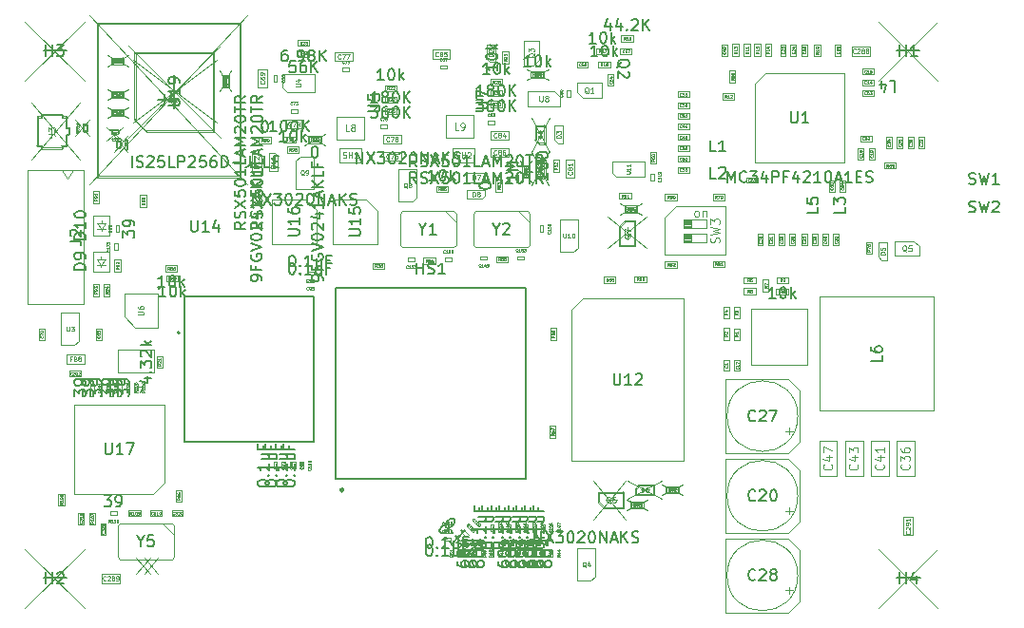
<source format=gbr>
%TF.GenerationSoftware,KiCad,Pcbnew,8.99.0-2767-g6be6680d8c*%
%TF.CreationDate,2024-10-27T19:28:18+01:00*%
%TF.ProjectId,SBC,5342432e-6b69-4636-9164-5f7063625858,rev?*%
%TF.SameCoordinates,Original*%
%TF.FileFunction,AssemblyDrawing,Top*%
%FSLAX46Y46*%
G04 Gerber Fmt 4.6, Leading zero omitted, Abs format (unit mm)*
G04 Created by KiCad (PCBNEW 8.99.0-2767-g6be6680d8c) date 2024-10-27 19:28:18*
%MOMM*%
%LPD*%
G01*
G04 APERTURE LIST*
%ADD10C,0.060000*%
%ADD11C,0.150000*%
%ADD12C,0.040000*%
%ADD13C,0.120000*%
%ADD14C,0.075000*%
%ADD15C,0.100000*%
%ADD16C,0.080000*%
%ADD17C,0.090000*%
%ADD18C,0.050000*%
%ADD19C,0.127000*%
%ADD20C,0.200000*%
%ADD21C,0.240000*%
G04 APERTURE END LIST*
D10*
X104991408Y-89270251D02*
X104591408Y-89270251D01*
X104591408Y-89270251D02*
X104591408Y-89175013D01*
X104591408Y-89175013D02*
X104610456Y-89117870D01*
X104610456Y-89117870D02*
X104648551Y-89079775D01*
X104648551Y-89079775D02*
X104686646Y-89060728D01*
X104686646Y-89060728D02*
X104762837Y-89041680D01*
X104762837Y-89041680D02*
X104819980Y-89041680D01*
X104819980Y-89041680D02*
X104896170Y-89060728D01*
X104896170Y-89060728D02*
X104934265Y-89079775D01*
X104934265Y-89079775D02*
X104972361Y-89117870D01*
X104972361Y-89117870D02*
X104991408Y-89175013D01*
X104991408Y-89175013D02*
X104991408Y-89270251D01*
X104724741Y-88698823D02*
X104991408Y-88698823D01*
X104572361Y-88794061D02*
X104858075Y-88889299D01*
X104858075Y-88889299D02*
X104858075Y-88641680D01*
X104781922Y-89360251D02*
X104781922Y-88553964D01*
D11*
X95459842Y-93103633D02*
X94888414Y-93103633D01*
X95174128Y-93103633D02*
X95174128Y-92103633D01*
X95174128Y-92103633D02*
X95078890Y-92246490D01*
X95078890Y-92246490D02*
X94983652Y-92341728D01*
X94983652Y-92341728D02*
X94888414Y-92389347D01*
X96078890Y-92103633D02*
X96174128Y-92103633D01*
X96174128Y-92103633D02*
X96269366Y-92151252D01*
X96269366Y-92151252D02*
X96316985Y-92198871D01*
X96316985Y-92198871D02*
X96364604Y-92294109D01*
X96364604Y-92294109D02*
X96412223Y-92484585D01*
X96412223Y-92484585D02*
X96412223Y-92722680D01*
X96412223Y-92722680D02*
X96364604Y-92913156D01*
X96364604Y-92913156D02*
X96316985Y-93008394D01*
X96316985Y-93008394D02*
X96269366Y-93056014D01*
X96269366Y-93056014D02*
X96174128Y-93103633D01*
X96174128Y-93103633D02*
X96078890Y-93103633D01*
X96078890Y-93103633D02*
X95983652Y-93056014D01*
X95983652Y-93056014D02*
X95936033Y-93008394D01*
X95936033Y-93008394D02*
X95888414Y-92913156D01*
X95888414Y-92913156D02*
X95840795Y-92722680D01*
X95840795Y-92722680D02*
X95840795Y-92484585D01*
X95840795Y-92484585D02*
X95888414Y-92294109D01*
X95888414Y-92294109D02*
X95936033Y-92198871D01*
X95936033Y-92198871D02*
X95983652Y-92151252D01*
X95983652Y-92151252D02*
X96078890Y-92103633D01*
X96840795Y-93103633D02*
X96840795Y-92103633D01*
X96936033Y-92722680D02*
X97221747Y-93103633D01*
X97221747Y-92436966D02*
X96840795Y-92817918D01*
D12*
X95887938Y-93937014D02*
X95801271Y-93813205D01*
X95739366Y-93937014D02*
X95739366Y-93677014D01*
X95739366Y-93677014D02*
X95838414Y-93677014D01*
X95838414Y-93677014D02*
X95863176Y-93689395D01*
X95863176Y-93689395D02*
X95875557Y-93701776D01*
X95875557Y-93701776D02*
X95887938Y-93726538D01*
X95887938Y-93726538D02*
X95887938Y-93763681D01*
X95887938Y-93763681D02*
X95875557Y-93788443D01*
X95875557Y-93788443D02*
X95863176Y-93800824D01*
X95863176Y-93800824D02*
X95838414Y-93813205D01*
X95838414Y-93813205D02*
X95739366Y-93813205D01*
X96036509Y-93788443D02*
X96011747Y-93776062D01*
X96011747Y-93776062D02*
X95999366Y-93763681D01*
X95999366Y-93763681D02*
X95986985Y-93738919D01*
X95986985Y-93738919D02*
X95986985Y-93726538D01*
X95986985Y-93726538D02*
X95999366Y-93701776D01*
X95999366Y-93701776D02*
X96011747Y-93689395D01*
X96011747Y-93689395D02*
X96036509Y-93677014D01*
X96036509Y-93677014D02*
X96086033Y-93677014D01*
X96086033Y-93677014D02*
X96110795Y-93689395D01*
X96110795Y-93689395D02*
X96123176Y-93701776D01*
X96123176Y-93701776D02*
X96135557Y-93726538D01*
X96135557Y-93726538D02*
X96135557Y-93738919D01*
X96135557Y-93738919D02*
X96123176Y-93763681D01*
X96123176Y-93763681D02*
X96110795Y-93776062D01*
X96110795Y-93776062D02*
X96086033Y-93788443D01*
X96086033Y-93788443D02*
X96036509Y-93788443D01*
X96036509Y-93788443D02*
X96011747Y-93800824D01*
X96011747Y-93800824D02*
X95999366Y-93813205D01*
X95999366Y-93813205D02*
X95986985Y-93837967D01*
X95986985Y-93837967D02*
X95986985Y-93887491D01*
X95986985Y-93887491D02*
X95999366Y-93912253D01*
X95999366Y-93912253D02*
X96011747Y-93924634D01*
X96011747Y-93924634D02*
X96036509Y-93937014D01*
X96036509Y-93937014D02*
X96086033Y-93937014D01*
X96086033Y-93937014D02*
X96110795Y-93924634D01*
X96110795Y-93924634D02*
X96123176Y-93912253D01*
X96123176Y-93912253D02*
X96135557Y-93887491D01*
X96135557Y-93887491D02*
X96135557Y-93837967D01*
X96135557Y-93837967D02*
X96123176Y-93813205D01*
X96123176Y-93813205D02*
X96110795Y-93800824D01*
X96110795Y-93800824D02*
X96086033Y-93788443D01*
X96370795Y-93677014D02*
X96246985Y-93677014D01*
X96246985Y-93677014D02*
X96234604Y-93800824D01*
X96234604Y-93800824D02*
X96246985Y-93788443D01*
X96246985Y-93788443D02*
X96271747Y-93776062D01*
X96271747Y-93776062D02*
X96333652Y-93776062D01*
X96333652Y-93776062D02*
X96358414Y-93788443D01*
X96358414Y-93788443D02*
X96370795Y-93800824D01*
X96370795Y-93800824D02*
X96383176Y-93825586D01*
X96383176Y-93825586D02*
X96383176Y-93887491D01*
X96383176Y-93887491D02*
X96370795Y-93912253D01*
X96370795Y-93912253D02*
X96358414Y-93924634D01*
X96358414Y-93924634D02*
X96333652Y-93937014D01*
X96333652Y-93937014D02*
X96271747Y-93937014D01*
X96271747Y-93937014D02*
X96246985Y-93924634D01*
X96246985Y-93924634D02*
X96234604Y-93912253D01*
X62266281Y-121795765D02*
X62142472Y-121882432D01*
X62266281Y-121944337D02*
X62006281Y-121944337D01*
X62006281Y-121944337D02*
X62006281Y-121845289D01*
X62006281Y-121845289D02*
X62018662Y-121820527D01*
X62018662Y-121820527D02*
X62031043Y-121808146D01*
X62031043Y-121808146D02*
X62055805Y-121795765D01*
X62055805Y-121795765D02*
X62092948Y-121795765D01*
X62092948Y-121795765D02*
X62117710Y-121808146D01*
X62117710Y-121808146D02*
X62130091Y-121820527D01*
X62130091Y-121820527D02*
X62142472Y-121845289D01*
X62142472Y-121845289D02*
X62142472Y-121944337D01*
X62266281Y-121548146D02*
X62266281Y-121696718D01*
X62266281Y-121622432D02*
X62006281Y-121622432D01*
X62006281Y-121622432D02*
X62043424Y-121647194D01*
X62043424Y-121647194D02*
X62068186Y-121671956D01*
X62068186Y-121671956D02*
X62080567Y-121696718D01*
X62006281Y-121387194D02*
X62006281Y-121362432D01*
X62006281Y-121362432D02*
X62018662Y-121337670D01*
X62018662Y-121337670D02*
X62031043Y-121325289D01*
X62031043Y-121325289D02*
X62055805Y-121312908D01*
X62055805Y-121312908D02*
X62105329Y-121300527D01*
X62105329Y-121300527D02*
X62167234Y-121300527D01*
X62167234Y-121300527D02*
X62216758Y-121312908D01*
X62216758Y-121312908D02*
X62241520Y-121325289D01*
X62241520Y-121325289D02*
X62253901Y-121337670D01*
X62253901Y-121337670D02*
X62266281Y-121362432D01*
X62266281Y-121362432D02*
X62266281Y-121387194D01*
X62266281Y-121387194D02*
X62253901Y-121411956D01*
X62253901Y-121411956D02*
X62241520Y-121424337D01*
X62241520Y-121424337D02*
X62216758Y-121436718D01*
X62216758Y-121436718D02*
X62167234Y-121449099D01*
X62167234Y-121449099D02*
X62105329Y-121449099D01*
X62105329Y-121449099D02*
X62055805Y-121436718D01*
X62055805Y-121436718D02*
X62031043Y-121424337D01*
X62031043Y-121424337D02*
X62018662Y-121411956D01*
X62018662Y-121411956D02*
X62006281Y-121387194D01*
X62117710Y-121151956D02*
X62105329Y-121176718D01*
X62105329Y-121176718D02*
X62092948Y-121189099D01*
X62092948Y-121189099D02*
X62068186Y-121201480D01*
X62068186Y-121201480D02*
X62055805Y-121201480D01*
X62055805Y-121201480D02*
X62031043Y-121189099D01*
X62031043Y-121189099D02*
X62018662Y-121176718D01*
X62018662Y-121176718D02*
X62006281Y-121151956D01*
X62006281Y-121151956D02*
X62006281Y-121102432D01*
X62006281Y-121102432D02*
X62018662Y-121077670D01*
X62018662Y-121077670D02*
X62031043Y-121065289D01*
X62031043Y-121065289D02*
X62055805Y-121052908D01*
X62055805Y-121052908D02*
X62068186Y-121052908D01*
X62068186Y-121052908D02*
X62092948Y-121065289D01*
X62092948Y-121065289D02*
X62105329Y-121077670D01*
X62105329Y-121077670D02*
X62117710Y-121102432D01*
X62117710Y-121102432D02*
X62117710Y-121151956D01*
X62117710Y-121151956D02*
X62130091Y-121176718D01*
X62130091Y-121176718D02*
X62142472Y-121189099D01*
X62142472Y-121189099D02*
X62167234Y-121201480D01*
X62167234Y-121201480D02*
X62216758Y-121201480D01*
X62216758Y-121201480D02*
X62241520Y-121189099D01*
X62241520Y-121189099D02*
X62253901Y-121176718D01*
X62253901Y-121176718D02*
X62266281Y-121151956D01*
X62266281Y-121151956D02*
X62266281Y-121102432D01*
X62266281Y-121102432D02*
X62253901Y-121077670D01*
X62253901Y-121077670D02*
X62241520Y-121065289D01*
X62241520Y-121065289D02*
X62216758Y-121052908D01*
X62216758Y-121052908D02*
X62167234Y-121052908D01*
X62167234Y-121052908D02*
X62142472Y-121065289D01*
X62142472Y-121065289D02*
X62130091Y-121077670D01*
X62130091Y-121077670D02*
X62117710Y-121102432D01*
D11*
X62932300Y-98451347D02*
X63646585Y-98451347D01*
X63646585Y-98451347D02*
X63789442Y-98498966D01*
X63789442Y-98498966D02*
X63884681Y-98594204D01*
X63884681Y-98594204D02*
X63932300Y-98737061D01*
X63932300Y-98737061D02*
X63932300Y-98832299D01*
X63027538Y-98022775D02*
X62979919Y-97975156D01*
X62979919Y-97975156D02*
X62932300Y-97879918D01*
X62932300Y-97879918D02*
X62932300Y-97641823D01*
X62932300Y-97641823D02*
X62979919Y-97546585D01*
X62979919Y-97546585D02*
X63027538Y-97498966D01*
X63027538Y-97498966D02*
X63122776Y-97451347D01*
X63122776Y-97451347D02*
X63218014Y-97451347D01*
X63218014Y-97451347D02*
X63360871Y-97498966D01*
X63360871Y-97498966D02*
X63932300Y-98070394D01*
X63932300Y-98070394D02*
X63932300Y-97451347D01*
X68428871Y-91879133D02*
X68428871Y-90879133D01*
X68857442Y-91831514D02*
X69000299Y-91879133D01*
X69000299Y-91879133D02*
X69238394Y-91879133D01*
X69238394Y-91879133D02*
X69333632Y-91831514D01*
X69333632Y-91831514D02*
X69381251Y-91783894D01*
X69381251Y-91783894D02*
X69428870Y-91688656D01*
X69428870Y-91688656D02*
X69428870Y-91593418D01*
X69428870Y-91593418D02*
X69381251Y-91498180D01*
X69381251Y-91498180D02*
X69333632Y-91450561D01*
X69333632Y-91450561D02*
X69238394Y-91402942D01*
X69238394Y-91402942D02*
X69047918Y-91355323D01*
X69047918Y-91355323D02*
X68952680Y-91307704D01*
X68952680Y-91307704D02*
X68905061Y-91260085D01*
X68905061Y-91260085D02*
X68857442Y-91164847D01*
X68857442Y-91164847D02*
X68857442Y-91069609D01*
X68857442Y-91069609D02*
X68905061Y-90974371D01*
X68905061Y-90974371D02*
X68952680Y-90926752D01*
X68952680Y-90926752D02*
X69047918Y-90879133D01*
X69047918Y-90879133D02*
X69286013Y-90879133D01*
X69286013Y-90879133D02*
X69428870Y-90926752D01*
X69809823Y-90974371D02*
X69857442Y-90926752D01*
X69857442Y-90926752D02*
X69952680Y-90879133D01*
X69952680Y-90879133D02*
X70190775Y-90879133D01*
X70190775Y-90879133D02*
X70286013Y-90926752D01*
X70286013Y-90926752D02*
X70333632Y-90974371D01*
X70333632Y-90974371D02*
X70381251Y-91069609D01*
X70381251Y-91069609D02*
X70381251Y-91164847D01*
X70381251Y-91164847D02*
X70333632Y-91307704D01*
X70333632Y-91307704D02*
X69762204Y-91879133D01*
X69762204Y-91879133D02*
X70381251Y-91879133D01*
X71286013Y-90879133D02*
X70809823Y-90879133D01*
X70809823Y-90879133D02*
X70762204Y-91355323D01*
X70762204Y-91355323D02*
X70809823Y-91307704D01*
X70809823Y-91307704D02*
X70905061Y-91260085D01*
X70905061Y-91260085D02*
X71143156Y-91260085D01*
X71143156Y-91260085D02*
X71238394Y-91307704D01*
X71238394Y-91307704D02*
X71286013Y-91355323D01*
X71286013Y-91355323D02*
X71333632Y-91450561D01*
X71333632Y-91450561D02*
X71333632Y-91688656D01*
X71333632Y-91688656D02*
X71286013Y-91783894D01*
X71286013Y-91783894D02*
X71238394Y-91831514D01*
X71238394Y-91831514D02*
X71143156Y-91879133D01*
X71143156Y-91879133D02*
X70905061Y-91879133D01*
X70905061Y-91879133D02*
X70809823Y-91831514D01*
X70809823Y-91831514D02*
X70762204Y-91783894D01*
X72238394Y-91879133D02*
X71762204Y-91879133D01*
X71762204Y-91879133D02*
X71762204Y-90879133D01*
X72571728Y-91879133D02*
X72571728Y-90879133D01*
X72571728Y-90879133D02*
X72952680Y-90879133D01*
X72952680Y-90879133D02*
X73047918Y-90926752D01*
X73047918Y-90926752D02*
X73095537Y-90974371D01*
X73095537Y-90974371D02*
X73143156Y-91069609D01*
X73143156Y-91069609D02*
X73143156Y-91212466D01*
X73143156Y-91212466D02*
X73095537Y-91307704D01*
X73095537Y-91307704D02*
X73047918Y-91355323D01*
X73047918Y-91355323D02*
X72952680Y-91402942D01*
X72952680Y-91402942D02*
X72571728Y-91402942D01*
X73524109Y-90974371D02*
X73571728Y-90926752D01*
X73571728Y-90926752D02*
X73666966Y-90879133D01*
X73666966Y-90879133D02*
X73905061Y-90879133D01*
X73905061Y-90879133D02*
X74000299Y-90926752D01*
X74000299Y-90926752D02*
X74047918Y-90974371D01*
X74047918Y-90974371D02*
X74095537Y-91069609D01*
X74095537Y-91069609D02*
X74095537Y-91164847D01*
X74095537Y-91164847D02*
X74047918Y-91307704D01*
X74047918Y-91307704D02*
X73476490Y-91879133D01*
X73476490Y-91879133D02*
X74095537Y-91879133D01*
X75000299Y-90879133D02*
X74524109Y-90879133D01*
X74524109Y-90879133D02*
X74476490Y-91355323D01*
X74476490Y-91355323D02*
X74524109Y-91307704D01*
X74524109Y-91307704D02*
X74619347Y-91260085D01*
X74619347Y-91260085D02*
X74857442Y-91260085D01*
X74857442Y-91260085D02*
X74952680Y-91307704D01*
X74952680Y-91307704D02*
X75000299Y-91355323D01*
X75000299Y-91355323D02*
X75047918Y-91450561D01*
X75047918Y-91450561D02*
X75047918Y-91688656D01*
X75047918Y-91688656D02*
X75000299Y-91783894D01*
X75000299Y-91783894D02*
X74952680Y-91831514D01*
X74952680Y-91831514D02*
X74857442Y-91879133D01*
X74857442Y-91879133D02*
X74619347Y-91879133D01*
X74619347Y-91879133D02*
X74524109Y-91831514D01*
X74524109Y-91831514D02*
X74476490Y-91783894D01*
X75905061Y-90879133D02*
X75714585Y-90879133D01*
X75714585Y-90879133D02*
X75619347Y-90926752D01*
X75619347Y-90926752D02*
X75571728Y-90974371D01*
X75571728Y-90974371D02*
X75476490Y-91117228D01*
X75476490Y-91117228D02*
X75428871Y-91307704D01*
X75428871Y-91307704D02*
X75428871Y-91688656D01*
X75428871Y-91688656D02*
X75476490Y-91783894D01*
X75476490Y-91783894D02*
X75524109Y-91831514D01*
X75524109Y-91831514D02*
X75619347Y-91879133D01*
X75619347Y-91879133D02*
X75809823Y-91879133D01*
X75809823Y-91879133D02*
X75905061Y-91831514D01*
X75905061Y-91831514D02*
X75952680Y-91783894D01*
X75952680Y-91783894D02*
X76000299Y-91688656D01*
X76000299Y-91688656D02*
X76000299Y-91450561D01*
X76000299Y-91450561D02*
X75952680Y-91355323D01*
X75952680Y-91355323D02*
X75905061Y-91307704D01*
X75905061Y-91307704D02*
X75809823Y-91260085D01*
X75809823Y-91260085D02*
X75619347Y-91260085D01*
X75619347Y-91260085D02*
X75524109Y-91307704D01*
X75524109Y-91307704D02*
X75476490Y-91355323D01*
X75476490Y-91355323D02*
X75428871Y-91450561D01*
X76428871Y-91879133D02*
X76428871Y-90879133D01*
X76428871Y-90879133D02*
X76666966Y-90879133D01*
X76666966Y-90879133D02*
X76809823Y-90926752D01*
X76809823Y-90926752D02*
X76905061Y-91021990D01*
X76905061Y-91021990D02*
X76952680Y-91117228D01*
X76952680Y-91117228D02*
X77000299Y-91307704D01*
X77000299Y-91307704D02*
X77000299Y-91450561D01*
X77000299Y-91450561D02*
X76952680Y-91641037D01*
X76952680Y-91641037D02*
X76905061Y-91736275D01*
X76905061Y-91736275D02*
X76809823Y-91831514D01*
X76809823Y-91831514D02*
X76666966Y-91879133D01*
X76666966Y-91879133D02*
X76428871Y-91879133D01*
X77428871Y-91498180D02*
X78190776Y-91498180D01*
X78952680Y-90879133D02*
X78952680Y-91593418D01*
X78952680Y-91593418D02*
X78905061Y-91736275D01*
X78905061Y-91736275D02*
X78809823Y-91831514D01*
X78809823Y-91831514D02*
X78666966Y-91879133D01*
X78666966Y-91879133D02*
X78571728Y-91879133D01*
X79905061Y-91879133D02*
X79428871Y-91879133D01*
X79428871Y-91879133D02*
X79428871Y-90879133D01*
X80714585Y-91879133D02*
X80238395Y-91879133D01*
X80238395Y-91879133D02*
X80238395Y-90879133D01*
X81047919Y-91355323D02*
X81381252Y-91355323D01*
X81524109Y-91879133D02*
X81047919Y-91879133D01*
X81047919Y-91879133D02*
X81047919Y-90879133D01*
X81047919Y-90879133D02*
X81524109Y-90879133D01*
X73714586Y-96629133D02*
X73714586Y-97438656D01*
X73714586Y-97438656D02*
X73762205Y-97533894D01*
X73762205Y-97533894D02*
X73809824Y-97581514D01*
X73809824Y-97581514D02*
X73905062Y-97629133D01*
X73905062Y-97629133D02*
X74095538Y-97629133D01*
X74095538Y-97629133D02*
X74190776Y-97581514D01*
X74190776Y-97581514D02*
X74238395Y-97533894D01*
X74238395Y-97533894D02*
X74286014Y-97438656D01*
X74286014Y-97438656D02*
X74286014Y-96629133D01*
X75286014Y-97629133D02*
X74714586Y-97629133D01*
X75000300Y-97629133D02*
X75000300Y-96629133D01*
X75000300Y-96629133D02*
X74905062Y-96771990D01*
X74905062Y-96771990D02*
X74809824Y-96867228D01*
X74809824Y-96867228D02*
X74714586Y-96914847D01*
X76143157Y-96962466D02*
X76143157Y-97629133D01*
X75905062Y-96581514D02*
X75666967Y-97295799D01*
X75666967Y-97295799D02*
X76286014Y-97295799D01*
D10*
X106854243Y-97782941D02*
X106854243Y-98106751D01*
X106854243Y-98106751D02*
X106873290Y-98144846D01*
X106873290Y-98144846D02*
X106892338Y-98163894D01*
X106892338Y-98163894D02*
X106930433Y-98182941D01*
X106930433Y-98182941D02*
X107006624Y-98182941D01*
X107006624Y-98182941D02*
X107044719Y-98163894D01*
X107044719Y-98163894D02*
X107063766Y-98144846D01*
X107063766Y-98144846D02*
X107082814Y-98106751D01*
X107082814Y-98106751D02*
X107082814Y-97782941D01*
X107482814Y-98182941D02*
X107254243Y-98182941D01*
X107368529Y-98182941D02*
X107368529Y-97782941D01*
X107368529Y-97782941D02*
X107330433Y-97840084D01*
X107330433Y-97840084D02*
X107292338Y-97878179D01*
X107292338Y-97878179D02*
X107254243Y-97897227D01*
X107730433Y-97782941D02*
X107768528Y-97782941D01*
X107768528Y-97782941D02*
X107806624Y-97801989D01*
X107806624Y-97801989D02*
X107825671Y-97821036D01*
X107825671Y-97821036D02*
X107844719Y-97859132D01*
X107844719Y-97859132D02*
X107863766Y-97935322D01*
X107863766Y-97935322D02*
X107863766Y-98030560D01*
X107863766Y-98030560D02*
X107844719Y-98106751D01*
X107844719Y-98106751D02*
X107825671Y-98144846D01*
X107825671Y-98144846D02*
X107806624Y-98163894D01*
X107806624Y-98163894D02*
X107768528Y-98182941D01*
X107768528Y-98182941D02*
X107730433Y-98182941D01*
X107730433Y-98182941D02*
X107692338Y-98163894D01*
X107692338Y-98163894D02*
X107673290Y-98144846D01*
X107673290Y-98144846D02*
X107654243Y-98106751D01*
X107654243Y-98106751D02*
X107635195Y-98030560D01*
X107635195Y-98030560D02*
X107635195Y-97935322D01*
X107635195Y-97935322D02*
X107654243Y-97859132D01*
X107654243Y-97859132D02*
X107673290Y-97821036D01*
X107673290Y-97821036D02*
X107692338Y-97801989D01*
X107692338Y-97801989D02*
X107730433Y-97782941D01*
D12*
X113248338Y-122113214D02*
X113161671Y-121989405D01*
X113099766Y-122113214D02*
X113099766Y-121853214D01*
X113099766Y-121853214D02*
X113198814Y-121853214D01*
X113198814Y-121853214D02*
X113223576Y-121865595D01*
X113223576Y-121865595D02*
X113235957Y-121877976D01*
X113235957Y-121877976D02*
X113248338Y-121902738D01*
X113248338Y-121902738D02*
X113248338Y-121939881D01*
X113248338Y-121939881D02*
X113235957Y-121964643D01*
X113235957Y-121964643D02*
X113223576Y-121977024D01*
X113223576Y-121977024D02*
X113198814Y-121989405D01*
X113198814Y-121989405D02*
X113099766Y-121989405D01*
X113335004Y-121853214D02*
X113508338Y-121853214D01*
X113508338Y-121853214D02*
X113396909Y-122113214D01*
X113644528Y-121964643D02*
X113619766Y-121952262D01*
X113619766Y-121952262D02*
X113607385Y-121939881D01*
X113607385Y-121939881D02*
X113595004Y-121915119D01*
X113595004Y-121915119D02*
X113595004Y-121902738D01*
X113595004Y-121902738D02*
X113607385Y-121877976D01*
X113607385Y-121877976D02*
X113619766Y-121865595D01*
X113619766Y-121865595D02*
X113644528Y-121853214D01*
X113644528Y-121853214D02*
X113694052Y-121853214D01*
X113694052Y-121853214D02*
X113718814Y-121865595D01*
X113718814Y-121865595D02*
X113731195Y-121877976D01*
X113731195Y-121877976D02*
X113743576Y-121902738D01*
X113743576Y-121902738D02*
X113743576Y-121915119D01*
X113743576Y-121915119D02*
X113731195Y-121939881D01*
X113731195Y-121939881D02*
X113718814Y-121952262D01*
X113718814Y-121952262D02*
X113694052Y-121964643D01*
X113694052Y-121964643D02*
X113644528Y-121964643D01*
X113644528Y-121964643D02*
X113619766Y-121977024D01*
X113619766Y-121977024D02*
X113607385Y-121989405D01*
X113607385Y-121989405D02*
X113595004Y-122014167D01*
X113595004Y-122014167D02*
X113595004Y-122063691D01*
X113595004Y-122063691D02*
X113607385Y-122088453D01*
X113607385Y-122088453D02*
X113619766Y-122100834D01*
X113619766Y-122100834D02*
X113644528Y-122113214D01*
X113644528Y-122113214D02*
X113694052Y-122113214D01*
X113694052Y-122113214D02*
X113718814Y-122100834D01*
X113718814Y-122100834D02*
X113731195Y-122088453D01*
X113731195Y-122088453D02*
X113743576Y-122063691D01*
X113743576Y-122063691D02*
X113743576Y-122014167D01*
X113743576Y-122014167D02*
X113731195Y-121989405D01*
X113731195Y-121989405D02*
X113718814Y-121977024D01*
X113718814Y-121977024D02*
X113694052Y-121964643D01*
X113039766Y-121983214D02*
X113803576Y-121983214D01*
X122433227Y-109710742D02*
X122445132Y-109722646D01*
X122445132Y-109722646D02*
X122457036Y-109758361D01*
X122457036Y-109758361D02*
X122457036Y-109782170D01*
X122457036Y-109782170D02*
X122445132Y-109817884D01*
X122445132Y-109817884D02*
X122421322Y-109841694D01*
X122421322Y-109841694D02*
X122397512Y-109853599D01*
X122397512Y-109853599D02*
X122349893Y-109865503D01*
X122349893Y-109865503D02*
X122314179Y-109865503D01*
X122314179Y-109865503D02*
X122266560Y-109853599D01*
X122266560Y-109853599D02*
X122242751Y-109841694D01*
X122242751Y-109841694D02*
X122218941Y-109817884D01*
X122218941Y-109817884D02*
X122207036Y-109782170D01*
X122207036Y-109782170D02*
X122207036Y-109758361D01*
X122207036Y-109758361D02*
X122218941Y-109722646D01*
X122218941Y-109722646D02*
X122230846Y-109710742D01*
X122457036Y-109472646D02*
X122457036Y-109615503D01*
X122457036Y-109544075D02*
X122207036Y-109544075D01*
X122207036Y-109544075D02*
X122242751Y-109567884D01*
X122242751Y-109567884D02*
X122266560Y-109591694D01*
X122266560Y-109591694D02*
X122278465Y-109615503D01*
X122207036Y-109389313D02*
X122207036Y-109222647D01*
X122207036Y-109222647D02*
X122457036Y-109329789D01*
X123479285Y-93120165D02*
X123467381Y-93132070D01*
X123467381Y-93132070D02*
X123431666Y-93143974D01*
X123431666Y-93143974D02*
X123407857Y-93143974D01*
X123407857Y-93143974D02*
X123372143Y-93132070D01*
X123372143Y-93132070D02*
X123348333Y-93108260D01*
X123348333Y-93108260D02*
X123336428Y-93084450D01*
X123336428Y-93084450D02*
X123324524Y-93036831D01*
X123324524Y-93036831D02*
X123324524Y-93001117D01*
X123324524Y-93001117D02*
X123336428Y-92953498D01*
X123336428Y-92953498D02*
X123348333Y-92929689D01*
X123348333Y-92929689D02*
X123372143Y-92905879D01*
X123372143Y-92905879D02*
X123407857Y-92893974D01*
X123407857Y-92893974D02*
X123431666Y-92893974D01*
X123431666Y-92893974D02*
X123467381Y-92905879D01*
X123467381Y-92905879D02*
X123479285Y-92917784D01*
X123693571Y-92893974D02*
X123645952Y-92893974D01*
X123645952Y-92893974D02*
X123622143Y-92905879D01*
X123622143Y-92905879D02*
X123610238Y-92917784D01*
X123610238Y-92917784D02*
X123586428Y-92953498D01*
X123586428Y-92953498D02*
X123574524Y-93001117D01*
X123574524Y-93001117D02*
X123574524Y-93096355D01*
X123574524Y-93096355D02*
X123586428Y-93120165D01*
X123586428Y-93120165D02*
X123598333Y-93132070D01*
X123598333Y-93132070D02*
X123622143Y-93143974D01*
X123622143Y-93143974D02*
X123669762Y-93143974D01*
X123669762Y-93143974D02*
X123693571Y-93132070D01*
X123693571Y-93132070D02*
X123705476Y-93120165D01*
X123705476Y-93120165D02*
X123717381Y-93096355D01*
X123717381Y-93096355D02*
X123717381Y-93036831D01*
X123717381Y-93036831D02*
X123705476Y-93013022D01*
X123705476Y-93013022D02*
X123693571Y-93001117D01*
X123693571Y-93001117D02*
X123669762Y-92989212D01*
X123669762Y-92989212D02*
X123622143Y-92989212D01*
X123622143Y-92989212D02*
X123598333Y-93001117D01*
X123598333Y-93001117D02*
X123586428Y-93013022D01*
X123586428Y-93013022D02*
X123574524Y-93036831D01*
X123955476Y-93143974D02*
X123812619Y-93143974D01*
X123884047Y-93143974D02*
X123884047Y-92893974D01*
X123884047Y-92893974D02*
X123860238Y-92929689D01*
X123860238Y-92929689D02*
X123836428Y-92953498D01*
X123836428Y-92953498D02*
X123812619Y-92965403D01*
X122436662Y-104888360D02*
X122312853Y-104975027D01*
X122436662Y-105036932D02*
X122176662Y-105036932D01*
X122176662Y-105036932D02*
X122176662Y-104937884D01*
X122176662Y-104937884D02*
X122189043Y-104913122D01*
X122189043Y-104913122D02*
X122201424Y-104900741D01*
X122201424Y-104900741D02*
X122226186Y-104888360D01*
X122226186Y-104888360D02*
X122263329Y-104888360D01*
X122263329Y-104888360D02*
X122288091Y-104900741D01*
X122288091Y-104900741D02*
X122300472Y-104913122D01*
X122300472Y-104913122D02*
X122312853Y-104937884D01*
X122312853Y-104937884D02*
X122312853Y-105036932D01*
X122176662Y-104801694D02*
X122176662Y-104640741D01*
X122176662Y-104640741D02*
X122275710Y-104727408D01*
X122275710Y-104727408D02*
X122275710Y-104690265D01*
X122275710Y-104690265D02*
X122288091Y-104665503D01*
X122288091Y-104665503D02*
X122300472Y-104653122D01*
X122300472Y-104653122D02*
X122325234Y-104640741D01*
X122325234Y-104640741D02*
X122387139Y-104640741D01*
X122387139Y-104640741D02*
X122411901Y-104653122D01*
X122411901Y-104653122D02*
X122424282Y-104665503D01*
X122424282Y-104665503D02*
X122436662Y-104690265D01*
X122436662Y-104690265D02*
X122436662Y-104764551D01*
X122436662Y-104764551D02*
X122424282Y-104789313D01*
X122424282Y-104789313D02*
X122411901Y-104801694D01*
X65972265Y-124410161D02*
X65984170Y-124422065D01*
X65984170Y-124422065D02*
X65996074Y-124457780D01*
X65996074Y-124457780D02*
X65996074Y-124481589D01*
X65996074Y-124481589D02*
X65984170Y-124517303D01*
X65984170Y-124517303D02*
X65960360Y-124541113D01*
X65960360Y-124541113D02*
X65936550Y-124553018D01*
X65936550Y-124553018D02*
X65888931Y-124564922D01*
X65888931Y-124564922D02*
X65853217Y-124564922D01*
X65853217Y-124564922D02*
X65805598Y-124553018D01*
X65805598Y-124553018D02*
X65781789Y-124541113D01*
X65781789Y-124541113D02*
X65757979Y-124517303D01*
X65757979Y-124517303D02*
X65746074Y-124481589D01*
X65746074Y-124481589D02*
X65746074Y-124457780D01*
X65746074Y-124457780D02*
X65757979Y-124422065D01*
X65757979Y-124422065D02*
X65769884Y-124410161D01*
X65746074Y-124326827D02*
X65746074Y-124172065D01*
X65746074Y-124172065D02*
X65841312Y-124255399D01*
X65841312Y-124255399D02*
X65841312Y-124219684D01*
X65841312Y-124219684D02*
X65853217Y-124195875D01*
X65853217Y-124195875D02*
X65865122Y-124183970D01*
X65865122Y-124183970D02*
X65888931Y-124172065D01*
X65888931Y-124172065D02*
X65948455Y-124172065D01*
X65948455Y-124172065D02*
X65972265Y-124183970D01*
X65972265Y-124183970D02*
X65984170Y-124195875D01*
X65984170Y-124195875D02*
X65996074Y-124219684D01*
X65996074Y-124219684D02*
X65996074Y-124291113D01*
X65996074Y-124291113D02*
X65984170Y-124314922D01*
X65984170Y-124314922D02*
X65972265Y-124326827D01*
X65769884Y-124076827D02*
X65757979Y-124064923D01*
X65757979Y-124064923D02*
X65746074Y-124041113D01*
X65746074Y-124041113D02*
X65746074Y-123981589D01*
X65746074Y-123981589D02*
X65757979Y-123957780D01*
X65757979Y-123957780D02*
X65769884Y-123945875D01*
X65769884Y-123945875D02*
X65793693Y-123933970D01*
X65793693Y-123933970D02*
X65817503Y-123933970D01*
X65817503Y-123933970D02*
X65853217Y-123945875D01*
X65853217Y-123945875D02*
X65996074Y-124088732D01*
X65996074Y-124088732D02*
X65996074Y-123933970D01*
X65853217Y-123791113D02*
X65841312Y-123814923D01*
X65841312Y-123814923D02*
X65829408Y-123826828D01*
X65829408Y-123826828D02*
X65805598Y-123838732D01*
X65805598Y-123838732D02*
X65793693Y-123838732D01*
X65793693Y-123838732D02*
X65769884Y-123826828D01*
X65769884Y-123826828D02*
X65757979Y-123814923D01*
X65757979Y-123814923D02*
X65746074Y-123791113D01*
X65746074Y-123791113D02*
X65746074Y-123743494D01*
X65746074Y-123743494D02*
X65757979Y-123719685D01*
X65757979Y-123719685D02*
X65769884Y-123707780D01*
X65769884Y-123707780D02*
X65793693Y-123695875D01*
X65793693Y-123695875D02*
X65805598Y-123695875D01*
X65805598Y-123695875D02*
X65829408Y-123707780D01*
X65829408Y-123707780D02*
X65841312Y-123719685D01*
X65841312Y-123719685D02*
X65853217Y-123743494D01*
X65853217Y-123743494D02*
X65853217Y-123791113D01*
X65853217Y-123791113D02*
X65865122Y-123814923D01*
X65865122Y-123814923D02*
X65877027Y-123826828D01*
X65877027Y-123826828D02*
X65900836Y-123838732D01*
X65900836Y-123838732D02*
X65948455Y-123838732D01*
X65948455Y-123838732D02*
X65972265Y-123826828D01*
X65972265Y-123826828D02*
X65984170Y-123814923D01*
X65984170Y-123814923D02*
X65996074Y-123791113D01*
X65996074Y-123791113D02*
X65996074Y-123743494D01*
X65996074Y-123743494D02*
X65984170Y-123719685D01*
X65984170Y-123719685D02*
X65972265Y-123707780D01*
X65972265Y-123707780D02*
X65948455Y-123695875D01*
X65948455Y-123695875D02*
X65900836Y-123695875D01*
X65900836Y-123695875D02*
X65877027Y-123707780D01*
X65877027Y-123707780D02*
X65865122Y-123719685D01*
X65865122Y-123719685D02*
X65853217Y-123743494D01*
D11*
X105491300Y-92432680D02*
X105491300Y-93004108D01*
X105491300Y-92718394D02*
X104491300Y-92718394D01*
X104491300Y-92718394D02*
X104634157Y-92813632D01*
X104634157Y-92813632D02*
X104729395Y-92908870D01*
X104729395Y-92908870D02*
X104777014Y-93004108D01*
X104491300Y-91813632D02*
X104491300Y-91718394D01*
X104491300Y-91718394D02*
X104538919Y-91623156D01*
X104538919Y-91623156D02*
X104586538Y-91575537D01*
X104586538Y-91575537D02*
X104681776Y-91527918D01*
X104681776Y-91527918D02*
X104872252Y-91480299D01*
X104872252Y-91480299D02*
X105110347Y-91480299D01*
X105110347Y-91480299D02*
X105300823Y-91527918D01*
X105300823Y-91527918D02*
X105396061Y-91575537D01*
X105396061Y-91575537D02*
X105443681Y-91623156D01*
X105443681Y-91623156D02*
X105491300Y-91718394D01*
X105491300Y-91718394D02*
X105491300Y-91813632D01*
X105491300Y-91813632D02*
X105443681Y-91908870D01*
X105443681Y-91908870D02*
X105396061Y-91956489D01*
X105396061Y-91956489D02*
X105300823Y-92004108D01*
X105300823Y-92004108D02*
X105110347Y-92051727D01*
X105110347Y-92051727D02*
X104872252Y-92051727D01*
X104872252Y-92051727D02*
X104681776Y-92004108D01*
X104681776Y-92004108D02*
X104586538Y-91956489D01*
X104586538Y-91956489D02*
X104538919Y-91908870D01*
X104538919Y-91908870D02*
X104491300Y-91813632D01*
X104491300Y-90861251D02*
X104491300Y-90766013D01*
X104491300Y-90766013D02*
X104538919Y-90670775D01*
X104538919Y-90670775D02*
X104586538Y-90623156D01*
X104586538Y-90623156D02*
X104681776Y-90575537D01*
X104681776Y-90575537D02*
X104872252Y-90527918D01*
X104872252Y-90527918D02*
X105110347Y-90527918D01*
X105110347Y-90527918D02*
X105300823Y-90575537D01*
X105300823Y-90575537D02*
X105396061Y-90623156D01*
X105396061Y-90623156D02*
X105443681Y-90670775D01*
X105443681Y-90670775D02*
X105491300Y-90766013D01*
X105491300Y-90766013D02*
X105491300Y-90861251D01*
X105491300Y-90861251D02*
X105443681Y-90956489D01*
X105443681Y-90956489D02*
X105396061Y-91004108D01*
X105396061Y-91004108D02*
X105300823Y-91051727D01*
X105300823Y-91051727D02*
X105110347Y-91099346D01*
X105110347Y-91099346D02*
X104872252Y-91099346D01*
X104872252Y-91099346D02*
X104681776Y-91051727D01*
X104681776Y-91051727D02*
X104586538Y-91004108D01*
X104586538Y-91004108D02*
X104538919Y-90956489D01*
X104538919Y-90956489D02*
X104491300Y-90861251D01*
D12*
X106324681Y-91933156D02*
X106200872Y-92019823D01*
X106324681Y-92081728D02*
X106064681Y-92081728D01*
X106064681Y-92081728D02*
X106064681Y-91982680D01*
X106064681Y-91982680D02*
X106077062Y-91957918D01*
X106077062Y-91957918D02*
X106089443Y-91945537D01*
X106089443Y-91945537D02*
X106114205Y-91933156D01*
X106114205Y-91933156D02*
X106151348Y-91933156D01*
X106151348Y-91933156D02*
X106176110Y-91945537D01*
X106176110Y-91945537D02*
X106188491Y-91957918D01*
X106188491Y-91957918D02*
X106200872Y-91982680D01*
X106200872Y-91982680D02*
X106200872Y-92081728D01*
X106064681Y-91846490D02*
X106064681Y-91685537D01*
X106064681Y-91685537D02*
X106163729Y-91772204D01*
X106163729Y-91772204D02*
X106163729Y-91735061D01*
X106163729Y-91735061D02*
X106176110Y-91710299D01*
X106176110Y-91710299D02*
X106188491Y-91697918D01*
X106188491Y-91697918D02*
X106213253Y-91685537D01*
X106213253Y-91685537D02*
X106275158Y-91685537D01*
X106275158Y-91685537D02*
X106299920Y-91697918D01*
X106299920Y-91697918D02*
X106312301Y-91710299D01*
X106312301Y-91710299D02*
X106324681Y-91735061D01*
X106324681Y-91735061D02*
X106324681Y-91809347D01*
X106324681Y-91809347D02*
X106312301Y-91834109D01*
X106312301Y-91834109D02*
X106299920Y-91846490D01*
X106089443Y-91586490D02*
X106077062Y-91574109D01*
X106077062Y-91574109D02*
X106064681Y-91549347D01*
X106064681Y-91549347D02*
X106064681Y-91487442D01*
X106064681Y-91487442D02*
X106077062Y-91462680D01*
X106077062Y-91462680D02*
X106089443Y-91450299D01*
X106089443Y-91450299D02*
X106114205Y-91437918D01*
X106114205Y-91437918D02*
X106138967Y-91437918D01*
X106138967Y-91437918D02*
X106176110Y-91450299D01*
X106176110Y-91450299D02*
X106324681Y-91598871D01*
X106324681Y-91598871D02*
X106324681Y-91437918D01*
D11*
X71432242Y-103442833D02*
X70860814Y-103442833D01*
X71146528Y-103442833D02*
X71146528Y-102442833D01*
X71146528Y-102442833D02*
X71051290Y-102585690D01*
X71051290Y-102585690D02*
X70956052Y-102680928D01*
X70956052Y-102680928D02*
X70860814Y-102728547D01*
X72051290Y-102442833D02*
X72146528Y-102442833D01*
X72146528Y-102442833D02*
X72241766Y-102490452D01*
X72241766Y-102490452D02*
X72289385Y-102538071D01*
X72289385Y-102538071D02*
X72337004Y-102633309D01*
X72337004Y-102633309D02*
X72384623Y-102823785D01*
X72384623Y-102823785D02*
X72384623Y-103061880D01*
X72384623Y-103061880D02*
X72337004Y-103252356D01*
X72337004Y-103252356D02*
X72289385Y-103347594D01*
X72289385Y-103347594D02*
X72241766Y-103395214D01*
X72241766Y-103395214D02*
X72146528Y-103442833D01*
X72146528Y-103442833D02*
X72051290Y-103442833D01*
X72051290Y-103442833D02*
X71956052Y-103395214D01*
X71956052Y-103395214D02*
X71908433Y-103347594D01*
X71908433Y-103347594D02*
X71860814Y-103252356D01*
X71860814Y-103252356D02*
X71813195Y-103061880D01*
X71813195Y-103061880D02*
X71813195Y-102823785D01*
X71813195Y-102823785D02*
X71860814Y-102633309D01*
X71860814Y-102633309D02*
X71908433Y-102538071D01*
X71908433Y-102538071D02*
X71956052Y-102490452D01*
X71956052Y-102490452D02*
X72051290Y-102442833D01*
X72813195Y-103442833D02*
X72813195Y-102442833D01*
X72908433Y-103061880D02*
X73194147Y-103442833D01*
X73194147Y-102776166D02*
X72813195Y-103157118D01*
D12*
X71860338Y-101936214D02*
X71773671Y-101812405D01*
X71711766Y-101936214D02*
X71711766Y-101676214D01*
X71711766Y-101676214D02*
X71810814Y-101676214D01*
X71810814Y-101676214D02*
X71835576Y-101688595D01*
X71835576Y-101688595D02*
X71847957Y-101700976D01*
X71847957Y-101700976D02*
X71860338Y-101725738D01*
X71860338Y-101725738D02*
X71860338Y-101762881D01*
X71860338Y-101762881D02*
X71847957Y-101787643D01*
X71847957Y-101787643D02*
X71835576Y-101800024D01*
X71835576Y-101800024D02*
X71810814Y-101812405D01*
X71810814Y-101812405D02*
X71711766Y-101812405D01*
X72008909Y-101787643D02*
X71984147Y-101775262D01*
X71984147Y-101775262D02*
X71971766Y-101762881D01*
X71971766Y-101762881D02*
X71959385Y-101738119D01*
X71959385Y-101738119D02*
X71959385Y-101725738D01*
X71959385Y-101725738D02*
X71971766Y-101700976D01*
X71971766Y-101700976D02*
X71984147Y-101688595D01*
X71984147Y-101688595D02*
X72008909Y-101676214D01*
X72008909Y-101676214D02*
X72058433Y-101676214D01*
X72058433Y-101676214D02*
X72083195Y-101688595D01*
X72083195Y-101688595D02*
X72095576Y-101700976D01*
X72095576Y-101700976D02*
X72107957Y-101725738D01*
X72107957Y-101725738D02*
X72107957Y-101738119D01*
X72107957Y-101738119D02*
X72095576Y-101762881D01*
X72095576Y-101762881D02*
X72083195Y-101775262D01*
X72083195Y-101775262D02*
X72058433Y-101787643D01*
X72058433Y-101787643D02*
X72008909Y-101787643D01*
X72008909Y-101787643D02*
X71984147Y-101800024D01*
X71984147Y-101800024D02*
X71971766Y-101812405D01*
X71971766Y-101812405D02*
X71959385Y-101837167D01*
X71959385Y-101837167D02*
X71959385Y-101886691D01*
X71959385Y-101886691D02*
X71971766Y-101911453D01*
X71971766Y-101911453D02*
X71984147Y-101923834D01*
X71984147Y-101923834D02*
X72008909Y-101936214D01*
X72008909Y-101936214D02*
X72058433Y-101936214D01*
X72058433Y-101936214D02*
X72083195Y-101923834D01*
X72083195Y-101923834D02*
X72095576Y-101911453D01*
X72095576Y-101911453D02*
X72107957Y-101886691D01*
X72107957Y-101886691D02*
X72107957Y-101837167D01*
X72107957Y-101837167D02*
X72095576Y-101812405D01*
X72095576Y-101812405D02*
X72083195Y-101800024D01*
X72083195Y-101800024D02*
X72058433Y-101787643D01*
X72194623Y-101676214D02*
X72367957Y-101676214D01*
X72367957Y-101676214D02*
X72256528Y-101936214D01*
X117382747Y-92202292D02*
X117370843Y-92214197D01*
X117370843Y-92214197D02*
X117335128Y-92226101D01*
X117335128Y-92226101D02*
X117311319Y-92226101D01*
X117311319Y-92226101D02*
X117275605Y-92214197D01*
X117275605Y-92214197D02*
X117251795Y-92190387D01*
X117251795Y-92190387D02*
X117239890Y-92166577D01*
X117239890Y-92166577D02*
X117227986Y-92118958D01*
X117227986Y-92118958D02*
X117227986Y-92083244D01*
X117227986Y-92083244D02*
X117239890Y-92035625D01*
X117239890Y-92035625D02*
X117251795Y-92011816D01*
X117251795Y-92011816D02*
X117275605Y-91988006D01*
X117275605Y-91988006D02*
X117311319Y-91976101D01*
X117311319Y-91976101D02*
X117335128Y-91976101D01*
X117335128Y-91976101D02*
X117370843Y-91988006D01*
X117370843Y-91988006D02*
X117382747Y-91999911D01*
X117608938Y-91976101D02*
X117489890Y-91976101D01*
X117489890Y-91976101D02*
X117477986Y-92095149D01*
X117477986Y-92095149D02*
X117489890Y-92083244D01*
X117489890Y-92083244D02*
X117513700Y-92071339D01*
X117513700Y-92071339D02*
X117573224Y-92071339D01*
X117573224Y-92071339D02*
X117597033Y-92083244D01*
X117597033Y-92083244D02*
X117608938Y-92095149D01*
X117608938Y-92095149D02*
X117620843Y-92118958D01*
X117620843Y-92118958D02*
X117620843Y-92178482D01*
X117620843Y-92178482D02*
X117608938Y-92202292D01*
X117608938Y-92202292D02*
X117597033Y-92214197D01*
X117597033Y-92214197D02*
X117573224Y-92226101D01*
X117573224Y-92226101D02*
X117513700Y-92226101D01*
X117513700Y-92226101D02*
X117489890Y-92214197D01*
X117489890Y-92214197D02*
X117477986Y-92202292D01*
X117847033Y-91976101D02*
X117727985Y-91976101D01*
X117727985Y-91976101D02*
X117716081Y-92095149D01*
X117716081Y-92095149D02*
X117727985Y-92083244D01*
X117727985Y-92083244D02*
X117751795Y-92071339D01*
X117751795Y-92071339D02*
X117811319Y-92071339D01*
X117811319Y-92071339D02*
X117835128Y-92083244D01*
X117835128Y-92083244D02*
X117847033Y-92095149D01*
X117847033Y-92095149D02*
X117858938Y-92118958D01*
X117858938Y-92118958D02*
X117858938Y-92178482D01*
X117858938Y-92178482D02*
X117847033Y-92202292D01*
X117847033Y-92202292D02*
X117835128Y-92214197D01*
X117835128Y-92214197D02*
X117811319Y-92226101D01*
X117811319Y-92226101D02*
X117751795Y-92226101D01*
X117751795Y-92226101D02*
X117727985Y-92214197D01*
X117727985Y-92214197D02*
X117716081Y-92202292D01*
X64009765Y-123472661D02*
X64021670Y-123484565D01*
X64021670Y-123484565D02*
X64033574Y-123520280D01*
X64033574Y-123520280D02*
X64033574Y-123544089D01*
X64033574Y-123544089D02*
X64021670Y-123579803D01*
X64021670Y-123579803D02*
X63997860Y-123603613D01*
X63997860Y-123603613D02*
X63974050Y-123615518D01*
X63974050Y-123615518D02*
X63926431Y-123627422D01*
X63926431Y-123627422D02*
X63890717Y-123627422D01*
X63890717Y-123627422D02*
X63843098Y-123615518D01*
X63843098Y-123615518D02*
X63819289Y-123603613D01*
X63819289Y-123603613D02*
X63795479Y-123579803D01*
X63795479Y-123579803D02*
X63783574Y-123544089D01*
X63783574Y-123544089D02*
X63783574Y-123520280D01*
X63783574Y-123520280D02*
X63795479Y-123484565D01*
X63795479Y-123484565D02*
X63807384Y-123472661D01*
X63783574Y-123389327D02*
X63783574Y-123234565D01*
X63783574Y-123234565D02*
X63878812Y-123317899D01*
X63878812Y-123317899D02*
X63878812Y-123282184D01*
X63878812Y-123282184D02*
X63890717Y-123258375D01*
X63890717Y-123258375D02*
X63902622Y-123246470D01*
X63902622Y-123246470D02*
X63926431Y-123234565D01*
X63926431Y-123234565D02*
X63985955Y-123234565D01*
X63985955Y-123234565D02*
X64009765Y-123246470D01*
X64009765Y-123246470D02*
X64021670Y-123258375D01*
X64021670Y-123258375D02*
X64033574Y-123282184D01*
X64033574Y-123282184D02*
X64033574Y-123353613D01*
X64033574Y-123353613D02*
X64021670Y-123377422D01*
X64021670Y-123377422D02*
X64009765Y-123389327D01*
X64033574Y-122996470D02*
X64033574Y-123139327D01*
X64033574Y-123067899D02*
X63783574Y-123067899D01*
X63783574Y-123067899D02*
X63819289Y-123091708D01*
X63819289Y-123091708D02*
X63843098Y-123115518D01*
X63843098Y-123115518D02*
X63855003Y-123139327D01*
X63890717Y-122853613D02*
X63878812Y-122877423D01*
X63878812Y-122877423D02*
X63866908Y-122889328D01*
X63866908Y-122889328D02*
X63843098Y-122901232D01*
X63843098Y-122901232D02*
X63831193Y-122901232D01*
X63831193Y-122901232D02*
X63807384Y-122889328D01*
X63807384Y-122889328D02*
X63795479Y-122877423D01*
X63795479Y-122877423D02*
X63783574Y-122853613D01*
X63783574Y-122853613D02*
X63783574Y-122805994D01*
X63783574Y-122805994D02*
X63795479Y-122782185D01*
X63795479Y-122782185D02*
X63807384Y-122770280D01*
X63807384Y-122770280D02*
X63831193Y-122758375D01*
X63831193Y-122758375D02*
X63843098Y-122758375D01*
X63843098Y-122758375D02*
X63866908Y-122770280D01*
X63866908Y-122770280D02*
X63878812Y-122782185D01*
X63878812Y-122782185D02*
X63890717Y-122805994D01*
X63890717Y-122805994D02*
X63890717Y-122853613D01*
X63890717Y-122853613D02*
X63902622Y-122877423D01*
X63902622Y-122877423D02*
X63914527Y-122889328D01*
X63914527Y-122889328D02*
X63938336Y-122901232D01*
X63938336Y-122901232D02*
X63985955Y-122901232D01*
X63985955Y-122901232D02*
X64009765Y-122889328D01*
X64009765Y-122889328D02*
X64021670Y-122877423D01*
X64021670Y-122877423D02*
X64033574Y-122853613D01*
X64033574Y-122853613D02*
X64033574Y-122805994D01*
X64033574Y-122805994D02*
X64021670Y-122782185D01*
X64021670Y-122782185D02*
X64009765Y-122770280D01*
X64009765Y-122770280D02*
X63985955Y-122758375D01*
X63985955Y-122758375D02*
X63938336Y-122758375D01*
X63938336Y-122758375D02*
X63914527Y-122770280D01*
X63914527Y-122770280D02*
X63902622Y-122782185D01*
X63902622Y-122782185D02*
X63890717Y-122805994D01*
X129333227Y-98518242D02*
X129345132Y-98530146D01*
X129345132Y-98530146D02*
X129357036Y-98565861D01*
X129357036Y-98565861D02*
X129357036Y-98589670D01*
X129357036Y-98589670D02*
X129345132Y-98625384D01*
X129345132Y-98625384D02*
X129321322Y-98649194D01*
X129321322Y-98649194D02*
X129297512Y-98661099D01*
X129297512Y-98661099D02*
X129249893Y-98673003D01*
X129249893Y-98673003D02*
X129214179Y-98673003D01*
X129214179Y-98673003D02*
X129166560Y-98661099D01*
X129166560Y-98661099D02*
X129142751Y-98649194D01*
X129142751Y-98649194D02*
X129118941Y-98625384D01*
X129118941Y-98625384D02*
X129107036Y-98589670D01*
X129107036Y-98589670D02*
X129107036Y-98565861D01*
X129107036Y-98565861D02*
X129118941Y-98530146D01*
X129118941Y-98530146D02*
X129130846Y-98518242D01*
X129107036Y-98434908D02*
X129107036Y-98280146D01*
X129107036Y-98280146D02*
X129202274Y-98363480D01*
X129202274Y-98363480D02*
X129202274Y-98327765D01*
X129202274Y-98327765D02*
X129214179Y-98303956D01*
X129214179Y-98303956D02*
X129226084Y-98292051D01*
X129226084Y-98292051D02*
X129249893Y-98280146D01*
X129249893Y-98280146D02*
X129309417Y-98280146D01*
X129309417Y-98280146D02*
X129333227Y-98292051D01*
X129333227Y-98292051D02*
X129345132Y-98303956D01*
X129345132Y-98303956D02*
X129357036Y-98327765D01*
X129357036Y-98327765D02*
X129357036Y-98399194D01*
X129357036Y-98399194D02*
X129345132Y-98423003D01*
X129345132Y-98423003D02*
X129333227Y-98434908D01*
X129107036Y-98053956D02*
X129107036Y-98173004D01*
X129107036Y-98173004D02*
X129226084Y-98184908D01*
X129226084Y-98184908D02*
X129214179Y-98173004D01*
X129214179Y-98173004D02*
X129202274Y-98149194D01*
X129202274Y-98149194D02*
X129202274Y-98089670D01*
X129202274Y-98089670D02*
X129214179Y-98065861D01*
X129214179Y-98065861D02*
X129226084Y-98053956D01*
X129226084Y-98053956D02*
X129249893Y-98042051D01*
X129249893Y-98042051D02*
X129309417Y-98042051D01*
X129309417Y-98042051D02*
X129333227Y-98053956D01*
X129333227Y-98053956D02*
X129345132Y-98065861D01*
X129345132Y-98065861D02*
X129357036Y-98089670D01*
X129357036Y-98089670D02*
X129357036Y-98149194D01*
X129357036Y-98149194D02*
X129345132Y-98173004D01*
X129345132Y-98173004D02*
X129333227Y-98184908D01*
D10*
X135496808Y-99658851D02*
X135096808Y-99658851D01*
X135096808Y-99658851D02*
X135096808Y-99563613D01*
X135096808Y-99563613D02*
X135115856Y-99506470D01*
X135115856Y-99506470D02*
X135153951Y-99468375D01*
X135153951Y-99468375D02*
X135192046Y-99449328D01*
X135192046Y-99449328D02*
X135268237Y-99430280D01*
X135268237Y-99430280D02*
X135325380Y-99430280D01*
X135325380Y-99430280D02*
X135401570Y-99449328D01*
X135401570Y-99449328D02*
X135439665Y-99468375D01*
X135439665Y-99468375D02*
X135477761Y-99506470D01*
X135477761Y-99506470D02*
X135496808Y-99563613D01*
X135496808Y-99563613D02*
X135496808Y-99658851D01*
X135096808Y-99068375D02*
X135096808Y-99258851D01*
X135096808Y-99258851D02*
X135287284Y-99277899D01*
X135287284Y-99277899D02*
X135268237Y-99258851D01*
X135268237Y-99258851D02*
X135249189Y-99220756D01*
X135249189Y-99220756D02*
X135249189Y-99125518D01*
X135249189Y-99125518D02*
X135268237Y-99087423D01*
X135268237Y-99087423D02*
X135287284Y-99068375D01*
X135287284Y-99068375D02*
X135325380Y-99049328D01*
X135325380Y-99049328D02*
X135420618Y-99049328D01*
X135420618Y-99049328D02*
X135458713Y-99068375D01*
X135458713Y-99068375D02*
X135477761Y-99087423D01*
X135477761Y-99087423D02*
X135496808Y-99125518D01*
X135496808Y-99125518D02*
X135496808Y-99220756D01*
X135496808Y-99220756D02*
X135477761Y-99258851D01*
X135477761Y-99258851D02*
X135458713Y-99277899D01*
D11*
X89507300Y-86931918D02*
X90316823Y-86931918D01*
X90316823Y-86931918D02*
X90412061Y-86884299D01*
X90412061Y-86884299D02*
X90459681Y-86836680D01*
X90459681Y-86836680D02*
X90507300Y-86741442D01*
X90507300Y-86741442D02*
X90507300Y-86550966D01*
X90507300Y-86550966D02*
X90459681Y-86455728D01*
X90459681Y-86455728D02*
X90412061Y-86408109D01*
X90412061Y-86408109D02*
X90316823Y-86360490D01*
X90316823Y-86360490D02*
X89507300Y-86360490D01*
X89507300Y-85408109D02*
X89507300Y-85884299D01*
X89507300Y-85884299D02*
X89983490Y-85931918D01*
X89983490Y-85931918D02*
X89935871Y-85884299D01*
X89935871Y-85884299D02*
X89888252Y-85789061D01*
X89888252Y-85789061D02*
X89888252Y-85550966D01*
X89888252Y-85550966D02*
X89935871Y-85455728D01*
X89935871Y-85455728D02*
X89983490Y-85408109D01*
X89983490Y-85408109D02*
X90078728Y-85360490D01*
X90078728Y-85360490D02*
X90316823Y-85360490D01*
X90316823Y-85360490D02*
X90412061Y-85408109D01*
X90412061Y-85408109D02*
X90459681Y-85455728D01*
X90459681Y-85455728D02*
X90507300Y-85550966D01*
X90507300Y-85550966D02*
X90507300Y-85789061D01*
X90507300Y-85789061D02*
X90459681Y-85884299D01*
X90459681Y-85884299D02*
X90412061Y-85931918D01*
X98119500Y-127041918D02*
X98119500Y-127232394D01*
X98119500Y-127232394D02*
X98167119Y-127327632D01*
X98167119Y-127327632D02*
X98214738Y-127375251D01*
X98214738Y-127375251D02*
X98357595Y-127470489D01*
X98357595Y-127470489D02*
X98548071Y-127518108D01*
X98548071Y-127518108D02*
X98929023Y-127518108D01*
X98929023Y-127518108D02*
X99024261Y-127470489D01*
X99024261Y-127470489D02*
X99071881Y-127422870D01*
X99071881Y-127422870D02*
X99119500Y-127327632D01*
X99119500Y-127327632D02*
X99119500Y-127137156D01*
X99119500Y-127137156D02*
X99071881Y-127041918D01*
X99071881Y-127041918D02*
X99024261Y-126994299D01*
X99024261Y-126994299D02*
X98929023Y-126946680D01*
X98929023Y-126946680D02*
X98690928Y-126946680D01*
X98690928Y-126946680D02*
X98595690Y-126994299D01*
X98595690Y-126994299D02*
X98548071Y-127041918D01*
X98548071Y-127041918D02*
X98500452Y-127137156D01*
X98500452Y-127137156D02*
X98500452Y-127327632D01*
X98500452Y-127327632D02*
X98548071Y-127422870D01*
X98548071Y-127422870D02*
X98595690Y-127470489D01*
X98595690Y-127470489D02*
X98690928Y-127518108D01*
X98119500Y-126327632D02*
X98119500Y-126232394D01*
X98119500Y-126232394D02*
X98167119Y-126137156D01*
X98167119Y-126137156D02*
X98214738Y-126089537D01*
X98214738Y-126089537D02*
X98309976Y-126041918D01*
X98309976Y-126041918D02*
X98500452Y-125994299D01*
X98500452Y-125994299D02*
X98738547Y-125994299D01*
X98738547Y-125994299D02*
X98929023Y-126041918D01*
X98929023Y-126041918D02*
X99024261Y-126089537D01*
X99024261Y-126089537D02*
X99071881Y-126137156D01*
X99071881Y-126137156D02*
X99119500Y-126232394D01*
X99119500Y-126232394D02*
X99119500Y-126327632D01*
X99119500Y-126327632D02*
X99071881Y-126422870D01*
X99071881Y-126422870D02*
X99024261Y-126470489D01*
X99024261Y-126470489D02*
X98929023Y-126518108D01*
X98929023Y-126518108D02*
X98738547Y-126565727D01*
X98738547Y-126565727D02*
X98500452Y-126565727D01*
X98500452Y-126565727D02*
X98309976Y-126518108D01*
X98309976Y-126518108D02*
X98214738Y-126470489D01*
X98214738Y-126470489D02*
X98167119Y-126422870D01*
X98167119Y-126422870D02*
X98119500Y-126327632D01*
X98452833Y-125137156D02*
X99119500Y-125137156D01*
X98071881Y-125375251D02*
X98786166Y-125613346D01*
X98786166Y-125613346D02*
X98786166Y-124994299D01*
D12*
X100508255Y-126440728D02*
X100389208Y-126524061D01*
X100508255Y-126583585D02*
X100258255Y-126583585D01*
X100258255Y-126583585D02*
X100258255Y-126488347D01*
X100258255Y-126488347D02*
X100270160Y-126464537D01*
X100270160Y-126464537D02*
X100282065Y-126452632D01*
X100282065Y-126452632D02*
X100305874Y-126440728D01*
X100305874Y-126440728D02*
X100341589Y-126440728D01*
X100341589Y-126440728D02*
X100365398Y-126452632D01*
X100365398Y-126452632D02*
X100377303Y-126464537D01*
X100377303Y-126464537D02*
X100389208Y-126488347D01*
X100389208Y-126488347D02*
X100389208Y-126583585D01*
X100341589Y-126226442D02*
X100508255Y-126226442D01*
X100246351Y-126285966D02*
X100424922Y-126345489D01*
X100424922Y-126345489D02*
X100424922Y-126190728D01*
X100282065Y-126107394D02*
X100270160Y-126095490D01*
X100270160Y-126095490D02*
X100258255Y-126071680D01*
X100258255Y-126071680D02*
X100258255Y-126012156D01*
X100258255Y-126012156D02*
X100270160Y-125988347D01*
X100270160Y-125988347D02*
X100282065Y-125976442D01*
X100282065Y-125976442D02*
X100305874Y-125964537D01*
X100305874Y-125964537D02*
X100329684Y-125964537D01*
X100329684Y-125964537D02*
X100365398Y-125976442D01*
X100365398Y-125976442D02*
X100508255Y-126119299D01*
X100508255Y-126119299D02*
X100508255Y-125964537D01*
D11*
X65972976Y-121135219D02*
X66592023Y-121135219D01*
X66592023Y-121135219D02*
X66258690Y-121516171D01*
X66258690Y-121516171D02*
X66401547Y-121516171D01*
X66401547Y-121516171D02*
X66496785Y-121563790D01*
X66496785Y-121563790D02*
X66544404Y-121611409D01*
X66544404Y-121611409D02*
X66592023Y-121706647D01*
X66592023Y-121706647D02*
X66592023Y-121944742D01*
X66592023Y-121944742D02*
X66544404Y-122039980D01*
X66544404Y-122039980D02*
X66496785Y-122087600D01*
X66496785Y-122087600D02*
X66401547Y-122135219D01*
X66401547Y-122135219D02*
X66115833Y-122135219D01*
X66115833Y-122135219D02*
X66020595Y-122087600D01*
X66020595Y-122087600D02*
X65972976Y-122039980D01*
X67068214Y-122135219D02*
X67258690Y-122135219D01*
X67258690Y-122135219D02*
X67353928Y-122087600D01*
X67353928Y-122087600D02*
X67401547Y-122039980D01*
X67401547Y-122039980D02*
X67496785Y-121897123D01*
X67496785Y-121897123D02*
X67544404Y-121706647D01*
X67544404Y-121706647D02*
X67544404Y-121325695D01*
X67544404Y-121325695D02*
X67496785Y-121230457D01*
X67496785Y-121230457D02*
X67449166Y-121182838D01*
X67449166Y-121182838D02*
X67353928Y-121135219D01*
X67353928Y-121135219D02*
X67163452Y-121135219D01*
X67163452Y-121135219D02*
X67068214Y-121182838D01*
X67068214Y-121182838D02*
X67020595Y-121230457D01*
X67020595Y-121230457D02*
X66972976Y-121325695D01*
X66972976Y-121325695D02*
X66972976Y-121563790D01*
X66972976Y-121563790D02*
X67020595Y-121659028D01*
X67020595Y-121659028D02*
X67068214Y-121706647D01*
X67068214Y-121706647D02*
X67163452Y-121754266D01*
X67163452Y-121754266D02*
X67353928Y-121754266D01*
X67353928Y-121754266D02*
X67449166Y-121706647D01*
X67449166Y-121706647D02*
X67496785Y-121659028D01*
X67496785Y-121659028D02*
X67544404Y-121563790D01*
D12*
X66502738Y-123523974D02*
X66419405Y-123404927D01*
X66359881Y-123523974D02*
X66359881Y-123273974D01*
X66359881Y-123273974D02*
X66455119Y-123273974D01*
X66455119Y-123273974D02*
X66478929Y-123285879D01*
X66478929Y-123285879D02*
X66490834Y-123297784D01*
X66490834Y-123297784D02*
X66502738Y-123321593D01*
X66502738Y-123321593D02*
X66502738Y-123357308D01*
X66502738Y-123357308D02*
X66490834Y-123381117D01*
X66490834Y-123381117D02*
X66478929Y-123393022D01*
X66478929Y-123393022D02*
X66455119Y-123404927D01*
X66455119Y-123404927D02*
X66359881Y-123404927D01*
X66740834Y-123523974D02*
X66597977Y-123523974D01*
X66669405Y-123523974D02*
X66669405Y-123273974D01*
X66669405Y-123273974D02*
X66645596Y-123309689D01*
X66645596Y-123309689D02*
X66621786Y-123333498D01*
X66621786Y-123333498D02*
X66597977Y-123345403D01*
X66978929Y-123523974D02*
X66836072Y-123523974D01*
X66907500Y-123523974D02*
X66907500Y-123273974D01*
X66907500Y-123273974D02*
X66883691Y-123309689D01*
X66883691Y-123309689D02*
X66859881Y-123333498D01*
X66859881Y-123333498D02*
X66836072Y-123345403D01*
X67133690Y-123273974D02*
X67157500Y-123273974D01*
X67157500Y-123273974D02*
X67181309Y-123285879D01*
X67181309Y-123285879D02*
X67193214Y-123297784D01*
X67193214Y-123297784D02*
X67205119Y-123321593D01*
X67205119Y-123321593D02*
X67217024Y-123369212D01*
X67217024Y-123369212D02*
X67217024Y-123428736D01*
X67217024Y-123428736D02*
X67205119Y-123476355D01*
X67205119Y-123476355D02*
X67193214Y-123500165D01*
X67193214Y-123500165D02*
X67181309Y-123512070D01*
X67181309Y-123512070D02*
X67157500Y-123523974D01*
X67157500Y-123523974D02*
X67133690Y-123523974D01*
X67133690Y-123523974D02*
X67109881Y-123512070D01*
X67109881Y-123512070D02*
X67097976Y-123500165D01*
X67097976Y-123500165D02*
X67086071Y-123476355D01*
X67086071Y-123476355D02*
X67074167Y-123428736D01*
X67074167Y-123428736D02*
X67074167Y-123369212D01*
X67074167Y-123369212D02*
X67086071Y-123321593D01*
X67086071Y-123321593D02*
X67097976Y-123297784D01*
X67097976Y-123297784D02*
X67109881Y-123285879D01*
X67109881Y-123285879D02*
X67133690Y-123273974D01*
D11*
X82989385Y-82442833D02*
X82513195Y-82442833D01*
X82513195Y-82442833D02*
X82465576Y-82919023D01*
X82465576Y-82919023D02*
X82513195Y-82871404D01*
X82513195Y-82871404D02*
X82608433Y-82823785D01*
X82608433Y-82823785D02*
X82846528Y-82823785D01*
X82846528Y-82823785D02*
X82941766Y-82871404D01*
X82941766Y-82871404D02*
X82989385Y-82919023D01*
X82989385Y-82919023D02*
X83037004Y-83014261D01*
X83037004Y-83014261D02*
X83037004Y-83252356D01*
X83037004Y-83252356D02*
X82989385Y-83347594D01*
X82989385Y-83347594D02*
X82941766Y-83395214D01*
X82941766Y-83395214D02*
X82846528Y-83442833D01*
X82846528Y-83442833D02*
X82608433Y-83442833D01*
X82608433Y-83442833D02*
X82513195Y-83395214D01*
X82513195Y-83395214D02*
X82465576Y-83347594D01*
X83894147Y-82442833D02*
X83703671Y-82442833D01*
X83703671Y-82442833D02*
X83608433Y-82490452D01*
X83608433Y-82490452D02*
X83560814Y-82538071D01*
X83560814Y-82538071D02*
X83465576Y-82680928D01*
X83465576Y-82680928D02*
X83417957Y-82871404D01*
X83417957Y-82871404D02*
X83417957Y-83252356D01*
X83417957Y-83252356D02*
X83465576Y-83347594D01*
X83465576Y-83347594D02*
X83513195Y-83395214D01*
X83513195Y-83395214D02*
X83608433Y-83442833D01*
X83608433Y-83442833D02*
X83798909Y-83442833D01*
X83798909Y-83442833D02*
X83894147Y-83395214D01*
X83894147Y-83395214D02*
X83941766Y-83347594D01*
X83941766Y-83347594D02*
X83989385Y-83252356D01*
X83989385Y-83252356D02*
X83989385Y-83014261D01*
X83989385Y-83014261D02*
X83941766Y-82919023D01*
X83941766Y-82919023D02*
X83894147Y-82871404D01*
X83894147Y-82871404D02*
X83798909Y-82823785D01*
X83798909Y-82823785D02*
X83608433Y-82823785D01*
X83608433Y-82823785D02*
X83513195Y-82871404D01*
X83513195Y-82871404D02*
X83465576Y-82919023D01*
X83465576Y-82919023D02*
X83417957Y-83014261D01*
X84417957Y-83442833D02*
X84417957Y-82442833D01*
X84989385Y-83442833D02*
X84560814Y-82871404D01*
X84989385Y-82442833D02*
X84417957Y-83014261D01*
D12*
X83560338Y-81936214D02*
X83473671Y-81812405D01*
X83411766Y-81936214D02*
X83411766Y-81676214D01*
X83411766Y-81676214D02*
X83510814Y-81676214D01*
X83510814Y-81676214D02*
X83535576Y-81688595D01*
X83535576Y-81688595D02*
X83547957Y-81700976D01*
X83547957Y-81700976D02*
X83560338Y-81725738D01*
X83560338Y-81725738D02*
X83560338Y-81762881D01*
X83560338Y-81762881D02*
X83547957Y-81787643D01*
X83547957Y-81787643D02*
X83535576Y-81800024D01*
X83535576Y-81800024D02*
X83510814Y-81812405D01*
X83510814Y-81812405D02*
X83411766Y-81812405D01*
X83659385Y-81700976D02*
X83671766Y-81688595D01*
X83671766Y-81688595D02*
X83696528Y-81676214D01*
X83696528Y-81676214D02*
X83758433Y-81676214D01*
X83758433Y-81676214D02*
X83783195Y-81688595D01*
X83783195Y-81688595D02*
X83795576Y-81700976D01*
X83795576Y-81700976D02*
X83807957Y-81725738D01*
X83807957Y-81725738D02*
X83807957Y-81750500D01*
X83807957Y-81750500D02*
X83795576Y-81787643D01*
X83795576Y-81787643D02*
X83647004Y-81936214D01*
X83647004Y-81936214D02*
X83807957Y-81936214D01*
X84030814Y-81762881D02*
X84030814Y-81936214D01*
X83968909Y-81663834D02*
X83907004Y-81849548D01*
X83907004Y-81849548D02*
X84067957Y-81849548D01*
X65358200Y-94717142D02*
X65234391Y-94803809D01*
X65358200Y-94865714D02*
X65098200Y-94865714D01*
X65098200Y-94865714D02*
X65098200Y-94766666D01*
X65098200Y-94766666D02*
X65110581Y-94741904D01*
X65110581Y-94741904D02*
X65122962Y-94729523D01*
X65122962Y-94729523D02*
X65147724Y-94717142D01*
X65147724Y-94717142D02*
X65184867Y-94717142D01*
X65184867Y-94717142D02*
X65209629Y-94729523D01*
X65209629Y-94729523D02*
X65222010Y-94741904D01*
X65222010Y-94741904D02*
X65234391Y-94766666D01*
X65234391Y-94766666D02*
X65234391Y-94865714D01*
X65358200Y-94593333D02*
X65358200Y-94543809D01*
X65358200Y-94543809D02*
X65345820Y-94519047D01*
X65345820Y-94519047D02*
X65333439Y-94506666D01*
X65333439Y-94506666D02*
X65296296Y-94481904D01*
X65296296Y-94481904D02*
X65246772Y-94469523D01*
X65246772Y-94469523D02*
X65147724Y-94469523D01*
X65147724Y-94469523D02*
X65122962Y-94481904D01*
X65122962Y-94481904D02*
X65110581Y-94494285D01*
X65110581Y-94494285D02*
X65098200Y-94519047D01*
X65098200Y-94519047D02*
X65098200Y-94568571D01*
X65098200Y-94568571D02*
X65110581Y-94593333D01*
X65110581Y-94593333D02*
X65122962Y-94605714D01*
X65122962Y-94605714D02*
X65147724Y-94618095D01*
X65147724Y-94618095D02*
X65209629Y-94618095D01*
X65209629Y-94618095D02*
X65234391Y-94605714D01*
X65234391Y-94605714D02*
X65246772Y-94593333D01*
X65246772Y-94593333D02*
X65259153Y-94568571D01*
X65259153Y-94568571D02*
X65259153Y-94519047D01*
X65259153Y-94519047D02*
X65246772Y-94494285D01*
X65246772Y-94494285D02*
X65234391Y-94481904D01*
X65234391Y-94481904D02*
X65209629Y-94469523D01*
X65358200Y-94221904D02*
X65358200Y-94370476D01*
X65358200Y-94296190D02*
X65098200Y-94296190D01*
X65098200Y-94296190D02*
X65135343Y-94320952D01*
X65135343Y-94320952D02*
X65160105Y-94345714D01*
X65160105Y-94345714D02*
X65172486Y-94370476D01*
X111182765Y-84288714D02*
X111194670Y-84300618D01*
X111194670Y-84300618D02*
X111206574Y-84336333D01*
X111206574Y-84336333D02*
X111206574Y-84360142D01*
X111206574Y-84360142D02*
X111194670Y-84395856D01*
X111194670Y-84395856D02*
X111170860Y-84419666D01*
X111170860Y-84419666D02*
X111147050Y-84431571D01*
X111147050Y-84431571D02*
X111099431Y-84443475D01*
X111099431Y-84443475D02*
X111063717Y-84443475D01*
X111063717Y-84443475D02*
X111016098Y-84431571D01*
X111016098Y-84431571D02*
X110992289Y-84419666D01*
X110992289Y-84419666D02*
X110968479Y-84395856D01*
X110968479Y-84395856D02*
X110956574Y-84360142D01*
X110956574Y-84360142D02*
X110956574Y-84336333D01*
X110956574Y-84336333D02*
X110968479Y-84300618D01*
X110968479Y-84300618D02*
X110980384Y-84288714D01*
X110956574Y-84074428D02*
X110956574Y-84122047D01*
X110956574Y-84122047D02*
X110968479Y-84145856D01*
X110968479Y-84145856D02*
X110980384Y-84157761D01*
X110980384Y-84157761D02*
X111016098Y-84181571D01*
X111016098Y-84181571D02*
X111063717Y-84193475D01*
X111063717Y-84193475D02*
X111158955Y-84193475D01*
X111158955Y-84193475D02*
X111182765Y-84181571D01*
X111182765Y-84181571D02*
X111194670Y-84169666D01*
X111194670Y-84169666D02*
X111206574Y-84145856D01*
X111206574Y-84145856D02*
X111206574Y-84098237D01*
X111206574Y-84098237D02*
X111194670Y-84074428D01*
X111194670Y-84074428D02*
X111182765Y-84062523D01*
X111182765Y-84062523D02*
X111158955Y-84050618D01*
X111158955Y-84050618D02*
X111099431Y-84050618D01*
X111099431Y-84050618D02*
X111075622Y-84062523D01*
X111075622Y-84062523D02*
X111063717Y-84074428D01*
X111063717Y-84074428D02*
X111051812Y-84098237D01*
X111051812Y-84098237D02*
X111051812Y-84145856D01*
X111051812Y-84145856D02*
X111063717Y-84169666D01*
X111063717Y-84169666D02*
X111075622Y-84181571D01*
X111075622Y-84181571D02*
X111099431Y-84193475D01*
X111039908Y-83836333D02*
X111206574Y-83836333D01*
X110944670Y-83895857D02*
X111123241Y-83955380D01*
X111123241Y-83955380D02*
X111123241Y-83800619D01*
D11*
X64032700Y-112332137D02*
X64032700Y-111713090D01*
X64032700Y-111713090D02*
X64413652Y-112046423D01*
X64413652Y-112046423D02*
X64413652Y-111903566D01*
X64413652Y-111903566D02*
X64461271Y-111808328D01*
X64461271Y-111808328D02*
X64508890Y-111760709D01*
X64508890Y-111760709D02*
X64604128Y-111713090D01*
X64604128Y-111713090D02*
X64842223Y-111713090D01*
X64842223Y-111713090D02*
X64937461Y-111760709D01*
X64937461Y-111760709D02*
X64985081Y-111808328D01*
X64985081Y-111808328D02*
X65032700Y-111903566D01*
X65032700Y-111903566D02*
X65032700Y-112189280D01*
X65032700Y-112189280D02*
X64985081Y-112284518D01*
X64985081Y-112284518D02*
X64937461Y-112332137D01*
X65032700Y-111236899D02*
X65032700Y-111046423D01*
X65032700Y-111046423D02*
X64985081Y-110951185D01*
X64985081Y-110951185D02*
X64937461Y-110903566D01*
X64937461Y-110903566D02*
X64794604Y-110808328D01*
X64794604Y-110808328D02*
X64604128Y-110760709D01*
X64604128Y-110760709D02*
X64223176Y-110760709D01*
X64223176Y-110760709D02*
X64127938Y-110808328D01*
X64127938Y-110808328D02*
X64080319Y-110855947D01*
X64080319Y-110855947D02*
X64032700Y-110951185D01*
X64032700Y-110951185D02*
X64032700Y-111141661D01*
X64032700Y-111141661D02*
X64080319Y-111236899D01*
X64080319Y-111236899D02*
X64127938Y-111284518D01*
X64127938Y-111284518D02*
X64223176Y-111332137D01*
X64223176Y-111332137D02*
X64461271Y-111332137D01*
X64461271Y-111332137D02*
X64556509Y-111284518D01*
X64556509Y-111284518D02*
X64604128Y-111236899D01*
X64604128Y-111236899D02*
X64651747Y-111141661D01*
X64651747Y-111141661D02*
X64651747Y-110951185D01*
X64651747Y-110951185D02*
X64604128Y-110855947D01*
X64604128Y-110855947D02*
X64556509Y-110808328D01*
X64556509Y-110808328D02*
X64461271Y-110760709D01*
D12*
X66421455Y-111802375D02*
X66302408Y-111885708D01*
X66421455Y-111945232D02*
X66171455Y-111945232D01*
X66171455Y-111945232D02*
X66171455Y-111849994D01*
X66171455Y-111849994D02*
X66183360Y-111826184D01*
X66183360Y-111826184D02*
X66195265Y-111814279D01*
X66195265Y-111814279D02*
X66219074Y-111802375D01*
X66219074Y-111802375D02*
X66254789Y-111802375D01*
X66254789Y-111802375D02*
X66278598Y-111814279D01*
X66278598Y-111814279D02*
X66290503Y-111826184D01*
X66290503Y-111826184D02*
X66302408Y-111849994D01*
X66302408Y-111849994D02*
X66302408Y-111945232D01*
X66421455Y-111564279D02*
X66421455Y-111707136D01*
X66421455Y-111635708D02*
X66171455Y-111635708D01*
X66171455Y-111635708D02*
X66207170Y-111659517D01*
X66207170Y-111659517D02*
X66230979Y-111683327D01*
X66230979Y-111683327D02*
X66242884Y-111707136D01*
X66171455Y-111409518D02*
X66171455Y-111385708D01*
X66171455Y-111385708D02*
X66183360Y-111361899D01*
X66183360Y-111361899D02*
X66195265Y-111349994D01*
X66195265Y-111349994D02*
X66219074Y-111338089D01*
X66219074Y-111338089D02*
X66266693Y-111326184D01*
X66266693Y-111326184D02*
X66326217Y-111326184D01*
X66326217Y-111326184D02*
X66373836Y-111338089D01*
X66373836Y-111338089D02*
X66397646Y-111349994D01*
X66397646Y-111349994D02*
X66409551Y-111361899D01*
X66409551Y-111361899D02*
X66421455Y-111385708D01*
X66421455Y-111385708D02*
X66421455Y-111409518D01*
X66421455Y-111409518D02*
X66409551Y-111433327D01*
X66409551Y-111433327D02*
X66397646Y-111445232D01*
X66397646Y-111445232D02*
X66373836Y-111457137D01*
X66373836Y-111457137D02*
X66326217Y-111469041D01*
X66326217Y-111469041D02*
X66266693Y-111469041D01*
X66266693Y-111469041D02*
X66219074Y-111457137D01*
X66219074Y-111457137D02*
X66195265Y-111445232D01*
X66195265Y-111445232D02*
X66183360Y-111433327D01*
X66183360Y-111433327D02*
X66171455Y-111409518D01*
X66195265Y-111230946D02*
X66183360Y-111219042D01*
X66183360Y-111219042D02*
X66171455Y-111195232D01*
X66171455Y-111195232D02*
X66171455Y-111135708D01*
X66171455Y-111135708D02*
X66183360Y-111111899D01*
X66183360Y-111111899D02*
X66195265Y-111099994D01*
X66195265Y-111099994D02*
X66219074Y-111088089D01*
X66219074Y-111088089D02*
X66242884Y-111088089D01*
X66242884Y-111088089D02*
X66278598Y-111099994D01*
X66278598Y-111099994D02*
X66421455Y-111242851D01*
X66421455Y-111242851D02*
X66421455Y-111088089D01*
X129576662Y-81627170D02*
X129452853Y-81713837D01*
X129576662Y-81775742D02*
X129316662Y-81775742D01*
X129316662Y-81775742D02*
X129316662Y-81676694D01*
X129316662Y-81676694D02*
X129329043Y-81651932D01*
X129329043Y-81651932D02*
X129341424Y-81639551D01*
X129341424Y-81639551D02*
X129366186Y-81627170D01*
X129366186Y-81627170D02*
X129403329Y-81627170D01*
X129403329Y-81627170D02*
X129428091Y-81639551D01*
X129428091Y-81639551D02*
X129440472Y-81651932D01*
X129440472Y-81651932D02*
X129452853Y-81676694D01*
X129452853Y-81676694D02*
X129452853Y-81775742D01*
X129576662Y-81379551D02*
X129576662Y-81528123D01*
X129576662Y-81453837D02*
X129316662Y-81453837D01*
X129316662Y-81453837D02*
X129353805Y-81478599D01*
X129353805Y-81478599D02*
X129378567Y-81503361D01*
X129378567Y-81503361D02*
X129390948Y-81528123D01*
X129316662Y-81218599D02*
X129316662Y-81193837D01*
X129316662Y-81193837D02*
X129329043Y-81169075D01*
X129329043Y-81169075D02*
X129341424Y-81156694D01*
X129341424Y-81156694D02*
X129366186Y-81144313D01*
X129366186Y-81144313D02*
X129415710Y-81131932D01*
X129415710Y-81131932D02*
X129477615Y-81131932D01*
X129477615Y-81131932D02*
X129527139Y-81144313D01*
X129527139Y-81144313D02*
X129551901Y-81156694D01*
X129551901Y-81156694D02*
X129564282Y-81169075D01*
X129564282Y-81169075D02*
X129576662Y-81193837D01*
X129576662Y-81193837D02*
X129576662Y-81218599D01*
X129576662Y-81218599D02*
X129564282Y-81243361D01*
X129564282Y-81243361D02*
X129551901Y-81255742D01*
X129551901Y-81255742D02*
X129527139Y-81268123D01*
X129527139Y-81268123D02*
X129477615Y-81280504D01*
X129477615Y-81280504D02*
X129415710Y-81280504D01*
X129415710Y-81280504D02*
X129366186Y-81268123D01*
X129366186Y-81268123D02*
X129341424Y-81255742D01*
X129341424Y-81255742D02*
X129329043Y-81243361D01*
X129329043Y-81243361D02*
X129316662Y-81218599D01*
X81997246Y-84166228D02*
X82009151Y-84178132D01*
X82009151Y-84178132D02*
X82021055Y-84213847D01*
X82021055Y-84213847D02*
X82021055Y-84237656D01*
X82021055Y-84237656D02*
X82009151Y-84273370D01*
X82009151Y-84273370D02*
X81985341Y-84297180D01*
X81985341Y-84297180D02*
X81961531Y-84309085D01*
X81961531Y-84309085D02*
X81913912Y-84320989D01*
X81913912Y-84320989D02*
X81878198Y-84320989D01*
X81878198Y-84320989D02*
X81830579Y-84309085D01*
X81830579Y-84309085D02*
X81806770Y-84297180D01*
X81806770Y-84297180D02*
X81782960Y-84273370D01*
X81782960Y-84273370D02*
X81771055Y-84237656D01*
X81771055Y-84237656D02*
X81771055Y-84213847D01*
X81771055Y-84213847D02*
X81782960Y-84178132D01*
X81782960Y-84178132D02*
X81794865Y-84166228D01*
X81771055Y-83951942D02*
X81771055Y-83999561D01*
X81771055Y-83999561D02*
X81782960Y-84023370D01*
X81782960Y-84023370D02*
X81794865Y-84035275D01*
X81794865Y-84035275D02*
X81830579Y-84059085D01*
X81830579Y-84059085D02*
X81878198Y-84070989D01*
X81878198Y-84070989D02*
X81973436Y-84070989D01*
X81973436Y-84070989D02*
X81997246Y-84059085D01*
X81997246Y-84059085D02*
X82009151Y-84047180D01*
X82009151Y-84047180D02*
X82021055Y-84023370D01*
X82021055Y-84023370D02*
X82021055Y-83975751D01*
X82021055Y-83975751D02*
X82009151Y-83951942D01*
X82009151Y-83951942D02*
X81997246Y-83940037D01*
X81997246Y-83940037D02*
X81973436Y-83928132D01*
X81973436Y-83928132D02*
X81913912Y-83928132D01*
X81913912Y-83928132D02*
X81890103Y-83940037D01*
X81890103Y-83940037D02*
X81878198Y-83951942D01*
X81878198Y-83951942D02*
X81866293Y-83975751D01*
X81866293Y-83975751D02*
X81866293Y-84023370D01*
X81866293Y-84023370D02*
X81878198Y-84047180D01*
X81878198Y-84047180D02*
X81890103Y-84059085D01*
X81890103Y-84059085D02*
X81913912Y-84070989D01*
X81771055Y-83713847D02*
X81771055Y-83761466D01*
X81771055Y-83761466D02*
X81782960Y-83785275D01*
X81782960Y-83785275D02*
X81794865Y-83797180D01*
X81794865Y-83797180D02*
X81830579Y-83820990D01*
X81830579Y-83820990D02*
X81878198Y-83832894D01*
X81878198Y-83832894D02*
X81973436Y-83832894D01*
X81973436Y-83832894D02*
X81997246Y-83820990D01*
X81997246Y-83820990D02*
X82009151Y-83809085D01*
X82009151Y-83809085D02*
X82021055Y-83785275D01*
X82021055Y-83785275D02*
X82021055Y-83737656D01*
X82021055Y-83737656D02*
X82009151Y-83713847D01*
X82009151Y-83713847D02*
X81997246Y-83701942D01*
X81997246Y-83701942D02*
X81973436Y-83690037D01*
X81973436Y-83690037D02*
X81913912Y-83690037D01*
X81913912Y-83690037D02*
X81890103Y-83701942D01*
X81890103Y-83701942D02*
X81878198Y-83713847D01*
X81878198Y-83713847D02*
X81866293Y-83737656D01*
X81866293Y-83737656D02*
X81866293Y-83785275D01*
X81866293Y-83785275D02*
X81878198Y-83809085D01*
X81878198Y-83809085D02*
X81890103Y-83820990D01*
X81890103Y-83820990D02*
X81913912Y-83832894D01*
X130283227Y-98518242D02*
X130295132Y-98530146D01*
X130295132Y-98530146D02*
X130307036Y-98565861D01*
X130307036Y-98565861D02*
X130307036Y-98589670D01*
X130307036Y-98589670D02*
X130295132Y-98625384D01*
X130295132Y-98625384D02*
X130271322Y-98649194D01*
X130271322Y-98649194D02*
X130247512Y-98661099D01*
X130247512Y-98661099D02*
X130199893Y-98673003D01*
X130199893Y-98673003D02*
X130164179Y-98673003D01*
X130164179Y-98673003D02*
X130116560Y-98661099D01*
X130116560Y-98661099D02*
X130092751Y-98649194D01*
X130092751Y-98649194D02*
X130068941Y-98625384D01*
X130068941Y-98625384D02*
X130057036Y-98589670D01*
X130057036Y-98589670D02*
X130057036Y-98565861D01*
X130057036Y-98565861D02*
X130068941Y-98530146D01*
X130068941Y-98530146D02*
X130080846Y-98518242D01*
X130140370Y-98303956D02*
X130307036Y-98303956D01*
X130045132Y-98363480D02*
X130223703Y-98423003D01*
X130223703Y-98423003D02*
X130223703Y-98268242D01*
X130057036Y-98125385D02*
X130057036Y-98101575D01*
X130057036Y-98101575D02*
X130068941Y-98077766D01*
X130068941Y-98077766D02*
X130080846Y-98065861D01*
X130080846Y-98065861D02*
X130104655Y-98053956D01*
X130104655Y-98053956D02*
X130152274Y-98042051D01*
X130152274Y-98042051D02*
X130211798Y-98042051D01*
X130211798Y-98042051D02*
X130259417Y-98053956D01*
X130259417Y-98053956D02*
X130283227Y-98065861D01*
X130283227Y-98065861D02*
X130295132Y-98077766D01*
X130295132Y-98077766D02*
X130307036Y-98101575D01*
X130307036Y-98101575D02*
X130307036Y-98125385D01*
X130307036Y-98125385D02*
X130295132Y-98149194D01*
X130295132Y-98149194D02*
X130283227Y-98161099D01*
X130283227Y-98161099D02*
X130259417Y-98173004D01*
X130259417Y-98173004D02*
X130211798Y-98184908D01*
X130211798Y-98184908D02*
X130152274Y-98184908D01*
X130152274Y-98184908D02*
X130104655Y-98173004D01*
X130104655Y-98173004D02*
X130080846Y-98161099D01*
X130080846Y-98161099D02*
X130068941Y-98149194D01*
X130068941Y-98149194D02*
X130057036Y-98125385D01*
D11*
X71682300Y-86406108D02*
X72491823Y-86406108D01*
X72491823Y-86406108D02*
X72587061Y-86358489D01*
X72587061Y-86358489D02*
X72634681Y-86310870D01*
X72634681Y-86310870D02*
X72682300Y-86215632D01*
X72682300Y-86215632D02*
X72682300Y-86025156D01*
X72682300Y-86025156D02*
X72634681Y-85929918D01*
X72634681Y-85929918D02*
X72587061Y-85882299D01*
X72587061Y-85882299D02*
X72491823Y-85834680D01*
X72491823Y-85834680D02*
X71682300Y-85834680D01*
X72682300Y-84834680D02*
X72682300Y-85406108D01*
X72682300Y-85120394D02*
X71682300Y-85120394D01*
X71682300Y-85120394D02*
X71825157Y-85215632D01*
X71825157Y-85215632D02*
X71920395Y-85310870D01*
X71920395Y-85310870D02*
X71968014Y-85406108D01*
X72682300Y-84358489D02*
X72682300Y-84168013D01*
X72682300Y-84168013D02*
X72634681Y-84072775D01*
X72634681Y-84072775D02*
X72587061Y-84025156D01*
X72587061Y-84025156D02*
X72444204Y-83929918D01*
X72444204Y-83929918D02*
X72253728Y-83882299D01*
X72253728Y-83882299D02*
X71872776Y-83882299D01*
X71872776Y-83882299D02*
X71777538Y-83929918D01*
X71777538Y-83929918D02*
X71729919Y-83977537D01*
X71729919Y-83977537D02*
X71682300Y-84072775D01*
X71682300Y-84072775D02*
X71682300Y-84263251D01*
X71682300Y-84263251D02*
X71729919Y-84358489D01*
X71729919Y-84358489D02*
X71777538Y-84406108D01*
X71777538Y-84406108D02*
X71872776Y-84453727D01*
X71872776Y-84453727D02*
X72110871Y-84453727D01*
X72110871Y-84453727D02*
X72206109Y-84406108D01*
X72206109Y-84406108D02*
X72253728Y-84358489D01*
X72253728Y-84358489D02*
X72301347Y-84263251D01*
X72301347Y-84263251D02*
X72301347Y-84072775D01*
X72301347Y-84072775D02*
X72253728Y-83977537D01*
X72253728Y-83977537D02*
X72206109Y-83929918D01*
X72206109Y-83929918D02*
X72110871Y-83882299D01*
X72182300Y-86631108D02*
X72182300Y-83657299D01*
D12*
X137869765Y-89871114D02*
X137881670Y-89883018D01*
X137881670Y-89883018D02*
X137893574Y-89918733D01*
X137893574Y-89918733D02*
X137893574Y-89942542D01*
X137893574Y-89942542D02*
X137881670Y-89978256D01*
X137881670Y-89978256D02*
X137857860Y-90002066D01*
X137857860Y-90002066D02*
X137834050Y-90013971D01*
X137834050Y-90013971D02*
X137786431Y-90025875D01*
X137786431Y-90025875D02*
X137750717Y-90025875D01*
X137750717Y-90025875D02*
X137703098Y-90013971D01*
X137703098Y-90013971D02*
X137679289Y-90002066D01*
X137679289Y-90002066D02*
X137655479Y-89978256D01*
X137655479Y-89978256D02*
X137643574Y-89942542D01*
X137643574Y-89942542D02*
X137643574Y-89918733D01*
X137643574Y-89918733D02*
X137655479Y-89883018D01*
X137655479Y-89883018D02*
X137667384Y-89871114D01*
X137643574Y-89787780D02*
X137643574Y-89633018D01*
X137643574Y-89633018D02*
X137738812Y-89716352D01*
X137738812Y-89716352D02*
X137738812Y-89680637D01*
X137738812Y-89680637D02*
X137750717Y-89656828D01*
X137750717Y-89656828D02*
X137762622Y-89644923D01*
X137762622Y-89644923D02*
X137786431Y-89633018D01*
X137786431Y-89633018D02*
X137845955Y-89633018D01*
X137845955Y-89633018D02*
X137869765Y-89644923D01*
X137869765Y-89644923D02*
X137881670Y-89656828D01*
X137881670Y-89656828D02*
X137893574Y-89680637D01*
X137893574Y-89680637D02*
X137893574Y-89752066D01*
X137893574Y-89752066D02*
X137881670Y-89775875D01*
X137881670Y-89775875D02*
X137869765Y-89787780D01*
X137893574Y-89513971D02*
X137893574Y-89466352D01*
X137893574Y-89466352D02*
X137881670Y-89442542D01*
X137881670Y-89442542D02*
X137869765Y-89430638D01*
X137869765Y-89430638D02*
X137834050Y-89406828D01*
X137834050Y-89406828D02*
X137786431Y-89394923D01*
X137786431Y-89394923D02*
X137691193Y-89394923D01*
X137691193Y-89394923D02*
X137667384Y-89406828D01*
X137667384Y-89406828D02*
X137655479Y-89418733D01*
X137655479Y-89418733D02*
X137643574Y-89442542D01*
X137643574Y-89442542D02*
X137643574Y-89490161D01*
X137643574Y-89490161D02*
X137655479Y-89513971D01*
X137655479Y-89513971D02*
X137667384Y-89525876D01*
X137667384Y-89525876D02*
X137691193Y-89537780D01*
X137691193Y-89537780D02*
X137750717Y-89537780D01*
X137750717Y-89537780D02*
X137774527Y-89525876D01*
X137774527Y-89525876D02*
X137786431Y-89513971D01*
X137786431Y-89513971D02*
X137798336Y-89490161D01*
X137798336Y-89490161D02*
X137798336Y-89442542D01*
X137798336Y-89442542D02*
X137786431Y-89418733D01*
X137786431Y-89418733D02*
X137774527Y-89406828D01*
X137774527Y-89406828D02*
X137750717Y-89394923D01*
X130845727Y-93730742D02*
X130857632Y-93742646D01*
X130857632Y-93742646D02*
X130869536Y-93778361D01*
X130869536Y-93778361D02*
X130869536Y-93802170D01*
X130869536Y-93802170D02*
X130857632Y-93837884D01*
X130857632Y-93837884D02*
X130833822Y-93861694D01*
X130833822Y-93861694D02*
X130810012Y-93873599D01*
X130810012Y-93873599D02*
X130762393Y-93885503D01*
X130762393Y-93885503D02*
X130726679Y-93885503D01*
X130726679Y-93885503D02*
X130679060Y-93873599D01*
X130679060Y-93873599D02*
X130655251Y-93861694D01*
X130655251Y-93861694D02*
X130631441Y-93837884D01*
X130631441Y-93837884D02*
X130619536Y-93802170D01*
X130619536Y-93802170D02*
X130619536Y-93778361D01*
X130619536Y-93778361D02*
X130631441Y-93742646D01*
X130631441Y-93742646D02*
X130643346Y-93730742D01*
X130619536Y-93516456D02*
X130619536Y-93564075D01*
X130619536Y-93564075D02*
X130631441Y-93587884D01*
X130631441Y-93587884D02*
X130643346Y-93599789D01*
X130643346Y-93599789D02*
X130679060Y-93623599D01*
X130679060Y-93623599D02*
X130726679Y-93635503D01*
X130726679Y-93635503D02*
X130821917Y-93635503D01*
X130821917Y-93635503D02*
X130845727Y-93623599D01*
X130845727Y-93623599D02*
X130857632Y-93611694D01*
X130857632Y-93611694D02*
X130869536Y-93587884D01*
X130869536Y-93587884D02*
X130869536Y-93540265D01*
X130869536Y-93540265D02*
X130857632Y-93516456D01*
X130857632Y-93516456D02*
X130845727Y-93504551D01*
X130845727Y-93504551D02*
X130821917Y-93492646D01*
X130821917Y-93492646D02*
X130762393Y-93492646D01*
X130762393Y-93492646D02*
X130738584Y-93504551D01*
X130738584Y-93504551D02*
X130726679Y-93516456D01*
X130726679Y-93516456D02*
X130714774Y-93540265D01*
X130714774Y-93540265D02*
X130714774Y-93587884D01*
X130714774Y-93587884D02*
X130726679Y-93611694D01*
X130726679Y-93611694D02*
X130738584Y-93623599D01*
X130738584Y-93623599D02*
X130762393Y-93635503D01*
X130619536Y-93337885D02*
X130619536Y-93314075D01*
X130619536Y-93314075D02*
X130631441Y-93290266D01*
X130631441Y-93290266D02*
X130643346Y-93278361D01*
X130643346Y-93278361D02*
X130667155Y-93266456D01*
X130667155Y-93266456D02*
X130714774Y-93254551D01*
X130714774Y-93254551D02*
X130774298Y-93254551D01*
X130774298Y-93254551D02*
X130821917Y-93266456D01*
X130821917Y-93266456D02*
X130845727Y-93278361D01*
X130845727Y-93278361D02*
X130857632Y-93290266D01*
X130857632Y-93290266D02*
X130869536Y-93314075D01*
X130869536Y-93314075D02*
X130869536Y-93337885D01*
X130869536Y-93337885D02*
X130857632Y-93361694D01*
X130857632Y-93361694D02*
X130845727Y-93373599D01*
X130845727Y-93373599D02*
X130821917Y-93385504D01*
X130821917Y-93385504D02*
X130774298Y-93397408D01*
X130774298Y-93397408D02*
X130714774Y-93397408D01*
X130714774Y-93397408D02*
X130667155Y-93385504D01*
X130667155Y-93385504D02*
X130643346Y-93373599D01*
X130643346Y-93373599D02*
X130631441Y-93361694D01*
X130631441Y-93361694D02*
X130619536Y-93337885D01*
D11*
X129548281Y-95441694D02*
X129548281Y-95917884D01*
X129548281Y-95917884D02*
X128548281Y-95917884D01*
X128548281Y-94632170D02*
X128548281Y-95108360D01*
X128548281Y-95108360D02*
X129024471Y-95155979D01*
X129024471Y-95155979D02*
X128976852Y-95108360D01*
X128976852Y-95108360D02*
X128929233Y-95013122D01*
X128929233Y-95013122D02*
X128929233Y-94775027D01*
X128929233Y-94775027D02*
X128976852Y-94679789D01*
X128976852Y-94679789D02*
X129024471Y-94632170D01*
X129024471Y-94632170D02*
X129119709Y-94584551D01*
X129119709Y-94584551D02*
X129357804Y-94584551D01*
X129357804Y-94584551D02*
X129453042Y-94632170D01*
X129453042Y-94632170D02*
X129500662Y-94679789D01*
X129500662Y-94679789D02*
X129548281Y-94775027D01*
X129548281Y-94775027D02*
X129548281Y-95013122D01*
X129548281Y-95013122D02*
X129500662Y-95108360D01*
X129500662Y-95108360D02*
X129453042Y-95155979D01*
D12*
X133825247Y-85359793D02*
X133813343Y-85371698D01*
X133813343Y-85371698D02*
X133777628Y-85383602D01*
X133777628Y-85383602D02*
X133753819Y-85383602D01*
X133753819Y-85383602D02*
X133718105Y-85371698D01*
X133718105Y-85371698D02*
X133694295Y-85347888D01*
X133694295Y-85347888D02*
X133682390Y-85324078D01*
X133682390Y-85324078D02*
X133670486Y-85276459D01*
X133670486Y-85276459D02*
X133670486Y-85240745D01*
X133670486Y-85240745D02*
X133682390Y-85193126D01*
X133682390Y-85193126D02*
X133694295Y-85169317D01*
X133694295Y-85169317D02*
X133718105Y-85145507D01*
X133718105Y-85145507D02*
X133753819Y-85133602D01*
X133753819Y-85133602D02*
X133777628Y-85133602D01*
X133777628Y-85133602D02*
X133813343Y-85145507D01*
X133813343Y-85145507D02*
X133825247Y-85157412D01*
X134039533Y-85133602D02*
X133991914Y-85133602D01*
X133991914Y-85133602D02*
X133968105Y-85145507D01*
X133968105Y-85145507D02*
X133956200Y-85157412D01*
X133956200Y-85157412D02*
X133932390Y-85193126D01*
X133932390Y-85193126D02*
X133920486Y-85240745D01*
X133920486Y-85240745D02*
X133920486Y-85335983D01*
X133920486Y-85335983D02*
X133932390Y-85359793D01*
X133932390Y-85359793D02*
X133944295Y-85371698D01*
X133944295Y-85371698D02*
X133968105Y-85383602D01*
X133968105Y-85383602D02*
X134015724Y-85383602D01*
X134015724Y-85383602D02*
X134039533Y-85371698D01*
X134039533Y-85371698D02*
X134051438Y-85359793D01*
X134051438Y-85359793D02*
X134063343Y-85335983D01*
X134063343Y-85335983D02*
X134063343Y-85276459D01*
X134063343Y-85276459D02*
X134051438Y-85252650D01*
X134051438Y-85252650D02*
X134039533Y-85240745D01*
X134039533Y-85240745D02*
X134015724Y-85228840D01*
X134015724Y-85228840D02*
X133968105Y-85228840D01*
X133968105Y-85228840D02*
X133944295Y-85240745D01*
X133944295Y-85240745D02*
X133932390Y-85252650D01*
X133932390Y-85252650D02*
X133920486Y-85276459D01*
X134146676Y-85133602D02*
X134301438Y-85133602D01*
X134301438Y-85133602D02*
X134218104Y-85228840D01*
X134218104Y-85228840D02*
X134253819Y-85228840D01*
X134253819Y-85228840D02*
X134277628Y-85240745D01*
X134277628Y-85240745D02*
X134289533Y-85252650D01*
X134289533Y-85252650D02*
X134301438Y-85276459D01*
X134301438Y-85276459D02*
X134301438Y-85335983D01*
X134301438Y-85335983D02*
X134289533Y-85359793D01*
X134289533Y-85359793D02*
X134277628Y-85371698D01*
X134277628Y-85371698D02*
X134253819Y-85383602D01*
X134253819Y-85383602D02*
X134182390Y-85383602D01*
X134182390Y-85383602D02*
X134158581Y-85371698D01*
X134158581Y-85371698D02*
X134146676Y-85359793D01*
D11*
X80345219Y-120108456D02*
X80345219Y-120013218D01*
X80345219Y-120013218D02*
X80392838Y-119917980D01*
X80392838Y-119917980D02*
X80440457Y-119870361D01*
X80440457Y-119870361D02*
X80535695Y-119822742D01*
X80535695Y-119822742D02*
X80726171Y-119775123D01*
X80726171Y-119775123D02*
X80964266Y-119775123D01*
X80964266Y-119775123D02*
X81154742Y-119822742D01*
X81154742Y-119822742D02*
X81249980Y-119870361D01*
X81249980Y-119870361D02*
X81297600Y-119917980D01*
X81297600Y-119917980D02*
X81345219Y-120013218D01*
X81345219Y-120013218D02*
X81345219Y-120108456D01*
X81345219Y-120108456D02*
X81297600Y-120203694D01*
X81297600Y-120203694D02*
X81249980Y-120251313D01*
X81249980Y-120251313D02*
X81154742Y-120298932D01*
X81154742Y-120298932D02*
X80964266Y-120346551D01*
X80964266Y-120346551D02*
X80726171Y-120346551D01*
X80726171Y-120346551D02*
X80535695Y-120298932D01*
X80535695Y-120298932D02*
X80440457Y-120251313D01*
X80440457Y-120251313D02*
X80392838Y-120203694D01*
X80392838Y-120203694D02*
X80345219Y-120108456D01*
X81249980Y-119346551D02*
X81297600Y-119298932D01*
X81297600Y-119298932D02*
X81345219Y-119346551D01*
X81345219Y-119346551D02*
X81297600Y-119394170D01*
X81297600Y-119394170D02*
X81249980Y-119346551D01*
X81249980Y-119346551D02*
X81345219Y-119346551D01*
X81345219Y-118346552D02*
X81345219Y-118917980D01*
X81345219Y-118632266D02*
X80345219Y-118632266D01*
X80345219Y-118632266D02*
X80488076Y-118727504D01*
X80488076Y-118727504D02*
X80583314Y-118822742D01*
X80583314Y-118822742D02*
X80630933Y-118917980D01*
X80678552Y-117489409D02*
X81345219Y-117489409D01*
X80678552Y-117917980D02*
X81202361Y-117917980D01*
X81202361Y-117917980D02*
X81297600Y-117870361D01*
X81297600Y-117870361D02*
X81345219Y-117775123D01*
X81345219Y-117775123D02*
X81345219Y-117632266D01*
X81345219Y-117632266D02*
X81297600Y-117537028D01*
X81297600Y-117537028D02*
X81249980Y-117489409D01*
X80821409Y-116679885D02*
X80821409Y-117013218D01*
X81345219Y-117013218D02*
X80345219Y-117013218D01*
X80345219Y-117013218D02*
X80345219Y-116537028D01*
D12*
X82710165Y-118626314D02*
X82722070Y-118638218D01*
X82722070Y-118638218D02*
X82733974Y-118673933D01*
X82733974Y-118673933D02*
X82733974Y-118697742D01*
X82733974Y-118697742D02*
X82722070Y-118733456D01*
X82722070Y-118733456D02*
X82698260Y-118757266D01*
X82698260Y-118757266D02*
X82674450Y-118769171D01*
X82674450Y-118769171D02*
X82626831Y-118781075D01*
X82626831Y-118781075D02*
X82591117Y-118781075D01*
X82591117Y-118781075D02*
X82543498Y-118769171D01*
X82543498Y-118769171D02*
X82519689Y-118757266D01*
X82519689Y-118757266D02*
X82495879Y-118733456D01*
X82495879Y-118733456D02*
X82483974Y-118697742D01*
X82483974Y-118697742D02*
X82483974Y-118673933D01*
X82483974Y-118673933D02*
X82495879Y-118638218D01*
X82495879Y-118638218D02*
X82507784Y-118626314D01*
X82733974Y-118507266D02*
X82733974Y-118459647D01*
X82733974Y-118459647D02*
X82722070Y-118435837D01*
X82722070Y-118435837D02*
X82710165Y-118423933D01*
X82710165Y-118423933D02*
X82674450Y-118400123D01*
X82674450Y-118400123D02*
X82626831Y-118388218D01*
X82626831Y-118388218D02*
X82531593Y-118388218D01*
X82531593Y-118388218D02*
X82507784Y-118400123D01*
X82507784Y-118400123D02*
X82495879Y-118412028D01*
X82495879Y-118412028D02*
X82483974Y-118435837D01*
X82483974Y-118435837D02*
X82483974Y-118483456D01*
X82483974Y-118483456D02*
X82495879Y-118507266D01*
X82495879Y-118507266D02*
X82507784Y-118519171D01*
X82507784Y-118519171D02*
X82531593Y-118531075D01*
X82531593Y-118531075D02*
X82591117Y-118531075D01*
X82591117Y-118531075D02*
X82614927Y-118519171D01*
X82614927Y-118519171D02*
X82626831Y-118507266D01*
X82626831Y-118507266D02*
X82638736Y-118483456D01*
X82638736Y-118483456D02*
X82638736Y-118435837D01*
X82638736Y-118435837D02*
X82626831Y-118412028D01*
X82626831Y-118412028D02*
X82614927Y-118400123D01*
X82614927Y-118400123D02*
X82591117Y-118388218D01*
X82591117Y-118245361D02*
X82579212Y-118269171D01*
X82579212Y-118269171D02*
X82567308Y-118281076D01*
X82567308Y-118281076D02*
X82543498Y-118292980D01*
X82543498Y-118292980D02*
X82531593Y-118292980D01*
X82531593Y-118292980D02*
X82507784Y-118281076D01*
X82507784Y-118281076D02*
X82495879Y-118269171D01*
X82495879Y-118269171D02*
X82483974Y-118245361D01*
X82483974Y-118245361D02*
X82483974Y-118197742D01*
X82483974Y-118197742D02*
X82495879Y-118173933D01*
X82495879Y-118173933D02*
X82507784Y-118162028D01*
X82507784Y-118162028D02*
X82531593Y-118150123D01*
X82531593Y-118150123D02*
X82543498Y-118150123D01*
X82543498Y-118150123D02*
X82567308Y-118162028D01*
X82567308Y-118162028D02*
X82579212Y-118173933D01*
X82579212Y-118173933D02*
X82591117Y-118197742D01*
X82591117Y-118197742D02*
X82591117Y-118245361D01*
X82591117Y-118245361D02*
X82603022Y-118269171D01*
X82603022Y-118269171D02*
X82614927Y-118281076D01*
X82614927Y-118281076D02*
X82638736Y-118292980D01*
X82638736Y-118292980D02*
X82686355Y-118292980D01*
X82686355Y-118292980D02*
X82710165Y-118281076D01*
X82710165Y-118281076D02*
X82722070Y-118269171D01*
X82722070Y-118269171D02*
X82733974Y-118245361D01*
X82733974Y-118245361D02*
X82733974Y-118197742D01*
X82733974Y-118197742D02*
X82722070Y-118173933D01*
X82722070Y-118173933D02*
X82710165Y-118162028D01*
X82710165Y-118162028D02*
X82686355Y-118150123D01*
X82686355Y-118150123D02*
X82638736Y-118150123D01*
X82638736Y-118150123D02*
X82614927Y-118162028D01*
X82614927Y-118162028D02*
X82603022Y-118173933D01*
X82603022Y-118173933D02*
X82591117Y-118197742D01*
X90685766Y-87677779D02*
X90673862Y-87689684D01*
X90673862Y-87689684D02*
X90638147Y-87701588D01*
X90638147Y-87701588D02*
X90614338Y-87701588D01*
X90614338Y-87701588D02*
X90578624Y-87689684D01*
X90578624Y-87689684D02*
X90554814Y-87665874D01*
X90554814Y-87665874D02*
X90542909Y-87642064D01*
X90542909Y-87642064D02*
X90531005Y-87594445D01*
X90531005Y-87594445D02*
X90531005Y-87558731D01*
X90531005Y-87558731D02*
X90542909Y-87511112D01*
X90542909Y-87511112D02*
X90554814Y-87487303D01*
X90554814Y-87487303D02*
X90578624Y-87463493D01*
X90578624Y-87463493D02*
X90614338Y-87451588D01*
X90614338Y-87451588D02*
X90638147Y-87451588D01*
X90638147Y-87451588D02*
X90673862Y-87463493D01*
X90673862Y-87463493D02*
X90685766Y-87475398D01*
X90769100Y-87451588D02*
X90935766Y-87451588D01*
X90935766Y-87451588D02*
X90828624Y-87701588D01*
X91150052Y-87451588D02*
X91031004Y-87451588D01*
X91031004Y-87451588D02*
X91019100Y-87570636D01*
X91019100Y-87570636D02*
X91031004Y-87558731D01*
X91031004Y-87558731D02*
X91054814Y-87546826D01*
X91054814Y-87546826D02*
X91114338Y-87546826D01*
X91114338Y-87546826D02*
X91138147Y-87558731D01*
X91138147Y-87558731D02*
X91150052Y-87570636D01*
X91150052Y-87570636D02*
X91161957Y-87594445D01*
X91161957Y-87594445D02*
X91161957Y-87653969D01*
X91161957Y-87653969D02*
X91150052Y-87677779D01*
X91150052Y-87677779D02*
X91138147Y-87689684D01*
X91138147Y-87689684D02*
X91114338Y-87701588D01*
X91114338Y-87701588D02*
X91054814Y-87701588D01*
X91054814Y-87701588D02*
X91031004Y-87689684D01*
X91031004Y-87689684D02*
X91019100Y-87677779D01*
X121455246Y-109586680D02*
X121467151Y-109598584D01*
X121467151Y-109598584D02*
X121479055Y-109634299D01*
X121479055Y-109634299D02*
X121479055Y-109658108D01*
X121479055Y-109658108D02*
X121467151Y-109693822D01*
X121467151Y-109693822D02*
X121443341Y-109717632D01*
X121443341Y-109717632D02*
X121419531Y-109729537D01*
X121419531Y-109729537D02*
X121371912Y-109741441D01*
X121371912Y-109741441D02*
X121336198Y-109741441D01*
X121336198Y-109741441D02*
X121288579Y-109729537D01*
X121288579Y-109729537D02*
X121264770Y-109717632D01*
X121264770Y-109717632D02*
X121240960Y-109693822D01*
X121240960Y-109693822D02*
X121229055Y-109658108D01*
X121229055Y-109658108D02*
X121229055Y-109634299D01*
X121229055Y-109634299D02*
X121240960Y-109598584D01*
X121240960Y-109598584D02*
X121252865Y-109586680D01*
X121479055Y-109348584D02*
X121479055Y-109491441D01*
X121479055Y-109420013D02*
X121229055Y-109420013D01*
X121229055Y-109420013D02*
X121264770Y-109443822D01*
X121264770Y-109443822D02*
X121288579Y-109467632D01*
X121288579Y-109467632D02*
X121300484Y-109491441D01*
X122436662Y-106813360D02*
X122312853Y-106900027D01*
X122436662Y-106961932D02*
X122176662Y-106961932D01*
X122176662Y-106961932D02*
X122176662Y-106862884D01*
X122176662Y-106862884D02*
X122189043Y-106838122D01*
X122189043Y-106838122D02*
X122201424Y-106825741D01*
X122201424Y-106825741D02*
X122226186Y-106813360D01*
X122226186Y-106813360D02*
X122263329Y-106813360D01*
X122263329Y-106813360D02*
X122288091Y-106825741D01*
X122288091Y-106825741D02*
X122300472Y-106838122D01*
X122300472Y-106838122D02*
X122312853Y-106862884D01*
X122312853Y-106862884D02*
X122312853Y-106961932D01*
X122436662Y-106565741D02*
X122436662Y-106714313D01*
X122436662Y-106640027D02*
X122176662Y-106640027D01*
X122176662Y-106640027D02*
X122213805Y-106664789D01*
X122213805Y-106664789D02*
X122238567Y-106689551D01*
X122238567Y-106689551D02*
X122250948Y-106714313D01*
D11*
X111356905Y-110285219D02*
X111356905Y-111094742D01*
X111356905Y-111094742D02*
X111404524Y-111189980D01*
X111404524Y-111189980D02*
X111452143Y-111237600D01*
X111452143Y-111237600D02*
X111547381Y-111285219D01*
X111547381Y-111285219D02*
X111737857Y-111285219D01*
X111737857Y-111285219D02*
X111833095Y-111237600D01*
X111833095Y-111237600D02*
X111880714Y-111189980D01*
X111880714Y-111189980D02*
X111928333Y-111094742D01*
X111928333Y-111094742D02*
X111928333Y-110285219D01*
X112928333Y-111285219D02*
X112356905Y-111285219D01*
X112642619Y-111285219D02*
X112642619Y-110285219D01*
X112642619Y-110285219D02*
X112547381Y-110428076D01*
X112547381Y-110428076D02*
X112452143Y-110523314D01*
X112452143Y-110523314D02*
X112356905Y-110570933D01*
X113309286Y-110380457D02*
X113356905Y-110332838D01*
X113356905Y-110332838D02*
X113452143Y-110285219D01*
X113452143Y-110285219D02*
X113690238Y-110285219D01*
X113690238Y-110285219D02*
X113785476Y-110332838D01*
X113785476Y-110332838D02*
X113833095Y-110380457D01*
X113833095Y-110380457D02*
X113880714Y-110475695D01*
X113880714Y-110475695D02*
X113880714Y-110570933D01*
X113880714Y-110570933D02*
X113833095Y-110713790D01*
X113833095Y-110713790D02*
X113261667Y-111285219D01*
X113261667Y-111285219D02*
X113880714Y-111285219D01*
D12*
X63672246Y-88658775D02*
X63684151Y-88670679D01*
X63684151Y-88670679D02*
X63696055Y-88706394D01*
X63696055Y-88706394D02*
X63696055Y-88730203D01*
X63696055Y-88730203D02*
X63684151Y-88765917D01*
X63684151Y-88765917D02*
X63660341Y-88789727D01*
X63660341Y-88789727D02*
X63636531Y-88801632D01*
X63636531Y-88801632D02*
X63588912Y-88813536D01*
X63588912Y-88813536D02*
X63553198Y-88813536D01*
X63553198Y-88813536D02*
X63505579Y-88801632D01*
X63505579Y-88801632D02*
X63481770Y-88789727D01*
X63481770Y-88789727D02*
X63457960Y-88765917D01*
X63457960Y-88765917D02*
X63446055Y-88730203D01*
X63446055Y-88730203D02*
X63446055Y-88706394D01*
X63446055Y-88706394D02*
X63457960Y-88670679D01*
X63457960Y-88670679D02*
X63469865Y-88658775D01*
X63446055Y-88575441D02*
X63446055Y-88420679D01*
X63446055Y-88420679D02*
X63541293Y-88504013D01*
X63541293Y-88504013D02*
X63541293Y-88468298D01*
X63541293Y-88468298D02*
X63553198Y-88444489D01*
X63553198Y-88444489D02*
X63565103Y-88432584D01*
X63565103Y-88432584D02*
X63588912Y-88420679D01*
X63588912Y-88420679D02*
X63648436Y-88420679D01*
X63648436Y-88420679D02*
X63672246Y-88432584D01*
X63672246Y-88432584D02*
X63684151Y-88444489D01*
X63684151Y-88444489D02*
X63696055Y-88468298D01*
X63696055Y-88468298D02*
X63696055Y-88539727D01*
X63696055Y-88539727D02*
X63684151Y-88563536D01*
X63684151Y-88563536D02*
X63672246Y-88575441D01*
X63696055Y-88182584D02*
X63696055Y-88325441D01*
X63696055Y-88254013D02*
X63446055Y-88254013D01*
X63446055Y-88254013D02*
X63481770Y-88277822D01*
X63481770Y-88277822D02*
X63505579Y-88301632D01*
X63505579Y-88301632D02*
X63517484Y-88325441D01*
X63529389Y-87968299D02*
X63696055Y-87968299D01*
X63434151Y-88027823D02*
X63612722Y-88087346D01*
X63612722Y-88087346D02*
X63612722Y-87932585D01*
X63565128Y-88873536D02*
X63565128Y-87874107D01*
D11*
X71361147Y-85359833D02*
X71361147Y-86074118D01*
X71361147Y-86074118D02*
X71313528Y-86216975D01*
X71313528Y-86216975D02*
X71218290Y-86312214D01*
X71218290Y-86312214D02*
X71075433Y-86359833D01*
X71075433Y-86359833D02*
X70980195Y-86359833D01*
X72265909Y-85693166D02*
X72265909Y-86359833D01*
X72027814Y-85312214D02*
X71789719Y-86026499D01*
X71789719Y-86026499D02*
X72408766Y-86026499D01*
X70760904Y-85836118D02*
X72628057Y-85836118D01*
D12*
X66897719Y-85507779D02*
X66885815Y-85519684D01*
X66885815Y-85519684D02*
X66850100Y-85531588D01*
X66850100Y-85531588D02*
X66826291Y-85531588D01*
X66826291Y-85531588D02*
X66790577Y-85519684D01*
X66790577Y-85519684D02*
X66766767Y-85495874D01*
X66766767Y-85495874D02*
X66754862Y-85472064D01*
X66754862Y-85472064D02*
X66742958Y-85424445D01*
X66742958Y-85424445D02*
X66742958Y-85388731D01*
X66742958Y-85388731D02*
X66754862Y-85341112D01*
X66754862Y-85341112D02*
X66766767Y-85317303D01*
X66766767Y-85317303D02*
X66790577Y-85293493D01*
X66790577Y-85293493D02*
X66826291Y-85281588D01*
X66826291Y-85281588D02*
X66850100Y-85281588D01*
X66850100Y-85281588D02*
X66885815Y-85293493D01*
X66885815Y-85293493D02*
X66897719Y-85305398D01*
X66981053Y-85281588D02*
X67135815Y-85281588D01*
X67135815Y-85281588D02*
X67052481Y-85376826D01*
X67052481Y-85376826D02*
X67088196Y-85376826D01*
X67088196Y-85376826D02*
X67112005Y-85388731D01*
X67112005Y-85388731D02*
X67123910Y-85400636D01*
X67123910Y-85400636D02*
X67135815Y-85424445D01*
X67135815Y-85424445D02*
X67135815Y-85483969D01*
X67135815Y-85483969D02*
X67123910Y-85507779D01*
X67123910Y-85507779D02*
X67112005Y-85519684D01*
X67112005Y-85519684D02*
X67088196Y-85531588D01*
X67088196Y-85531588D02*
X67016767Y-85531588D01*
X67016767Y-85531588D02*
X66992958Y-85519684D01*
X66992958Y-85519684D02*
X66981053Y-85507779D01*
X67373910Y-85531588D02*
X67231053Y-85531588D01*
X67302481Y-85531588D02*
X67302481Y-85281588D01*
X67302481Y-85281588D02*
X67278672Y-85317303D01*
X67278672Y-85317303D02*
X67254862Y-85341112D01*
X67254862Y-85341112D02*
X67231053Y-85353017D01*
X67457243Y-85281588D02*
X67623909Y-85281588D01*
X67623909Y-85281588D02*
X67516767Y-85531588D01*
X66682958Y-85406588D02*
X67683908Y-85406588D01*
D10*
X91351338Y-91078846D02*
X91332290Y-91097894D01*
X91332290Y-91097894D02*
X91275148Y-91116941D01*
X91275148Y-91116941D02*
X91237052Y-91116941D01*
X91237052Y-91116941D02*
X91179909Y-91097894D01*
X91179909Y-91097894D02*
X91141814Y-91059798D01*
X91141814Y-91059798D02*
X91122767Y-91021703D01*
X91122767Y-91021703D02*
X91103719Y-90945513D01*
X91103719Y-90945513D02*
X91103719Y-90888370D01*
X91103719Y-90888370D02*
X91122767Y-90812179D01*
X91122767Y-90812179D02*
X91141814Y-90774084D01*
X91141814Y-90774084D02*
X91179909Y-90735989D01*
X91179909Y-90735989D02*
X91237052Y-90716941D01*
X91237052Y-90716941D02*
X91275148Y-90716941D01*
X91275148Y-90716941D02*
X91332290Y-90735989D01*
X91332290Y-90735989D02*
X91351338Y-90755036D01*
X91484671Y-90716941D02*
X91751338Y-90716941D01*
X91751338Y-90716941D02*
X91579909Y-91116941D01*
X92075147Y-90716941D02*
X91998957Y-90716941D01*
X91998957Y-90716941D02*
X91960861Y-90735989D01*
X91960861Y-90735989D02*
X91941814Y-90755036D01*
X91941814Y-90755036D02*
X91903719Y-90812179D01*
X91903719Y-90812179D02*
X91884671Y-90888370D01*
X91884671Y-90888370D02*
X91884671Y-91040751D01*
X91884671Y-91040751D02*
X91903719Y-91078846D01*
X91903719Y-91078846D02*
X91922766Y-91097894D01*
X91922766Y-91097894D02*
X91960861Y-91116941D01*
X91960861Y-91116941D02*
X92037052Y-91116941D01*
X92037052Y-91116941D02*
X92075147Y-91097894D01*
X92075147Y-91097894D02*
X92094195Y-91078846D01*
X92094195Y-91078846D02*
X92113242Y-91040751D01*
X92113242Y-91040751D02*
X92113242Y-90945513D01*
X92113242Y-90945513D02*
X92094195Y-90907417D01*
X92094195Y-90907417D02*
X92075147Y-90888370D01*
X92075147Y-90888370D02*
X92037052Y-90869322D01*
X92037052Y-90869322D02*
X91960861Y-90869322D01*
X91960861Y-90869322D02*
X91922766Y-90888370D01*
X91922766Y-90888370D02*
X91903719Y-90907417D01*
X91903719Y-90907417D02*
X91884671Y-90945513D01*
D11*
X109897761Y-82012819D02*
X109326333Y-82012819D01*
X109612047Y-82012819D02*
X109612047Y-81012819D01*
X109612047Y-81012819D02*
X109516809Y-81155676D01*
X109516809Y-81155676D02*
X109421571Y-81250914D01*
X109421571Y-81250914D02*
X109326333Y-81298533D01*
X110516809Y-81012819D02*
X110612047Y-81012819D01*
X110612047Y-81012819D02*
X110707285Y-81060438D01*
X110707285Y-81060438D02*
X110754904Y-81108057D01*
X110754904Y-81108057D02*
X110802523Y-81203295D01*
X110802523Y-81203295D02*
X110850142Y-81393771D01*
X110850142Y-81393771D02*
X110850142Y-81631866D01*
X110850142Y-81631866D02*
X110802523Y-81822342D01*
X110802523Y-81822342D02*
X110754904Y-81917580D01*
X110754904Y-81917580D02*
X110707285Y-81965200D01*
X110707285Y-81965200D02*
X110612047Y-82012819D01*
X110612047Y-82012819D02*
X110516809Y-82012819D01*
X110516809Y-82012819D02*
X110421571Y-81965200D01*
X110421571Y-81965200D02*
X110373952Y-81917580D01*
X110373952Y-81917580D02*
X110326333Y-81822342D01*
X110326333Y-81822342D02*
X110278714Y-81631866D01*
X110278714Y-81631866D02*
X110278714Y-81393771D01*
X110278714Y-81393771D02*
X110326333Y-81203295D01*
X110326333Y-81203295D02*
X110373952Y-81108057D01*
X110373952Y-81108057D02*
X110421571Y-81060438D01*
X110421571Y-81060438D02*
X110516809Y-81012819D01*
X111278714Y-82012819D02*
X111278714Y-81012819D01*
X111373952Y-81631866D02*
X111659666Y-82012819D01*
X111659666Y-81346152D02*
X111278714Y-81727104D01*
D12*
X110325857Y-82846200D02*
X110239190Y-82722391D01*
X110177285Y-82846200D02*
X110177285Y-82586200D01*
X110177285Y-82586200D02*
X110276333Y-82586200D01*
X110276333Y-82586200D02*
X110301095Y-82598581D01*
X110301095Y-82598581D02*
X110313476Y-82610962D01*
X110313476Y-82610962D02*
X110325857Y-82635724D01*
X110325857Y-82635724D02*
X110325857Y-82672867D01*
X110325857Y-82672867D02*
X110313476Y-82697629D01*
X110313476Y-82697629D02*
X110301095Y-82710010D01*
X110301095Y-82710010D02*
X110276333Y-82722391D01*
X110276333Y-82722391D02*
X110177285Y-82722391D01*
X110573476Y-82846200D02*
X110424904Y-82846200D01*
X110499190Y-82846200D02*
X110499190Y-82586200D01*
X110499190Y-82586200D02*
X110474428Y-82623343D01*
X110474428Y-82623343D02*
X110449666Y-82648105D01*
X110449666Y-82648105D02*
X110424904Y-82660486D01*
X110722047Y-82697629D02*
X110697285Y-82685248D01*
X110697285Y-82685248D02*
X110684904Y-82672867D01*
X110684904Y-82672867D02*
X110672523Y-82648105D01*
X110672523Y-82648105D02*
X110672523Y-82635724D01*
X110672523Y-82635724D02*
X110684904Y-82610962D01*
X110684904Y-82610962D02*
X110697285Y-82598581D01*
X110697285Y-82598581D02*
X110722047Y-82586200D01*
X110722047Y-82586200D02*
X110771571Y-82586200D01*
X110771571Y-82586200D02*
X110796333Y-82598581D01*
X110796333Y-82598581D02*
X110808714Y-82610962D01*
X110808714Y-82610962D02*
X110821095Y-82635724D01*
X110821095Y-82635724D02*
X110821095Y-82648105D01*
X110821095Y-82648105D02*
X110808714Y-82672867D01*
X110808714Y-82672867D02*
X110796333Y-82685248D01*
X110796333Y-82685248D02*
X110771571Y-82697629D01*
X110771571Y-82697629D02*
X110722047Y-82697629D01*
X110722047Y-82697629D02*
X110697285Y-82710010D01*
X110697285Y-82710010D02*
X110684904Y-82722391D01*
X110684904Y-82722391D02*
X110672523Y-82747153D01*
X110672523Y-82747153D02*
X110672523Y-82796677D01*
X110672523Y-82796677D02*
X110684904Y-82821439D01*
X110684904Y-82821439D02*
X110697285Y-82833820D01*
X110697285Y-82833820D02*
X110722047Y-82846200D01*
X110722047Y-82846200D02*
X110771571Y-82846200D01*
X110771571Y-82846200D02*
X110796333Y-82833820D01*
X110796333Y-82833820D02*
X110808714Y-82821439D01*
X110808714Y-82821439D02*
X110821095Y-82796677D01*
X110821095Y-82796677D02*
X110821095Y-82747153D01*
X110821095Y-82747153D02*
X110808714Y-82722391D01*
X110808714Y-82722391D02*
X110796333Y-82710010D01*
X110796333Y-82710010D02*
X110771571Y-82697629D01*
X124261662Y-81612170D02*
X124137853Y-81698837D01*
X124261662Y-81760742D02*
X124001662Y-81760742D01*
X124001662Y-81760742D02*
X124001662Y-81661694D01*
X124001662Y-81661694D02*
X124014043Y-81636932D01*
X124014043Y-81636932D02*
X124026424Y-81624551D01*
X124026424Y-81624551D02*
X124051186Y-81612170D01*
X124051186Y-81612170D02*
X124088329Y-81612170D01*
X124088329Y-81612170D02*
X124113091Y-81624551D01*
X124113091Y-81624551D02*
X124125472Y-81636932D01*
X124125472Y-81636932D02*
X124137853Y-81661694D01*
X124137853Y-81661694D02*
X124137853Y-81760742D01*
X124261662Y-81364551D02*
X124261662Y-81513123D01*
X124261662Y-81438837D02*
X124001662Y-81438837D01*
X124001662Y-81438837D02*
X124038805Y-81463599D01*
X124038805Y-81463599D02*
X124063567Y-81488361D01*
X124063567Y-81488361D02*
X124075948Y-81513123D01*
X124001662Y-81129313D02*
X124001662Y-81253123D01*
X124001662Y-81253123D02*
X124125472Y-81265504D01*
X124125472Y-81265504D02*
X124113091Y-81253123D01*
X124113091Y-81253123D02*
X124100710Y-81228361D01*
X124100710Y-81228361D02*
X124100710Y-81166456D01*
X124100710Y-81166456D02*
X124113091Y-81141694D01*
X124113091Y-81141694D02*
X124125472Y-81129313D01*
X124125472Y-81129313D02*
X124150234Y-81116932D01*
X124150234Y-81116932D02*
X124212139Y-81116932D01*
X124212139Y-81116932D02*
X124236901Y-81129313D01*
X124236901Y-81129313D02*
X124249282Y-81141694D01*
X124249282Y-81141694D02*
X124261662Y-81166456D01*
X124261662Y-81166456D02*
X124261662Y-81228361D01*
X124261662Y-81228361D02*
X124249282Y-81253123D01*
X124249282Y-81253123D02*
X124236901Y-81265504D01*
D11*
X81970819Y-120108456D02*
X81970819Y-120013218D01*
X81970819Y-120013218D02*
X82018438Y-119917980D01*
X82018438Y-119917980D02*
X82066057Y-119870361D01*
X82066057Y-119870361D02*
X82161295Y-119822742D01*
X82161295Y-119822742D02*
X82351771Y-119775123D01*
X82351771Y-119775123D02*
X82589866Y-119775123D01*
X82589866Y-119775123D02*
X82780342Y-119822742D01*
X82780342Y-119822742D02*
X82875580Y-119870361D01*
X82875580Y-119870361D02*
X82923200Y-119917980D01*
X82923200Y-119917980D02*
X82970819Y-120013218D01*
X82970819Y-120013218D02*
X82970819Y-120108456D01*
X82970819Y-120108456D02*
X82923200Y-120203694D01*
X82923200Y-120203694D02*
X82875580Y-120251313D01*
X82875580Y-120251313D02*
X82780342Y-120298932D01*
X82780342Y-120298932D02*
X82589866Y-120346551D01*
X82589866Y-120346551D02*
X82351771Y-120346551D01*
X82351771Y-120346551D02*
X82161295Y-120298932D01*
X82161295Y-120298932D02*
X82066057Y-120251313D01*
X82066057Y-120251313D02*
X82018438Y-120203694D01*
X82018438Y-120203694D02*
X81970819Y-120108456D01*
X82875580Y-119346551D02*
X82923200Y-119298932D01*
X82923200Y-119298932D02*
X82970819Y-119346551D01*
X82970819Y-119346551D02*
X82923200Y-119394170D01*
X82923200Y-119394170D02*
X82875580Y-119346551D01*
X82875580Y-119346551D02*
X82970819Y-119346551D01*
X82970819Y-118346552D02*
X82970819Y-118917980D01*
X82970819Y-118632266D02*
X81970819Y-118632266D01*
X81970819Y-118632266D02*
X82113676Y-118727504D01*
X82113676Y-118727504D02*
X82208914Y-118822742D01*
X82208914Y-118822742D02*
X82256533Y-118917980D01*
X82304152Y-117489409D02*
X82970819Y-117489409D01*
X82304152Y-117917980D02*
X82827961Y-117917980D01*
X82827961Y-117917980D02*
X82923200Y-117870361D01*
X82923200Y-117870361D02*
X82970819Y-117775123D01*
X82970819Y-117775123D02*
X82970819Y-117632266D01*
X82970819Y-117632266D02*
X82923200Y-117537028D01*
X82923200Y-117537028D02*
X82875580Y-117489409D01*
X82447009Y-116679885D02*
X82447009Y-117013218D01*
X82970819Y-117013218D02*
X81970819Y-117013218D01*
X81970819Y-117013218D02*
X81970819Y-116537028D01*
D12*
X84335765Y-118745361D02*
X84347670Y-118757265D01*
X84347670Y-118757265D02*
X84359574Y-118792980D01*
X84359574Y-118792980D02*
X84359574Y-118816789D01*
X84359574Y-118816789D02*
X84347670Y-118852503D01*
X84347670Y-118852503D02*
X84323860Y-118876313D01*
X84323860Y-118876313D02*
X84300050Y-118888218D01*
X84300050Y-118888218D02*
X84252431Y-118900122D01*
X84252431Y-118900122D02*
X84216717Y-118900122D01*
X84216717Y-118900122D02*
X84169098Y-118888218D01*
X84169098Y-118888218D02*
X84145289Y-118876313D01*
X84145289Y-118876313D02*
X84121479Y-118852503D01*
X84121479Y-118852503D02*
X84109574Y-118816789D01*
X84109574Y-118816789D02*
X84109574Y-118792980D01*
X84109574Y-118792980D02*
X84121479Y-118757265D01*
X84121479Y-118757265D02*
X84133384Y-118745361D01*
X84359574Y-118507265D02*
X84359574Y-118650122D01*
X84359574Y-118578694D02*
X84109574Y-118578694D01*
X84109574Y-118578694D02*
X84145289Y-118602503D01*
X84145289Y-118602503D02*
X84169098Y-118626313D01*
X84169098Y-118626313D02*
X84181003Y-118650122D01*
X84109574Y-118352504D02*
X84109574Y-118328694D01*
X84109574Y-118328694D02*
X84121479Y-118304885D01*
X84121479Y-118304885D02*
X84133384Y-118292980D01*
X84133384Y-118292980D02*
X84157193Y-118281075D01*
X84157193Y-118281075D02*
X84204812Y-118269170D01*
X84204812Y-118269170D02*
X84264336Y-118269170D01*
X84264336Y-118269170D02*
X84311955Y-118281075D01*
X84311955Y-118281075D02*
X84335765Y-118292980D01*
X84335765Y-118292980D02*
X84347670Y-118304885D01*
X84347670Y-118304885D02*
X84359574Y-118328694D01*
X84359574Y-118328694D02*
X84359574Y-118352504D01*
X84359574Y-118352504D02*
X84347670Y-118376313D01*
X84347670Y-118376313D02*
X84335765Y-118388218D01*
X84335765Y-118388218D02*
X84311955Y-118400123D01*
X84311955Y-118400123D02*
X84264336Y-118412027D01*
X84264336Y-118412027D02*
X84204812Y-118412027D01*
X84204812Y-118412027D02*
X84157193Y-118400123D01*
X84157193Y-118400123D02*
X84133384Y-118388218D01*
X84133384Y-118388218D02*
X84121479Y-118376313D01*
X84121479Y-118376313D02*
X84109574Y-118352504D01*
X84109574Y-118114409D02*
X84109574Y-118090599D01*
X84109574Y-118090599D02*
X84121479Y-118066790D01*
X84121479Y-118066790D02*
X84133384Y-118054885D01*
X84133384Y-118054885D02*
X84157193Y-118042980D01*
X84157193Y-118042980D02*
X84204812Y-118031075D01*
X84204812Y-118031075D02*
X84264336Y-118031075D01*
X84264336Y-118031075D02*
X84311955Y-118042980D01*
X84311955Y-118042980D02*
X84335765Y-118054885D01*
X84335765Y-118054885D02*
X84347670Y-118066790D01*
X84347670Y-118066790D02*
X84359574Y-118090599D01*
X84359574Y-118090599D02*
X84359574Y-118114409D01*
X84359574Y-118114409D02*
X84347670Y-118138218D01*
X84347670Y-118138218D02*
X84335765Y-118150123D01*
X84335765Y-118150123D02*
X84311955Y-118162028D01*
X84311955Y-118162028D02*
X84264336Y-118173932D01*
X84264336Y-118173932D02*
X84204812Y-118173932D01*
X84204812Y-118173932D02*
X84157193Y-118162028D01*
X84157193Y-118162028D02*
X84133384Y-118150123D01*
X84133384Y-118150123D02*
X84121479Y-118138218D01*
X84121479Y-118138218D02*
X84109574Y-118114409D01*
D13*
X130731126Y-118359313D02*
X130769222Y-118397409D01*
X130769222Y-118397409D02*
X130807317Y-118511694D01*
X130807317Y-118511694D02*
X130807317Y-118587885D01*
X130807317Y-118587885D02*
X130769222Y-118702171D01*
X130769222Y-118702171D02*
X130693031Y-118778361D01*
X130693031Y-118778361D02*
X130616841Y-118816456D01*
X130616841Y-118816456D02*
X130464460Y-118854552D01*
X130464460Y-118854552D02*
X130350174Y-118854552D01*
X130350174Y-118854552D02*
X130197793Y-118816456D01*
X130197793Y-118816456D02*
X130121602Y-118778361D01*
X130121602Y-118778361D02*
X130045412Y-118702171D01*
X130045412Y-118702171D02*
X130007317Y-118587885D01*
X130007317Y-118587885D02*
X130007317Y-118511694D01*
X130007317Y-118511694D02*
X130045412Y-118397409D01*
X130045412Y-118397409D02*
X130083507Y-118359313D01*
X130273983Y-117673599D02*
X130807317Y-117673599D01*
X129969222Y-117864075D02*
X130540650Y-118054552D01*
X130540650Y-118054552D02*
X130540650Y-117559313D01*
X130007317Y-117330742D02*
X130007317Y-116797408D01*
X130007317Y-116797408D02*
X130807317Y-117140266D01*
D12*
X110825857Y-102042400D02*
X110739190Y-101918591D01*
X110677285Y-102042400D02*
X110677285Y-101782400D01*
X110677285Y-101782400D02*
X110776333Y-101782400D01*
X110776333Y-101782400D02*
X110801095Y-101794781D01*
X110801095Y-101794781D02*
X110813476Y-101807162D01*
X110813476Y-101807162D02*
X110825857Y-101831924D01*
X110825857Y-101831924D02*
X110825857Y-101869067D01*
X110825857Y-101869067D02*
X110813476Y-101893829D01*
X110813476Y-101893829D02*
X110801095Y-101906210D01*
X110801095Y-101906210D02*
X110776333Y-101918591D01*
X110776333Y-101918591D02*
X110677285Y-101918591D01*
X111048714Y-101782400D02*
X110999190Y-101782400D01*
X110999190Y-101782400D02*
X110974428Y-101794781D01*
X110974428Y-101794781D02*
X110962047Y-101807162D01*
X110962047Y-101807162D02*
X110937285Y-101844305D01*
X110937285Y-101844305D02*
X110924904Y-101893829D01*
X110924904Y-101893829D02*
X110924904Y-101992877D01*
X110924904Y-101992877D02*
X110937285Y-102017639D01*
X110937285Y-102017639D02*
X110949666Y-102030020D01*
X110949666Y-102030020D02*
X110974428Y-102042400D01*
X110974428Y-102042400D02*
X111023952Y-102042400D01*
X111023952Y-102042400D02*
X111048714Y-102030020D01*
X111048714Y-102030020D02*
X111061095Y-102017639D01*
X111061095Y-102017639D02*
X111073476Y-101992877D01*
X111073476Y-101992877D02*
X111073476Y-101930972D01*
X111073476Y-101930972D02*
X111061095Y-101906210D01*
X111061095Y-101906210D02*
X111048714Y-101893829D01*
X111048714Y-101893829D02*
X111023952Y-101881448D01*
X111023952Y-101881448D02*
X110974428Y-101881448D01*
X110974428Y-101881448D02*
X110949666Y-101893829D01*
X110949666Y-101893829D02*
X110937285Y-101906210D01*
X110937285Y-101906210D02*
X110924904Y-101930972D01*
X111222047Y-101893829D02*
X111197285Y-101881448D01*
X111197285Y-101881448D02*
X111184904Y-101869067D01*
X111184904Y-101869067D02*
X111172523Y-101844305D01*
X111172523Y-101844305D02*
X111172523Y-101831924D01*
X111172523Y-101831924D02*
X111184904Y-101807162D01*
X111184904Y-101807162D02*
X111197285Y-101794781D01*
X111197285Y-101794781D02*
X111222047Y-101782400D01*
X111222047Y-101782400D02*
X111271571Y-101782400D01*
X111271571Y-101782400D02*
X111296333Y-101794781D01*
X111296333Y-101794781D02*
X111308714Y-101807162D01*
X111308714Y-101807162D02*
X111321095Y-101831924D01*
X111321095Y-101831924D02*
X111321095Y-101844305D01*
X111321095Y-101844305D02*
X111308714Y-101869067D01*
X111308714Y-101869067D02*
X111296333Y-101881448D01*
X111296333Y-101881448D02*
X111271571Y-101893829D01*
X111271571Y-101893829D02*
X111222047Y-101893829D01*
X111222047Y-101893829D02*
X111197285Y-101906210D01*
X111197285Y-101906210D02*
X111184904Y-101918591D01*
X111184904Y-101918591D02*
X111172523Y-101943353D01*
X111172523Y-101943353D02*
X111172523Y-101992877D01*
X111172523Y-101992877D02*
X111184904Y-102017639D01*
X111184904Y-102017639D02*
X111197285Y-102030020D01*
X111197285Y-102030020D02*
X111222047Y-102042400D01*
X111222047Y-102042400D02*
X111271571Y-102042400D01*
X111271571Y-102042400D02*
X111296333Y-102030020D01*
X111296333Y-102030020D02*
X111308714Y-102017639D01*
X111308714Y-102017639D02*
X111321095Y-101992877D01*
X111321095Y-101992877D02*
X111321095Y-101943353D01*
X111321095Y-101943353D02*
X111308714Y-101918591D01*
X111308714Y-101918591D02*
X111296333Y-101906210D01*
X111296333Y-101906210D02*
X111271571Y-101893829D01*
D11*
X93795556Y-93326233D02*
X93462223Y-92850042D01*
X93224128Y-93326233D02*
X93224128Y-92326233D01*
X93224128Y-92326233D02*
X93605080Y-92326233D01*
X93605080Y-92326233D02*
X93700318Y-92373852D01*
X93700318Y-92373852D02*
X93747937Y-92421471D01*
X93747937Y-92421471D02*
X93795556Y-92516709D01*
X93795556Y-92516709D02*
X93795556Y-92659566D01*
X93795556Y-92659566D02*
X93747937Y-92754804D01*
X93747937Y-92754804D02*
X93700318Y-92802423D01*
X93700318Y-92802423D02*
X93605080Y-92850042D01*
X93605080Y-92850042D02*
X93224128Y-92850042D01*
X94176509Y-93278614D02*
X94319366Y-93326233D01*
X94319366Y-93326233D02*
X94557461Y-93326233D01*
X94557461Y-93326233D02*
X94652699Y-93278614D01*
X94652699Y-93278614D02*
X94700318Y-93230994D01*
X94700318Y-93230994D02*
X94747937Y-93135756D01*
X94747937Y-93135756D02*
X94747937Y-93040518D01*
X94747937Y-93040518D02*
X94700318Y-92945280D01*
X94700318Y-92945280D02*
X94652699Y-92897661D01*
X94652699Y-92897661D02*
X94557461Y-92850042D01*
X94557461Y-92850042D02*
X94366985Y-92802423D01*
X94366985Y-92802423D02*
X94271747Y-92754804D01*
X94271747Y-92754804D02*
X94224128Y-92707185D01*
X94224128Y-92707185D02*
X94176509Y-92611947D01*
X94176509Y-92611947D02*
X94176509Y-92516709D01*
X94176509Y-92516709D02*
X94224128Y-92421471D01*
X94224128Y-92421471D02*
X94271747Y-92373852D01*
X94271747Y-92373852D02*
X94366985Y-92326233D01*
X94366985Y-92326233D02*
X94605080Y-92326233D01*
X94605080Y-92326233D02*
X94747937Y-92373852D01*
X95081271Y-92326233D02*
X95747937Y-93326233D01*
X95747937Y-92326233D02*
X95081271Y-93326233D01*
X96605080Y-92326233D02*
X96128890Y-92326233D01*
X96128890Y-92326233D02*
X96081271Y-92802423D01*
X96081271Y-92802423D02*
X96128890Y-92754804D01*
X96128890Y-92754804D02*
X96224128Y-92707185D01*
X96224128Y-92707185D02*
X96462223Y-92707185D01*
X96462223Y-92707185D02*
X96557461Y-92754804D01*
X96557461Y-92754804D02*
X96605080Y-92802423D01*
X96605080Y-92802423D02*
X96652699Y-92897661D01*
X96652699Y-92897661D02*
X96652699Y-93135756D01*
X96652699Y-93135756D02*
X96605080Y-93230994D01*
X96605080Y-93230994D02*
X96557461Y-93278614D01*
X96557461Y-93278614D02*
X96462223Y-93326233D01*
X96462223Y-93326233D02*
X96224128Y-93326233D01*
X96224128Y-93326233D02*
X96128890Y-93278614D01*
X96128890Y-93278614D02*
X96081271Y-93230994D01*
X97271747Y-92326233D02*
X97366985Y-92326233D01*
X97366985Y-92326233D02*
X97462223Y-92373852D01*
X97462223Y-92373852D02*
X97509842Y-92421471D01*
X97509842Y-92421471D02*
X97557461Y-92516709D01*
X97557461Y-92516709D02*
X97605080Y-92707185D01*
X97605080Y-92707185D02*
X97605080Y-92945280D01*
X97605080Y-92945280D02*
X97557461Y-93135756D01*
X97557461Y-93135756D02*
X97509842Y-93230994D01*
X97509842Y-93230994D02*
X97462223Y-93278614D01*
X97462223Y-93278614D02*
X97366985Y-93326233D01*
X97366985Y-93326233D02*
X97271747Y-93326233D01*
X97271747Y-93326233D02*
X97176509Y-93278614D01*
X97176509Y-93278614D02*
X97128890Y-93230994D01*
X97128890Y-93230994D02*
X97081271Y-93135756D01*
X97081271Y-93135756D02*
X97033652Y-92945280D01*
X97033652Y-92945280D02*
X97033652Y-92707185D01*
X97033652Y-92707185D02*
X97081271Y-92516709D01*
X97081271Y-92516709D02*
X97128890Y-92421471D01*
X97128890Y-92421471D02*
X97176509Y-92373852D01*
X97176509Y-92373852D02*
X97271747Y-92326233D01*
X98557461Y-93326233D02*
X97986033Y-93326233D01*
X98271747Y-93326233D02*
X98271747Y-92326233D01*
X98271747Y-92326233D02*
X98176509Y-92469090D01*
X98176509Y-92469090D02*
X98081271Y-92564328D01*
X98081271Y-92564328D02*
X97986033Y-92611947D01*
X99462223Y-93326233D02*
X98986033Y-93326233D01*
X98986033Y-93326233D02*
X98986033Y-92326233D01*
X99747938Y-93040518D02*
X100224128Y-93040518D01*
X99652700Y-93326233D02*
X99986033Y-92326233D01*
X99986033Y-92326233D02*
X100319366Y-93326233D01*
X100652700Y-93326233D02*
X100652700Y-92326233D01*
X100652700Y-92326233D02*
X100986033Y-93040518D01*
X100986033Y-93040518D02*
X101319366Y-92326233D01*
X101319366Y-92326233D02*
X101319366Y-93326233D01*
X101747938Y-92421471D02*
X101795557Y-92373852D01*
X101795557Y-92373852D02*
X101890795Y-92326233D01*
X101890795Y-92326233D02*
X102128890Y-92326233D01*
X102128890Y-92326233D02*
X102224128Y-92373852D01*
X102224128Y-92373852D02*
X102271747Y-92421471D01*
X102271747Y-92421471D02*
X102319366Y-92516709D01*
X102319366Y-92516709D02*
X102319366Y-92611947D01*
X102319366Y-92611947D02*
X102271747Y-92754804D01*
X102271747Y-92754804D02*
X101700319Y-93326233D01*
X101700319Y-93326233D02*
X102319366Y-93326233D01*
X102938414Y-92326233D02*
X103033652Y-92326233D01*
X103033652Y-92326233D02*
X103128890Y-92373852D01*
X103128890Y-92373852D02*
X103176509Y-92421471D01*
X103176509Y-92421471D02*
X103224128Y-92516709D01*
X103224128Y-92516709D02*
X103271747Y-92707185D01*
X103271747Y-92707185D02*
X103271747Y-92945280D01*
X103271747Y-92945280D02*
X103224128Y-93135756D01*
X103224128Y-93135756D02*
X103176509Y-93230994D01*
X103176509Y-93230994D02*
X103128890Y-93278614D01*
X103128890Y-93278614D02*
X103033652Y-93326233D01*
X103033652Y-93326233D02*
X102938414Y-93326233D01*
X102938414Y-93326233D02*
X102843176Y-93278614D01*
X102843176Y-93278614D02*
X102795557Y-93230994D01*
X102795557Y-93230994D02*
X102747938Y-93135756D01*
X102747938Y-93135756D02*
X102700319Y-92945280D01*
X102700319Y-92945280D02*
X102700319Y-92707185D01*
X102700319Y-92707185D02*
X102747938Y-92516709D01*
X102747938Y-92516709D02*
X102795557Y-92421471D01*
X102795557Y-92421471D02*
X102843176Y-92373852D01*
X102843176Y-92373852D02*
X102938414Y-92326233D01*
X103557462Y-92326233D02*
X104128890Y-92326233D01*
X103843176Y-93326233D02*
X103843176Y-92326233D01*
X105033652Y-93326233D02*
X104700319Y-92850042D01*
X104462224Y-93326233D02*
X104462224Y-92326233D01*
X104462224Y-92326233D02*
X104843176Y-92326233D01*
X104843176Y-92326233D02*
X104938414Y-92373852D01*
X104938414Y-92373852D02*
X104986033Y-92421471D01*
X104986033Y-92421471D02*
X105033652Y-92516709D01*
X105033652Y-92516709D02*
X105033652Y-92659566D01*
X105033652Y-92659566D02*
X104986033Y-92754804D01*
X104986033Y-92754804D02*
X104938414Y-92802423D01*
X104938414Y-92802423D02*
X104843176Y-92850042D01*
X104843176Y-92850042D02*
X104462224Y-92850042D01*
D10*
X98809843Y-94483341D02*
X98809843Y-94083341D01*
X98809843Y-94083341D02*
X98905081Y-94083341D01*
X98905081Y-94083341D02*
X98962224Y-94102389D01*
X98962224Y-94102389D02*
X99000319Y-94140484D01*
X99000319Y-94140484D02*
X99019366Y-94178579D01*
X99019366Y-94178579D02*
X99038414Y-94254770D01*
X99038414Y-94254770D02*
X99038414Y-94311913D01*
X99038414Y-94311913D02*
X99019366Y-94388103D01*
X99019366Y-94388103D02*
X99000319Y-94426198D01*
X99000319Y-94426198D02*
X98962224Y-94464294D01*
X98962224Y-94464294D02*
X98905081Y-94483341D01*
X98905081Y-94483341D02*
X98809843Y-94483341D01*
X99266985Y-94254770D02*
X99228890Y-94235722D01*
X99228890Y-94235722D02*
X99209843Y-94216674D01*
X99209843Y-94216674D02*
X99190795Y-94178579D01*
X99190795Y-94178579D02*
X99190795Y-94159532D01*
X99190795Y-94159532D02*
X99209843Y-94121436D01*
X99209843Y-94121436D02*
X99228890Y-94102389D01*
X99228890Y-94102389D02*
X99266985Y-94083341D01*
X99266985Y-94083341D02*
X99343176Y-94083341D01*
X99343176Y-94083341D02*
X99381271Y-94102389D01*
X99381271Y-94102389D02*
X99400319Y-94121436D01*
X99400319Y-94121436D02*
X99419366Y-94159532D01*
X99419366Y-94159532D02*
X99419366Y-94178579D01*
X99419366Y-94178579D02*
X99400319Y-94216674D01*
X99400319Y-94216674D02*
X99381271Y-94235722D01*
X99381271Y-94235722D02*
X99343176Y-94254770D01*
X99343176Y-94254770D02*
X99266985Y-94254770D01*
X99266985Y-94254770D02*
X99228890Y-94273817D01*
X99228890Y-94273817D02*
X99209843Y-94292865D01*
X99209843Y-94292865D02*
X99190795Y-94330960D01*
X99190795Y-94330960D02*
X99190795Y-94407151D01*
X99190795Y-94407151D02*
X99209843Y-94445246D01*
X99209843Y-94445246D02*
X99228890Y-94464294D01*
X99228890Y-94464294D02*
X99266985Y-94483341D01*
X99266985Y-94483341D02*
X99343176Y-94483341D01*
X99343176Y-94483341D02*
X99381271Y-94464294D01*
X99381271Y-94464294D02*
X99400319Y-94445246D01*
X99400319Y-94445246D02*
X99419366Y-94407151D01*
X99419366Y-94407151D02*
X99419366Y-94330960D01*
X99419366Y-94330960D02*
X99400319Y-94292865D01*
X99400319Y-94292865D02*
X99381271Y-94273817D01*
X99381271Y-94273817D02*
X99343176Y-94254770D01*
D12*
X124993681Y-102463946D02*
X124869872Y-102550613D01*
X124993681Y-102612518D02*
X124733681Y-102612518D01*
X124733681Y-102612518D02*
X124733681Y-102513470D01*
X124733681Y-102513470D02*
X124746062Y-102488708D01*
X124746062Y-102488708D02*
X124758443Y-102476327D01*
X124758443Y-102476327D02*
X124783205Y-102463946D01*
X124783205Y-102463946D02*
X124820348Y-102463946D01*
X124820348Y-102463946D02*
X124845110Y-102476327D01*
X124845110Y-102476327D02*
X124857491Y-102488708D01*
X124857491Y-102488708D02*
X124869872Y-102513470D01*
X124869872Y-102513470D02*
X124869872Y-102612518D01*
X124733681Y-102377280D02*
X124733681Y-102203946D01*
X124733681Y-102203946D02*
X124993681Y-102315375D01*
D11*
X120451795Y-90479847D02*
X119975605Y-90479847D01*
X119975605Y-90479847D02*
X119975605Y-89479847D01*
X121308938Y-90479847D02*
X120737510Y-90479847D01*
X121023224Y-90479847D02*
X121023224Y-89479847D01*
X121023224Y-89479847D02*
X120927986Y-89622704D01*
X120927986Y-89622704D02*
X120832748Y-89717942D01*
X120832748Y-89717942D02*
X120737510Y-89765561D01*
X103267500Y-127041918D02*
X103267500Y-127232394D01*
X103267500Y-127232394D02*
X103315119Y-127327632D01*
X103315119Y-127327632D02*
X103362738Y-127375251D01*
X103362738Y-127375251D02*
X103505595Y-127470489D01*
X103505595Y-127470489D02*
X103696071Y-127518108D01*
X103696071Y-127518108D02*
X104077023Y-127518108D01*
X104077023Y-127518108D02*
X104172261Y-127470489D01*
X104172261Y-127470489D02*
X104219881Y-127422870D01*
X104219881Y-127422870D02*
X104267500Y-127327632D01*
X104267500Y-127327632D02*
X104267500Y-127137156D01*
X104267500Y-127137156D02*
X104219881Y-127041918D01*
X104219881Y-127041918D02*
X104172261Y-126994299D01*
X104172261Y-126994299D02*
X104077023Y-126946680D01*
X104077023Y-126946680D02*
X103838928Y-126946680D01*
X103838928Y-126946680D02*
X103743690Y-126994299D01*
X103743690Y-126994299D02*
X103696071Y-127041918D01*
X103696071Y-127041918D02*
X103648452Y-127137156D01*
X103648452Y-127137156D02*
X103648452Y-127327632D01*
X103648452Y-127327632D02*
X103696071Y-127422870D01*
X103696071Y-127422870D02*
X103743690Y-127470489D01*
X103743690Y-127470489D02*
X103838928Y-127518108D01*
X103267500Y-126327632D02*
X103267500Y-126232394D01*
X103267500Y-126232394D02*
X103315119Y-126137156D01*
X103315119Y-126137156D02*
X103362738Y-126089537D01*
X103362738Y-126089537D02*
X103457976Y-126041918D01*
X103457976Y-126041918D02*
X103648452Y-125994299D01*
X103648452Y-125994299D02*
X103886547Y-125994299D01*
X103886547Y-125994299D02*
X104077023Y-126041918D01*
X104077023Y-126041918D02*
X104172261Y-126089537D01*
X104172261Y-126089537D02*
X104219881Y-126137156D01*
X104219881Y-126137156D02*
X104267500Y-126232394D01*
X104267500Y-126232394D02*
X104267500Y-126327632D01*
X104267500Y-126327632D02*
X104219881Y-126422870D01*
X104219881Y-126422870D02*
X104172261Y-126470489D01*
X104172261Y-126470489D02*
X104077023Y-126518108D01*
X104077023Y-126518108D02*
X103886547Y-126565727D01*
X103886547Y-126565727D02*
X103648452Y-126565727D01*
X103648452Y-126565727D02*
X103457976Y-126518108D01*
X103457976Y-126518108D02*
X103362738Y-126470489D01*
X103362738Y-126470489D02*
X103315119Y-126422870D01*
X103315119Y-126422870D02*
X103267500Y-126327632D01*
X103600833Y-125137156D02*
X104267500Y-125137156D01*
X103219881Y-125375251D02*
X103934166Y-125613346D01*
X103934166Y-125613346D02*
X103934166Y-124994299D01*
D12*
X102196255Y-126440728D02*
X102077208Y-126524061D01*
X102196255Y-126583585D02*
X101946255Y-126583585D01*
X101946255Y-126583585D02*
X101946255Y-126488347D01*
X101946255Y-126488347D02*
X101958160Y-126464537D01*
X101958160Y-126464537D02*
X101970065Y-126452632D01*
X101970065Y-126452632D02*
X101993874Y-126440728D01*
X101993874Y-126440728D02*
X102029589Y-126440728D01*
X102029589Y-126440728D02*
X102053398Y-126452632D01*
X102053398Y-126452632D02*
X102065303Y-126464537D01*
X102065303Y-126464537D02*
X102077208Y-126488347D01*
X102077208Y-126488347D02*
X102077208Y-126583585D01*
X102029589Y-126226442D02*
X102196255Y-126226442D01*
X101934351Y-126285966D02*
X102112922Y-126345489D01*
X102112922Y-126345489D02*
X102112922Y-126190728D01*
X102196255Y-126083585D02*
X102196255Y-126035966D01*
X102196255Y-126035966D02*
X102184351Y-126012156D01*
X102184351Y-126012156D02*
X102172446Y-126000252D01*
X102172446Y-126000252D02*
X102136731Y-125976442D01*
X102136731Y-125976442D02*
X102089112Y-125964537D01*
X102089112Y-125964537D02*
X101993874Y-125964537D01*
X101993874Y-125964537D02*
X101970065Y-125976442D01*
X101970065Y-125976442D02*
X101958160Y-125988347D01*
X101958160Y-125988347D02*
X101946255Y-126012156D01*
X101946255Y-126012156D02*
X101946255Y-126059775D01*
X101946255Y-126059775D02*
X101958160Y-126083585D01*
X101958160Y-126083585D02*
X101970065Y-126095490D01*
X101970065Y-126095490D02*
X101993874Y-126107394D01*
X101993874Y-126107394D02*
X102053398Y-126107394D01*
X102053398Y-126107394D02*
X102077208Y-126095490D01*
X102077208Y-126095490D02*
X102089112Y-126083585D01*
X102089112Y-126083585D02*
X102101017Y-126059775D01*
X102101017Y-126059775D02*
X102101017Y-126012156D01*
X102101017Y-126012156D02*
X102089112Y-125988347D01*
X102089112Y-125988347D02*
X102077208Y-125976442D01*
X102077208Y-125976442D02*
X102053398Y-125964537D01*
D11*
X94859624Y-125534033D02*
X94954862Y-125534033D01*
X94954862Y-125534033D02*
X95050100Y-125581652D01*
X95050100Y-125581652D02*
X95097719Y-125629271D01*
X95097719Y-125629271D02*
X95145338Y-125724509D01*
X95145338Y-125724509D02*
X95192957Y-125914985D01*
X95192957Y-125914985D02*
X95192957Y-126153080D01*
X95192957Y-126153080D02*
X95145338Y-126343556D01*
X95145338Y-126343556D02*
X95097719Y-126438794D01*
X95097719Y-126438794D02*
X95050100Y-126486414D01*
X95050100Y-126486414D02*
X94954862Y-126534033D01*
X94954862Y-126534033D02*
X94859624Y-126534033D01*
X94859624Y-126534033D02*
X94764386Y-126486414D01*
X94764386Y-126486414D02*
X94716767Y-126438794D01*
X94716767Y-126438794D02*
X94669148Y-126343556D01*
X94669148Y-126343556D02*
X94621529Y-126153080D01*
X94621529Y-126153080D02*
X94621529Y-125914985D01*
X94621529Y-125914985D02*
X94669148Y-125724509D01*
X94669148Y-125724509D02*
X94716767Y-125629271D01*
X94716767Y-125629271D02*
X94764386Y-125581652D01*
X94764386Y-125581652D02*
X94859624Y-125534033D01*
X95621529Y-126438794D02*
X95669148Y-126486414D01*
X95669148Y-126486414D02*
X95621529Y-126534033D01*
X95621529Y-126534033D02*
X95573910Y-126486414D01*
X95573910Y-126486414D02*
X95621529Y-126438794D01*
X95621529Y-126438794D02*
X95621529Y-126534033D01*
X96621528Y-126534033D02*
X96050100Y-126534033D01*
X96335814Y-126534033D02*
X96335814Y-125534033D01*
X96335814Y-125534033D02*
X96240576Y-125676890D01*
X96240576Y-125676890D02*
X96145338Y-125772128D01*
X96145338Y-125772128D02*
X96050100Y-125819747D01*
X97478671Y-125867366D02*
X97478671Y-126534033D01*
X97050100Y-125867366D02*
X97050100Y-126391175D01*
X97050100Y-126391175D02*
X97097719Y-126486414D01*
X97097719Y-126486414D02*
X97192957Y-126534033D01*
X97192957Y-126534033D02*
X97335814Y-126534033D01*
X97335814Y-126534033D02*
X97431052Y-126486414D01*
X97431052Y-126486414D02*
X97478671Y-126438794D01*
X98288195Y-126010223D02*
X97954862Y-126010223D01*
X97954862Y-126534033D02*
X97954862Y-125534033D01*
X97954862Y-125534033D02*
X98431052Y-125534033D01*
D12*
X96222719Y-124438979D02*
X96210815Y-124450884D01*
X96210815Y-124450884D02*
X96175100Y-124462788D01*
X96175100Y-124462788D02*
X96151291Y-124462788D01*
X96151291Y-124462788D02*
X96115577Y-124450884D01*
X96115577Y-124450884D02*
X96091767Y-124427074D01*
X96091767Y-124427074D02*
X96079862Y-124403264D01*
X96079862Y-124403264D02*
X96067958Y-124355645D01*
X96067958Y-124355645D02*
X96067958Y-124319931D01*
X96067958Y-124319931D02*
X96079862Y-124272312D01*
X96079862Y-124272312D02*
X96091767Y-124248503D01*
X96091767Y-124248503D02*
X96115577Y-124224693D01*
X96115577Y-124224693D02*
X96151291Y-124212788D01*
X96151291Y-124212788D02*
X96175100Y-124212788D01*
X96175100Y-124212788D02*
X96210815Y-124224693D01*
X96210815Y-124224693D02*
X96222719Y-124236598D01*
X96460815Y-124462788D02*
X96317958Y-124462788D01*
X96389386Y-124462788D02*
X96389386Y-124212788D01*
X96389386Y-124212788D02*
X96365577Y-124248503D01*
X96365577Y-124248503D02*
X96341767Y-124272312D01*
X96341767Y-124272312D02*
X96317958Y-124284217D01*
X96615576Y-124212788D02*
X96639386Y-124212788D01*
X96639386Y-124212788D02*
X96663195Y-124224693D01*
X96663195Y-124224693D02*
X96675100Y-124236598D01*
X96675100Y-124236598D02*
X96687005Y-124260407D01*
X96687005Y-124260407D02*
X96698910Y-124308026D01*
X96698910Y-124308026D02*
X96698910Y-124367550D01*
X96698910Y-124367550D02*
X96687005Y-124415169D01*
X96687005Y-124415169D02*
X96675100Y-124438979D01*
X96675100Y-124438979D02*
X96663195Y-124450884D01*
X96663195Y-124450884D02*
X96639386Y-124462788D01*
X96639386Y-124462788D02*
X96615576Y-124462788D01*
X96615576Y-124462788D02*
X96591767Y-124450884D01*
X96591767Y-124450884D02*
X96579862Y-124438979D01*
X96579862Y-124438979D02*
X96567957Y-124415169D01*
X96567957Y-124415169D02*
X96556053Y-124367550D01*
X96556053Y-124367550D02*
X96556053Y-124308026D01*
X96556053Y-124308026D02*
X96567957Y-124260407D01*
X96567957Y-124260407D02*
X96579862Y-124236598D01*
X96579862Y-124236598D02*
X96591767Y-124224693D01*
X96591767Y-124224693D02*
X96615576Y-124212788D01*
X96841767Y-124319931D02*
X96817957Y-124308026D01*
X96817957Y-124308026D02*
X96806052Y-124296122D01*
X96806052Y-124296122D02*
X96794148Y-124272312D01*
X96794148Y-124272312D02*
X96794148Y-124260407D01*
X96794148Y-124260407D02*
X96806052Y-124236598D01*
X96806052Y-124236598D02*
X96817957Y-124224693D01*
X96817957Y-124224693D02*
X96841767Y-124212788D01*
X96841767Y-124212788D02*
X96889386Y-124212788D01*
X96889386Y-124212788D02*
X96913195Y-124224693D01*
X96913195Y-124224693D02*
X96925100Y-124236598D01*
X96925100Y-124236598D02*
X96937005Y-124260407D01*
X96937005Y-124260407D02*
X96937005Y-124272312D01*
X96937005Y-124272312D02*
X96925100Y-124296122D01*
X96925100Y-124296122D02*
X96913195Y-124308026D01*
X96913195Y-124308026D02*
X96889386Y-124319931D01*
X96889386Y-124319931D02*
X96841767Y-124319931D01*
X96841767Y-124319931D02*
X96817957Y-124331836D01*
X96817957Y-124331836D02*
X96806052Y-124343741D01*
X96806052Y-124343741D02*
X96794148Y-124367550D01*
X96794148Y-124367550D02*
X96794148Y-124415169D01*
X96794148Y-124415169D02*
X96806052Y-124438979D01*
X96806052Y-124438979D02*
X96817957Y-124450884D01*
X96817957Y-124450884D02*
X96841767Y-124462788D01*
X96841767Y-124462788D02*
X96889386Y-124462788D01*
X96889386Y-124462788D02*
X96913195Y-124450884D01*
X96913195Y-124450884D02*
X96925100Y-124438979D01*
X96925100Y-124438979D02*
X96937005Y-124415169D01*
X96937005Y-124415169D02*
X96937005Y-124367550D01*
X96937005Y-124367550D02*
X96925100Y-124343741D01*
X96925100Y-124343741D02*
X96913195Y-124331836D01*
X96913195Y-124331836D02*
X96889386Y-124319931D01*
D11*
X85460300Y-101969499D02*
X85460300Y-101779023D01*
X85460300Y-101779023D02*
X85412681Y-101683785D01*
X85412681Y-101683785D02*
X85365061Y-101636166D01*
X85365061Y-101636166D02*
X85222204Y-101540928D01*
X85222204Y-101540928D02*
X85031728Y-101493309D01*
X85031728Y-101493309D02*
X84650776Y-101493309D01*
X84650776Y-101493309D02*
X84555538Y-101540928D01*
X84555538Y-101540928D02*
X84507919Y-101588547D01*
X84507919Y-101588547D02*
X84460300Y-101683785D01*
X84460300Y-101683785D02*
X84460300Y-101874261D01*
X84460300Y-101874261D02*
X84507919Y-101969499D01*
X84507919Y-101969499D02*
X84555538Y-102017118D01*
X84555538Y-102017118D02*
X84650776Y-102064737D01*
X84650776Y-102064737D02*
X84888871Y-102064737D01*
X84888871Y-102064737D02*
X84984109Y-102017118D01*
X84984109Y-102017118D02*
X85031728Y-101969499D01*
X85031728Y-101969499D02*
X85079347Y-101874261D01*
X85079347Y-101874261D02*
X85079347Y-101683785D01*
X85079347Y-101683785D02*
X85031728Y-101588547D01*
X85031728Y-101588547D02*
X84984109Y-101540928D01*
X84984109Y-101540928D02*
X84888871Y-101493309D01*
X84936490Y-100731404D02*
X84936490Y-101064737D01*
X85460300Y-101064737D02*
X84460300Y-101064737D01*
X84460300Y-101064737D02*
X84460300Y-100588547D01*
X84507919Y-99683785D02*
X84460300Y-99779023D01*
X84460300Y-99779023D02*
X84460300Y-99921880D01*
X84460300Y-99921880D02*
X84507919Y-100064737D01*
X84507919Y-100064737D02*
X84603157Y-100159975D01*
X84603157Y-100159975D02*
X84698395Y-100207594D01*
X84698395Y-100207594D02*
X84888871Y-100255213D01*
X84888871Y-100255213D02*
X85031728Y-100255213D01*
X85031728Y-100255213D02*
X85222204Y-100207594D01*
X85222204Y-100207594D02*
X85317442Y-100159975D01*
X85317442Y-100159975D02*
X85412681Y-100064737D01*
X85412681Y-100064737D02*
X85460300Y-99921880D01*
X85460300Y-99921880D02*
X85460300Y-99826642D01*
X85460300Y-99826642D02*
X85412681Y-99683785D01*
X85412681Y-99683785D02*
X85365061Y-99636166D01*
X85365061Y-99636166D02*
X85031728Y-99636166D01*
X85031728Y-99636166D02*
X85031728Y-99826642D01*
X84460300Y-99350451D02*
X85460300Y-99017118D01*
X85460300Y-99017118D02*
X84460300Y-98683785D01*
X84460300Y-98159975D02*
X84460300Y-98064737D01*
X84460300Y-98064737D02*
X84507919Y-97969499D01*
X84507919Y-97969499D02*
X84555538Y-97921880D01*
X84555538Y-97921880D02*
X84650776Y-97874261D01*
X84650776Y-97874261D02*
X84841252Y-97826642D01*
X84841252Y-97826642D02*
X85079347Y-97826642D01*
X85079347Y-97826642D02*
X85269823Y-97874261D01*
X85269823Y-97874261D02*
X85365061Y-97921880D01*
X85365061Y-97921880D02*
X85412681Y-97969499D01*
X85412681Y-97969499D02*
X85460300Y-98064737D01*
X85460300Y-98064737D02*
X85460300Y-98159975D01*
X85460300Y-98159975D02*
X85412681Y-98255213D01*
X85412681Y-98255213D02*
X85365061Y-98302832D01*
X85365061Y-98302832D02*
X85269823Y-98350451D01*
X85269823Y-98350451D02*
X85079347Y-98398070D01*
X85079347Y-98398070D02*
X84841252Y-98398070D01*
X84841252Y-98398070D02*
X84650776Y-98350451D01*
X84650776Y-98350451D02*
X84555538Y-98302832D01*
X84555538Y-98302832D02*
X84507919Y-98255213D01*
X84507919Y-98255213D02*
X84460300Y-98159975D01*
X84555538Y-97445689D02*
X84507919Y-97398070D01*
X84507919Y-97398070D02*
X84460300Y-97302832D01*
X84460300Y-97302832D02*
X84460300Y-97064737D01*
X84460300Y-97064737D02*
X84507919Y-96969499D01*
X84507919Y-96969499D02*
X84555538Y-96921880D01*
X84555538Y-96921880D02*
X84650776Y-96874261D01*
X84650776Y-96874261D02*
X84746014Y-96874261D01*
X84746014Y-96874261D02*
X84888871Y-96921880D01*
X84888871Y-96921880D02*
X85460300Y-97493308D01*
X85460300Y-97493308D02*
X85460300Y-96874261D01*
X84793633Y-96017118D02*
X85460300Y-96017118D01*
X84412681Y-96255213D02*
X85126966Y-96493308D01*
X85126966Y-96493308D02*
X85126966Y-95874261D01*
X85460300Y-94969499D02*
X85460300Y-95540927D01*
X85460300Y-95255213D02*
X84460300Y-95255213D01*
X84460300Y-95255213D02*
X84603157Y-95350451D01*
X84603157Y-95350451D02*
X84698395Y-95445689D01*
X84698395Y-95445689D02*
X84746014Y-95540927D01*
X85174585Y-94588546D02*
X85174585Y-94112356D01*
X85460300Y-94683784D02*
X84460300Y-94350451D01*
X84460300Y-94350451D02*
X85460300Y-94017118D01*
X85460300Y-93683784D02*
X84460300Y-93683784D01*
X85460300Y-93112356D02*
X84888871Y-93540927D01*
X84460300Y-93112356D02*
X85031728Y-93683784D01*
X85460300Y-92207594D02*
X85460300Y-92683784D01*
X85460300Y-92683784D02*
X84460300Y-92683784D01*
X84936490Y-91540927D02*
X84936490Y-91874260D01*
X85460300Y-91874260D02*
X84460300Y-91874260D01*
X84460300Y-91874260D02*
X84460300Y-91398070D01*
X87780300Y-97993308D02*
X88589823Y-97993308D01*
X88589823Y-97993308D02*
X88685061Y-97945689D01*
X88685061Y-97945689D02*
X88732681Y-97898070D01*
X88732681Y-97898070D02*
X88780300Y-97802832D01*
X88780300Y-97802832D02*
X88780300Y-97612356D01*
X88780300Y-97612356D02*
X88732681Y-97517118D01*
X88732681Y-97517118D02*
X88685061Y-97469499D01*
X88685061Y-97469499D02*
X88589823Y-97421880D01*
X88589823Y-97421880D02*
X87780300Y-97421880D01*
X88780300Y-96421880D02*
X88780300Y-96993308D01*
X88780300Y-96707594D02*
X87780300Y-96707594D01*
X87780300Y-96707594D02*
X87923157Y-96802832D01*
X87923157Y-96802832D02*
X88018395Y-96898070D01*
X88018395Y-96898070D02*
X88066014Y-96993308D01*
X87780300Y-95517118D02*
X87780300Y-95993308D01*
X87780300Y-95993308D02*
X88256490Y-96040927D01*
X88256490Y-96040927D02*
X88208871Y-95993308D01*
X88208871Y-95993308D02*
X88161252Y-95898070D01*
X88161252Y-95898070D02*
X88161252Y-95659975D01*
X88161252Y-95659975D02*
X88208871Y-95564737D01*
X88208871Y-95564737D02*
X88256490Y-95517118D01*
X88256490Y-95517118D02*
X88351728Y-95469499D01*
X88351728Y-95469499D02*
X88589823Y-95469499D01*
X88589823Y-95469499D02*
X88685061Y-95517118D01*
X88685061Y-95517118D02*
X88732681Y-95564737D01*
X88732681Y-95564737D02*
X88780300Y-95659975D01*
X88780300Y-95659975D02*
X88780300Y-95898070D01*
X88780300Y-95898070D02*
X88732681Y-95993308D01*
X88732681Y-95993308D02*
X88685061Y-96040927D01*
X80243262Y-87759133D02*
X80338500Y-87759133D01*
X80338500Y-87759133D02*
X80433738Y-87806752D01*
X80433738Y-87806752D02*
X80481357Y-87854371D01*
X80481357Y-87854371D02*
X80528976Y-87949609D01*
X80528976Y-87949609D02*
X80576595Y-88140085D01*
X80576595Y-88140085D02*
X80576595Y-88378180D01*
X80576595Y-88378180D02*
X80528976Y-88568656D01*
X80528976Y-88568656D02*
X80481357Y-88663894D01*
X80481357Y-88663894D02*
X80433738Y-88711514D01*
X80433738Y-88711514D02*
X80338500Y-88759133D01*
X80338500Y-88759133D02*
X80243262Y-88759133D01*
X80243262Y-88759133D02*
X80148024Y-88711514D01*
X80148024Y-88711514D02*
X80100405Y-88663894D01*
X80100405Y-88663894D02*
X80052786Y-88568656D01*
X80052786Y-88568656D02*
X80005167Y-88378180D01*
X80005167Y-88378180D02*
X80005167Y-88140085D01*
X80005167Y-88140085D02*
X80052786Y-87949609D01*
X80052786Y-87949609D02*
X80100405Y-87854371D01*
X80100405Y-87854371D02*
X80148024Y-87806752D01*
X80148024Y-87806752D02*
X80243262Y-87759133D01*
D12*
X80123738Y-89592514D02*
X80037071Y-89468705D01*
X79975166Y-89592514D02*
X79975166Y-89332514D01*
X79975166Y-89332514D02*
X80074214Y-89332514D01*
X80074214Y-89332514D02*
X80098976Y-89344895D01*
X80098976Y-89344895D02*
X80111357Y-89357276D01*
X80111357Y-89357276D02*
X80123738Y-89382038D01*
X80123738Y-89382038D02*
X80123738Y-89419181D01*
X80123738Y-89419181D02*
X80111357Y-89443943D01*
X80111357Y-89443943D02*
X80098976Y-89456324D01*
X80098976Y-89456324D02*
X80074214Y-89468705D01*
X80074214Y-89468705D02*
X79975166Y-89468705D01*
X80247547Y-89592514D02*
X80297071Y-89592514D01*
X80297071Y-89592514D02*
X80321833Y-89580134D01*
X80321833Y-89580134D02*
X80334214Y-89567753D01*
X80334214Y-89567753D02*
X80358976Y-89530610D01*
X80358976Y-89530610D02*
X80371357Y-89481086D01*
X80371357Y-89481086D02*
X80371357Y-89382038D01*
X80371357Y-89382038D02*
X80358976Y-89357276D01*
X80358976Y-89357276D02*
X80346595Y-89344895D01*
X80346595Y-89344895D02*
X80321833Y-89332514D01*
X80321833Y-89332514D02*
X80272309Y-89332514D01*
X80272309Y-89332514D02*
X80247547Y-89344895D01*
X80247547Y-89344895D02*
X80235166Y-89357276D01*
X80235166Y-89357276D02*
X80222785Y-89382038D01*
X80222785Y-89382038D02*
X80222785Y-89443943D01*
X80222785Y-89443943D02*
X80235166Y-89468705D01*
X80235166Y-89468705D02*
X80247547Y-89481086D01*
X80247547Y-89481086D02*
X80272309Y-89493467D01*
X80272309Y-89493467D02*
X80321833Y-89493467D01*
X80321833Y-89493467D02*
X80346595Y-89481086D01*
X80346595Y-89481086D02*
X80358976Y-89468705D01*
X80358976Y-89468705D02*
X80371357Y-89443943D01*
X80532309Y-89332514D02*
X80557071Y-89332514D01*
X80557071Y-89332514D02*
X80581833Y-89344895D01*
X80581833Y-89344895D02*
X80594214Y-89357276D01*
X80594214Y-89357276D02*
X80606595Y-89382038D01*
X80606595Y-89382038D02*
X80618976Y-89431562D01*
X80618976Y-89431562D02*
X80618976Y-89493467D01*
X80618976Y-89493467D02*
X80606595Y-89542991D01*
X80606595Y-89542991D02*
X80594214Y-89567753D01*
X80594214Y-89567753D02*
X80581833Y-89580134D01*
X80581833Y-89580134D02*
X80557071Y-89592514D01*
X80557071Y-89592514D02*
X80532309Y-89592514D01*
X80532309Y-89592514D02*
X80507547Y-89580134D01*
X80507547Y-89580134D02*
X80495166Y-89567753D01*
X80495166Y-89567753D02*
X80482785Y-89542991D01*
X80482785Y-89542991D02*
X80470404Y-89493467D01*
X80470404Y-89493467D02*
X80470404Y-89431562D01*
X80470404Y-89431562D02*
X80482785Y-89382038D01*
X80482785Y-89382038D02*
X80495166Y-89357276D01*
X80495166Y-89357276D02*
X80507547Y-89344895D01*
X80507547Y-89344895D02*
X80532309Y-89332514D01*
D10*
X132892862Y-81688846D02*
X132873814Y-81707894D01*
X132873814Y-81707894D02*
X132816672Y-81726941D01*
X132816672Y-81726941D02*
X132778576Y-81726941D01*
X132778576Y-81726941D02*
X132721433Y-81707894D01*
X132721433Y-81707894D02*
X132683338Y-81669798D01*
X132683338Y-81669798D02*
X132664291Y-81631703D01*
X132664291Y-81631703D02*
X132645243Y-81555513D01*
X132645243Y-81555513D02*
X132645243Y-81498370D01*
X132645243Y-81498370D02*
X132664291Y-81422179D01*
X132664291Y-81422179D02*
X132683338Y-81384084D01*
X132683338Y-81384084D02*
X132721433Y-81345989D01*
X132721433Y-81345989D02*
X132778576Y-81326941D01*
X132778576Y-81326941D02*
X132816672Y-81326941D01*
X132816672Y-81326941D02*
X132873814Y-81345989D01*
X132873814Y-81345989D02*
X132892862Y-81365036D01*
X133045243Y-81365036D02*
X133064291Y-81345989D01*
X133064291Y-81345989D02*
X133102386Y-81326941D01*
X133102386Y-81326941D02*
X133197624Y-81326941D01*
X133197624Y-81326941D02*
X133235719Y-81345989D01*
X133235719Y-81345989D02*
X133254767Y-81365036D01*
X133254767Y-81365036D02*
X133273814Y-81403132D01*
X133273814Y-81403132D02*
X133273814Y-81441227D01*
X133273814Y-81441227D02*
X133254767Y-81498370D01*
X133254767Y-81498370D02*
X133026195Y-81726941D01*
X133026195Y-81726941D02*
X133273814Y-81726941D01*
X133502385Y-81498370D02*
X133464290Y-81479322D01*
X133464290Y-81479322D02*
X133445243Y-81460274D01*
X133445243Y-81460274D02*
X133426195Y-81422179D01*
X133426195Y-81422179D02*
X133426195Y-81403132D01*
X133426195Y-81403132D02*
X133445243Y-81365036D01*
X133445243Y-81365036D02*
X133464290Y-81345989D01*
X133464290Y-81345989D02*
X133502385Y-81326941D01*
X133502385Y-81326941D02*
X133578576Y-81326941D01*
X133578576Y-81326941D02*
X133616671Y-81345989D01*
X133616671Y-81345989D02*
X133635719Y-81365036D01*
X133635719Y-81365036D02*
X133654766Y-81403132D01*
X133654766Y-81403132D02*
X133654766Y-81422179D01*
X133654766Y-81422179D02*
X133635719Y-81460274D01*
X133635719Y-81460274D02*
X133616671Y-81479322D01*
X133616671Y-81479322D02*
X133578576Y-81498370D01*
X133578576Y-81498370D02*
X133502385Y-81498370D01*
X133502385Y-81498370D02*
X133464290Y-81517417D01*
X133464290Y-81517417D02*
X133445243Y-81536465D01*
X133445243Y-81536465D02*
X133426195Y-81574560D01*
X133426195Y-81574560D02*
X133426195Y-81650751D01*
X133426195Y-81650751D02*
X133445243Y-81688846D01*
X133445243Y-81688846D02*
X133464290Y-81707894D01*
X133464290Y-81707894D02*
X133502385Y-81726941D01*
X133502385Y-81726941D02*
X133578576Y-81726941D01*
X133578576Y-81726941D02*
X133616671Y-81707894D01*
X133616671Y-81707894D02*
X133635719Y-81688846D01*
X133635719Y-81688846D02*
X133654766Y-81650751D01*
X133654766Y-81650751D02*
X133654766Y-81574560D01*
X133654766Y-81574560D02*
X133635719Y-81536465D01*
X133635719Y-81536465D02*
X133616671Y-81517417D01*
X133616671Y-81517417D02*
X133578576Y-81498370D01*
X133883337Y-81498370D02*
X133845242Y-81479322D01*
X133845242Y-81479322D02*
X133826195Y-81460274D01*
X133826195Y-81460274D02*
X133807147Y-81422179D01*
X133807147Y-81422179D02*
X133807147Y-81403132D01*
X133807147Y-81403132D02*
X133826195Y-81365036D01*
X133826195Y-81365036D02*
X133845242Y-81345989D01*
X133845242Y-81345989D02*
X133883337Y-81326941D01*
X133883337Y-81326941D02*
X133959528Y-81326941D01*
X133959528Y-81326941D02*
X133997623Y-81345989D01*
X133997623Y-81345989D02*
X134016671Y-81365036D01*
X134016671Y-81365036D02*
X134035718Y-81403132D01*
X134035718Y-81403132D02*
X134035718Y-81422179D01*
X134035718Y-81422179D02*
X134016671Y-81460274D01*
X134016671Y-81460274D02*
X133997623Y-81479322D01*
X133997623Y-81479322D02*
X133959528Y-81498370D01*
X133959528Y-81498370D02*
X133883337Y-81498370D01*
X133883337Y-81498370D02*
X133845242Y-81517417D01*
X133845242Y-81517417D02*
X133826195Y-81536465D01*
X133826195Y-81536465D02*
X133807147Y-81574560D01*
X133807147Y-81574560D02*
X133807147Y-81650751D01*
X133807147Y-81650751D02*
X133826195Y-81688846D01*
X133826195Y-81688846D02*
X133845242Y-81707894D01*
X133845242Y-81707894D02*
X133883337Y-81726941D01*
X133883337Y-81726941D02*
X133959528Y-81726941D01*
X133959528Y-81726941D02*
X133997623Y-81707894D01*
X133997623Y-81707894D02*
X134016671Y-81688846D01*
X134016671Y-81688846D02*
X134035718Y-81650751D01*
X134035718Y-81650751D02*
X134035718Y-81574560D01*
X134035718Y-81574560D02*
X134016671Y-81536465D01*
X134016671Y-81536465D02*
X133997623Y-81517417D01*
X133997623Y-81517417D02*
X133959528Y-81498370D01*
D12*
X96012571Y-82373979D02*
X96000667Y-82385884D01*
X96000667Y-82385884D02*
X95964952Y-82397788D01*
X95964952Y-82397788D02*
X95941143Y-82397788D01*
X95941143Y-82397788D02*
X95905429Y-82385884D01*
X95905429Y-82385884D02*
X95881619Y-82362074D01*
X95881619Y-82362074D02*
X95869714Y-82338264D01*
X95869714Y-82338264D02*
X95857810Y-82290645D01*
X95857810Y-82290645D02*
X95857810Y-82254931D01*
X95857810Y-82254931D02*
X95869714Y-82207312D01*
X95869714Y-82207312D02*
X95881619Y-82183503D01*
X95881619Y-82183503D02*
X95905429Y-82159693D01*
X95905429Y-82159693D02*
X95941143Y-82147788D01*
X95941143Y-82147788D02*
X95964952Y-82147788D01*
X95964952Y-82147788D02*
X96000667Y-82159693D01*
X96000667Y-82159693D02*
X96012571Y-82171598D01*
X96155429Y-82254931D02*
X96131619Y-82243026D01*
X96131619Y-82243026D02*
X96119714Y-82231122D01*
X96119714Y-82231122D02*
X96107810Y-82207312D01*
X96107810Y-82207312D02*
X96107810Y-82195407D01*
X96107810Y-82195407D02*
X96119714Y-82171598D01*
X96119714Y-82171598D02*
X96131619Y-82159693D01*
X96131619Y-82159693D02*
X96155429Y-82147788D01*
X96155429Y-82147788D02*
X96203048Y-82147788D01*
X96203048Y-82147788D02*
X96226857Y-82159693D01*
X96226857Y-82159693D02*
X96238762Y-82171598D01*
X96238762Y-82171598D02*
X96250667Y-82195407D01*
X96250667Y-82195407D02*
X96250667Y-82207312D01*
X96250667Y-82207312D02*
X96238762Y-82231122D01*
X96238762Y-82231122D02*
X96226857Y-82243026D01*
X96226857Y-82243026D02*
X96203048Y-82254931D01*
X96203048Y-82254931D02*
X96155429Y-82254931D01*
X96155429Y-82254931D02*
X96131619Y-82266836D01*
X96131619Y-82266836D02*
X96119714Y-82278741D01*
X96119714Y-82278741D02*
X96107810Y-82302550D01*
X96107810Y-82302550D02*
X96107810Y-82350169D01*
X96107810Y-82350169D02*
X96119714Y-82373979D01*
X96119714Y-82373979D02*
X96131619Y-82385884D01*
X96131619Y-82385884D02*
X96155429Y-82397788D01*
X96155429Y-82397788D02*
X96203048Y-82397788D01*
X96203048Y-82397788D02*
X96226857Y-82385884D01*
X96226857Y-82385884D02*
X96238762Y-82373979D01*
X96238762Y-82373979D02*
X96250667Y-82350169D01*
X96250667Y-82350169D02*
X96250667Y-82302550D01*
X96250667Y-82302550D02*
X96238762Y-82278741D01*
X96238762Y-82278741D02*
X96226857Y-82266836D01*
X96226857Y-82266836D02*
X96203048Y-82254931D01*
X96334000Y-82147788D02*
X96500666Y-82147788D01*
X96500666Y-82147788D02*
X96393524Y-82397788D01*
X105686346Y-97650775D02*
X105698251Y-97662679D01*
X105698251Y-97662679D02*
X105710155Y-97698394D01*
X105710155Y-97698394D02*
X105710155Y-97722203D01*
X105710155Y-97722203D02*
X105698251Y-97757917D01*
X105698251Y-97757917D02*
X105674441Y-97781727D01*
X105674441Y-97781727D02*
X105650631Y-97793632D01*
X105650631Y-97793632D02*
X105603012Y-97805536D01*
X105603012Y-97805536D02*
X105567298Y-97805536D01*
X105567298Y-97805536D02*
X105519679Y-97793632D01*
X105519679Y-97793632D02*
X105495870Y-97781727D01*
X105495870Y-97781727D02*
X105472060Y-97757917D01*
X105472060Y-97757917D02*
X105460155Y-97722203D01*
X105460155Y-97722203D02*
X105460155Y-97698394D01*
X105460155Y-97698394D02*
X105472060Y-97662679D01*
X105472060Y-97662679D02*
X105483965Y-97650775D01*
X105710155Y-97412679D02*
X105710155Y-97555536D01*
X105710155Y-97484108D02*
X105460155Y-97484108D01*
X105460155Y-97484108D02*
X105495870Y-97507917D01*
X105495870Y-97507917D02*
X105519679Y-97531727D01*
X105519679Y-97531727D02*
X105531584Y-97555536D01*
X105460155Y-97186489D02*
X105460155Y-97305537D01*
X105460155Y-97305537D02*
X105579203Y-97317441D01*
X105579203Y-97317441D02*
X105567298Y-97305537D01*
X105567298Y-97305537D02*
X105555393Y-97281727D01*
X105555393Y-97281727D02*
X105555393Y-97222203D01*
X105555393Y-97222203D02*
X105567298Y-97198394D01*
X105567298Y-97198394D02*
X105579203Y-97186489D01*
X105579203Y-97186489D02*
X105603012Y-97174584D01*
X105603012Y-97174584D02*
X105662536Y-97174584D01*
X105662536Y-97174584D02*
X105686346Y-97186489D01*
X105686346Y-97186489D02*
X105698251Y-97198394D01*
X105698251Y-97198394D02*
X105710155Y-97222203D01*
X105710155Y-97222203D02*
X105710155Y-97281727D01*
X105710155Y-97281727D02*
X105698251Y-97305537D01*
X105698251Y-97305537D02*
X105686346Y-97317441D01*
X105460155Y-97019823D02*
X105460155Y-96996013D01*
X105460155Y-96996013D02*
X105472060Y-96972204D01*
X105472060Y-96972204D02*
X105483965Y-96960299D01*
X105483965Y-96960299D02*
X105507774Y-96948394D01*
X105507774Y-96948394D02*
X105555393Y-96936489D01*
X105555393Y-96936489D02*
X105614917Y-96936489D01*
X105614917Y-96936489D02*
X105662536Y-96948394D01*
X105662536Y-96948394D02*
X105686346Y-96960299D01*
X105686346Y-96960299D02*
X105698251Y-96972204D01*
X105698251Y-96972204D02*
X105710155Y-96996013D01*
X105710155Y-96996013D02*
X105710155Y-97019823D01*
X105710155Y-97019823D02*
X105698251Y-97043632D01*
X105698251Y-97043632D02*
X105686346Y-97055537D01*
X105686346Y-97055537D02*
X105662536Y-97067442D01*
X105662536Y-97067442D02*
X105614917Y-97079346D01*
X105614917Y-97079346D02*
X105555393Y-97079346D01*
X105555393Y-97079346D02*
X105507774Y-97067442D01*
X105507774Y-97067442D02*
X105483965Y-97055537D01*
X105483965Y-97055537D02*
X105472060Y-97043632D01*
X105472060Y-97043632D02*
X105460155Y-97019823D01*
X114983681Y-91212156D02*
X114859872Y-91298823D01*
X114983681Y-91360728D02*
X114723681Y-91360728D01*
X114723681Y-91360728D02*
X114723681Y-91261680D01*
X114723681Y-91261680D02*
X114736062Y-91236918D01*
X114736062Y-91236918D02*
X114748443Y-91224537D01*
X114748443Y-91224537D02*
X114773205Y-91212156D01*
X114773205Y-91212156D02*
X114810348Y-91212156D01*
X114810348Y-91212156D02*
X114835110Y-91224537D01*
X114835110Y-91224537D02*
X114847491Y-91236918D01*
X114847491Y-91236918D02*
X114859872Y-91261680D01*
X114859872Y-91261680D02*
X114859872Y-91360728D01*
X114723681Y-90989299D02*
X114723681Y-91038823D01*
X114723681Y-91038823D02*
X114736062Y-91063585D01*
X114736062Y-91063585D02*
X114748443Y-91075966D01*
X114748443Y-91075966D02*
X114785586Y-91100728D01*
X114785586Y-91100728D02*
X114835110Y-91113109D01*
X114835110Y-91113109D02*
X114934158Y-91113109D01*
X114934158Y-91113109D02*
X114958920Y-91100728D01*
X114958920Y-91100728D02*
X114971301Y-91088347D01*
X114971301Y-91088347D02*
X114983681Y-91063585D01*
X114983681Y-91063585D02*
X114983681Y-91014061D01*
X114983681Y-91014061D02*
X114971301Y-90989299D01*
X114971301Y-90989299D02*
X114958920Y-90976918D01*
X114958920Y-90976918D02*
X114934158Y-90964537D01*
X114934158Y-90964537D02*
X114872253Y-90964537D01*
X114872253Y-90964537D02*
X114847491Y-90976918D01*
X114847491Y-90976918D02*
X114835110Y-90989299D01*
X114835110Y-90989299D02*
X114822729Y-91014061D01*
X114822729Y-91014061D02*
X114822729Y-91063585D01*
X114822729Y-91063585D02*
X114835110Y-91088347D01*
X114835110Y-91088347D02*
X114847491Y-91100728D01*
X114847491Y-91100728D02*
X114872253Y-91113109D01*
X114723681Y-90803585D02*
X114723681Y-90778823D01*
X114723681Y-90778823D02*
X114736062Y-90754061D01*
X114736062Y-90754061D02*
X114748443Y-90741680D01*
X114748443Y-90741680D02*
X114773205Y-90729299D01*
X114773205Y-90729299D02*
X114822729Y-90716918D01*
X114822729Y-90716918D02*
X114884634Y-90716918D01*
X114884634Y-90716918D02*
X114934158Y-90729299D01*
X114934158Y-90729299D02*
X114958920Y-90741680D01*
X114958920Y-90741680D02*
X114971301Y-90754061D01*
X114971301Y-90754061D02*
X114983681Y-90778823D01*
X114983681Y-90778823D02*
X114983681Y-90803585D01*
X114983681Y-90803585D02*
X114971301Y-90828347D01*
X114971301Y-90828347D02*
X114958920Y-90840728D01*
X114958920Y-90840728D02*
X114934158Y-90853109D01*
X114934158Y-90853109D02*
X114884634Y-90865490D01*
X114884634Y-90865490D02*
X114822729Y-90865490D01*
X114822729Y-90865490D02*
X114773205Y-90853109D01*
X114773205Y-90853109D02*
X114748443Y-90840728D01*
X114748443Y-90840728D02*
X114736062Y-90828347D01*
X114736062Y-90828347D02*
X114723681Y-90803585D01*
X117382747Y-90265626D02*
X117370843Y-90277531D01*
X117370843Y-90277531D02*
X117335128Y-90289435D01*
X117335128Y-90289435D02*
X117311319Y-90289435D01*
X117311319Y-90289435D02*
X117275605Y-90277531D01*
X117275605Y-90277531D02*
X117251795Y-90253721D01*
X117251795Y-90253721D02*
X117239890Y-90229911D01*
X117239890Y-90229911D02*
X117227986Y-90182292D01*
X117227986Y-90182292D02*
X117227986Y-90146578D01*
X117227986Y-90146578D02*
X117239890Y-90098959D01*
X117239890Y-90098959D02*
X117251795Y-90075150D01*
X117251795Y-90075150D02*
X117275605Y-90051340D01*
X117275605Y-90051340D02*
X117311319Y-90039435D01*
X117311319Y-90039435D02*
X117335128Y-90039435D01*
X117335128Y-90039435D02*
X117370843Y-90051340D01*
X117370843Y-90051340D02*
X117382747Y-90063245D01*
X117608938Y-90039435D02*
X117489890Y-90039435D01*
X117489890Y-90039435D02*
X117477986Y-90158483D01*
X117477986Y-90158483D02*
X117489890Y-90146578D01*
X117489890Y-90146578D02*
X117513700Y-90134673D01*
X117513700Y-90134673D02*
X117573224Y-90134673D01*
X117573224Y-90134673D02*
X117597033Y-90146578D01*
X117597033Y-90146578D02*
X117608938Y-90158483D01*
X117608938Y-90158483D02*
X117620843Y-90182292D01*
X117620843Y-90182292D02*
X117620843Y-90241816D01*
X117620843Y-90241816D02*
X117608938Y-90265626D01*
X117608938Y-90265626D02*
X117597033Y-90277531D01*
X117597033Y-90277531D02*
X117573224Y-90289435D01*
X117573224Y-90289435D02*
X117513700Y-90289435D01*
X117513700Y-90289435D02*
X117489890Y-90277531D01*
X117489890Y-90277531D02*
X117477986Y-90265626D01*
X117775604Y-90039435D02*
X117799414Y-90039435D01*
X117799414Y-90039435D02*
X117823223Y-90051340D01*
X117823223Y-90051340D02*
X117835128Y-90063245D01*
X117835128Y-90063245D02*
X117847033Y-90087054D01*
X117847033Y-90087054D02*
X117858938Y-90134673D01*
X117858938Y-90134673D02*
X117858938Y-90194197D01*
X117858938Y-90194197D02*
X117847033Y-90241816D01*
X117847033Y-90241816D02*
X117835128Y-90265626D01*
X117835128Y-90265626D02*
X117823223Y-90277531D01*
X117823223Y-90277531D02*
X117799414Y-90289435D01*
X117799414Y-90289435D02*
X117775604Y-90289435D01*
X117775604Y-90289435D02*
X117751795Y-90277531D01*
X117751795Y-90277531D02*
X117739890Y-90265626D01*
X117739890Y-90265626D02*
X117727985Y-90241816D01*
X117727985Y-90241816D02*
X117716081Y-90194197D01*
X117716081Y-90194197D02*
X117716081Y-90134673D01*
X117716081Y-90134673D02*
X117727985Y-90087054D01*
X117727985Y-90087054D02*
X117739890Y-90063245D01*
X117739890Y-90063245D02*
X117751795Y-90051340D01*
X117751795Y-90051340D02*
X117775604Y-90039435D01*
X123311662Y-81612170D02*
X123187853Y-81698837D01*
X123311662Y-81760742D02*
X123051662Y-81760742D01*
X123051662Y-81760742D02*
X123051662Y-81661694D01*
X123051662Y-81661694D02*
X123064043Y-81636932D01*
X123064043Y-81636932D02*
X123076424Y-81624551D01*
X123076424Y-81624551D02*
X123101186Y-81612170D01*
X123101186Y-81612170D02*
X123138329Y-81612170D01*
X123138329Y-81612170D02*
X123163091Y-81624551D01*
X123163091Y-81624551D02*
X123175472Y-81636932D01*
X123175472Y-81636932D02*
X123187853Y-81661694D01*
X123187853Y-81661694D02*
X123187853Y-81760742D01*
X123311662Y-81364551D02*
X123311662Y-81513123D01*
X123311662Y-81438837D02*
X123051662Y-81438837D01*
X123051662Y-81438837D02*
X123088805Y-81463599D01*
X123088805Y-81463599D02*
X123113567Y-81488361D01*
X123113567Y-81488361D02*
X123125948Y-81513123D01*
X123311662Y-81116932D02*
X123311662Y-81265504D01*
X123311662Y-81191218D02*
X123051662Y-81191218D01*
X123051662Y-81191218D02*
X123088805Y-81215980D01*
X123088805Y-81215980D02*
X123113567Y-81240742D01*
X123113567Y-81240742D02*
X123125948Y-81265504D01*
D11*
X123950604Y-121529608D02*
X123902985Y-121577228D01*
X123902985Y-121577228D02*
X123760128Y-121624847D01*
X123760128Y-121624847D02*
X123664890Y-121624847D01*
X123664890Y-121624847D02*
X123522033Y-121577228D01*
X123522033Y-121577228D02*
X123426795Y-121481989D01*
X123426795Y-121481989D02*
X123379176Y-121386751D01*
X123379176Y-121386751D02*
X123331557Y-121196275D01*
X123331557Y-121196275D02*
X123331557Y-121053418D01*
X123331557Y-121053418D02*
X123379176Y-120862942D01*
X123379176Y-120862942D02*
X123426795Y-120767704D01*
X123426795Y-120767704D02*
X123522033Y-120672466D01*
X123522033Y-120672466D02*
X123664890Y-120624847D01*
X123664890Y-120624847D02*
X123760128Y-120624847D01*
X123760128Y-120624847D02*
X123902985Y-120672466D01*
X123902985Y-120672466D02*
X123950604Y-120720085D01*
X124331557Y-120720085D02*
X124379176Y-120672466D01*
X124379176Y-120672466D02*
X124474414Y-120624847D01*
X124474414Y-120624847D02*
X124712509Y-120624847D01*
X124712509Y-120624847D02*
X124807747Y-120672466D01*
X124807747Y-120672466D02*
X124855366Y-120720085D01*
X124855366Y-120720085D02*
X124902985Y-120815323D01*
X124902985Y-120815323D02*
X124902985Y-120910561D01*
X124902985Y-120910561D02*
X124855366Y-121053418D01*
X124855366Y-121053418D02*
X124283938Y-121624847D01*
X124283938Y-121624847D02*
X124902985Y-121624847D01*
X125522033Y-120624847D02*
X125617271Y-120624847D01*
X125617271Y-120624847D02*
X125712509Y-120672466D01*
X125712509Y-120672466D02*
X125760128Y-120720085D01*
X125760128Y-120720085D02*
X125807747Y-120815323D01*
X125807747Y-120815323D02*
X125855366Y-121005799D01*
X125855366Y-121005799D02*
X125855366Y-121243894D01*
X125855366Y-121243894D02*
X125807747Y-121434370D01*
X125807747Y-121434370D02*
X125760128Y-121529608D01*
X125760128Y-121529608D02*
X125712509Y-121577228D01*
X125712509Y-121577228D02*
X125617271Y-121624847D01*
X125617271Y-121624847D02*
X125522033Y-121624847D01*
X125522033Y-121624847D02*
X125426795Y-121577228D01*
X125426795Y-121577228D02*
X125379176Y-121529608D01*
X125379176Y-121529608D02*
X125331557Y-121434370D01*
X125331557Y-121434370D02*
X125283938Y-121243894D01*
X125283938Y-121243894D02*
X125283938Y-121005799D01*
X125283938Y-121005799D02*
X125331557Y-120815323D01*
X125331557Y-120815323D02*
X125379176Y-120720085D01*
X125379176Y-120720085D02*
X125426795Y-120672466D01*
X125426795Y-120672466D02*
X125522033Y-120624847D01*
X104791500Y-127041918D02*
X104791500Y-127232394D01*
X104791500Y-127232394D02*
X104839119Y-127327632D01*
X104839119Y-127327632D02*
X104886738Y-127375251D01*
X104886738Y-127375251D02*
X105029595Y-127470489D01*
X105029595Y-127470489D02*
X105220071Y-127518108D01*
X105220071Y-127518108D02*
X105601023Y-127518108D01*
X105601023Y-127518108D02*
X105696261Y-127470489D01*
X105696261Y-127470489D02*
X105743881Y-127422870D01*
X105743881Y-127422870D02*
X105791500Y-127327632D01*
X105791500Y-127327632D02*
X105791500Y-127137156D01*
X105791500Y-127137156D02*
X105743881Y-127041918D01*
X105743881Y-127041918D02*
X105696261Y-126994299D01*
X105696261Y-126994299D02*
X105601023Y-126946680D01*
X105601023Y-126946680D02*
X105362928Y-126946680D01*
X105362928Y-126946680D02*
X105267690Y-126994299D01*
X105267690Y-126994299D02*
X105220071Y-127041918D01*
X105220071Y-127041918D02*
X105172452Y-127137156D01*
X105172452Y-127137156D02*
X105172452Y-127327632D01*
X105172452Y-127327632D02*
X105220071Y-127422870D01*
X105220071Y-127422870D02*
X105267690Y-127470489D01*
X105267690Y-127470489D02*
X105362928Y-127518108D01*
X104791500Y-126327632D02*
X104791500Y-126232394D01*
X104791500Y-126232394D02*
X104839119Y-126137156D01*
X104839119Y-126137156D02*
X104886738Y-126089537D01*
X104886738Y-126089537D02*
X104981976Y-126041918D01*
X104981976Y-126041918D02*
X105172452Y-125994299D01*
X105172452Y-125994299D02*
X105410547Y-125994299D01*
X105410547Y-125994299D02*
X105601023Y-126041918D01*
X105601023Y-126041918D02*
X105696261Y-126089537D01*
X105696261Y-126089537D02*
X105743881Y-126137156D01*
X105743881Y-126137156D02*
X105791500Y-126232394D01*
X105791500Y-126232394D02*
X105791500Y-126327632D01*
X105791500Y-126327632D02*
X105743881Y-126422870D01*
X105743881Y-126422870D02*
X105696261Y-126470489D01*
X105696261Y-126470489D02*
X105601023Y-126518108D01*
X105601023Y-126518108D02*
X105410547Y-126565727D01*
X105410547Y-126565727D02*
X105172452Y-126565727D01*
X105172452Y-126565727D02*
X104981976Y-126518108D01*
X104981976Y-126518108D02*
X104886738Y-126470489D01*
X104886738Y-126470489D02*
X104839119Y-126422870D01*
X104839119Y-126422870D02*
X104791500Y-126327632D01*
X105124833Y-125137156D02*
X105791500Y-125137156D01*
X104743881Y-125375251D02*
X105458166Y-125613346D01*
X105458166Y-125613346D02*
X105458166Y-124994299D01*
D12*
X103720255Y-126440728D02*
X103601208Y-126524061D01*
X103720255Y-126583585D02*
X103470255Y-126583585D01*
X103470255Y-126583585D02*
X103470255Y-126488347D01*
X103470255Y-126488347D02*
X103482160Y-126464537D01*
X103482160Y-126464537D02*
X103494065Y-126452632D01*
X103494065Y-126452632D02*
X103517874Y-126440728D01*
X103517874Y-126440728D02*
X103553589Y-126440728D01*
X103553589Y-126440728D02*
X103577398Y-126452632D01*
X103577398Y-126452632D02*
X103589303Y-126464537D01*
X103589303Y-126464537D02*
X103601208Y-126488347D01*
X103601208Y-126488347D02*
X103601208Y-126583585D01*
X103470255Y-126214537D02*
X103470255Y-126333585D01*
X103470255Y-126333585D02*
X103589303Y-126345489D01*
X103589303Y-126345489D02*
X103577398Y-126333585D01*
X103577398Y-126333585D02*
X103565493Y-126309775D01*
X103565493Y-126309775D02*
X103565493Y-126250251D01*
X103565493Y-126250251D02*
X103577398Y-126226442D01*
X103577398Y-126226442D02*
X103589303Y-126214537D01*
X103589303Y-126214537D02*
X103613112Y-126202632D01*
X103613112Y-126202632D02*
X103672636Y-126202632D01*
X103672636Y-126202632D02*
X103696446Y-126214537D01*
X103696446Y-126214537D02*
X103708351Y-126226442D01*
X103708351Y-126226442D02*
X103720255Y-126250251D01*
X103720255Y-126250251D02*
X103720255Y-126309775D01*
X103720255Y-126309775D02*
X103708351Y-126333585D01*
X103708351Y-126333585D02*
X103696446Y-126345489D01*
X103494065Y-126107394D02*
X103482160Y-126095490D01*
X103482160Y-126095490D02*
X103470255Y-126071680D01*
X103470255Y-126071680D02*
X103470255Y-126012156D01*
X103470255Y-126012156D02*
X103482160Y-125988347D01*
X103482160Y-125988347D02*
X103494065Y-125976442D01*
X103494065Y-125976442D02*
X103517874Y-125964537D01*
X103517874Y-125964537D02*
X103541684Y-125964537D01*
X103541684Y-125964537D02*
X103577398Y-125976442D01*
X103577398Y-125976442D02*
X103720255Y-126119299D01*
X103720255Y-126119299D02*
X103720255Y-125964537D01*
D10*
X100930143Y-90728046D02*
X100911095Y-90747094D01*
X100911095Y-90747094D02*
X100853953Y-90766141D01*
X100853953Y-90766141D02*
X100815857Y-90766141D01*
X100815857Y-90766141D02*
X100758714Y-90747094D01*
X100758714Y-90747094D02*
X100720619Y-90708998D01*
X100720619Y-90708998D02*
X100701572Y-90670903D01*
X100701572Y-90670903D02*
X100682524Y-90594713D01*
X100682524Y-90594713D02*
X100682524Y-90537570D01*
X100682524Y-90537570D02*
X100701572Y-90461379D01*
X100701572Y-90461379D02*
X100720619Y-90423284D01*
X100720619Y-90423284D02*
X100758714Y-90385189D01*
X100758714Y-90385189D02*
X100815857Y-90366141D01*
X100815857Y-90366141D02*
X100853953Y-90366141D01*
X100853953Y-90366141D02*
X100911095Y-90385189D01*
X100911095Y-90385189D02*
X100930143Y-90404236D01*
X101158714Y-90537570D02*
X101120619Y-90518522D01*
X101120619Y-90518522D02*
X101101572Y-90499474D01*
X101101572Y-90499474D02*
X101082524Y-90461379D01*
X101082524Y-90461379D02*
X101082524Y-90442332D01*
X101082524Y-90442332D02*
X101101572Y-90404236D01*
X101101572Y-90404236D02*
X101120619Y-90385189D01*
X101120619Y-90385189D02*
X101158714Y-90366141D01*
X101158714Y-90366141D02*
X101234905Y-90366141D01*
X101234905Y-90366141D02*
X101273000Y-90385189D01*
X101273000Y-90385189D02*
X101292048Y-90404236D01*
X101292048Y-90404236D02*
X101311095Y-90442332D01*
X101311095Y-90442332D02*
X101311095Y-90461379D01*
X101311095Y-90461379D02*
X101292048Y-90499474D01*
X101292048Y-90499474D02*
X101273000Y-90518522D01*
X101273000Y-90518522D02*
X101234905Y-90537570D01*
X101234905Y-90537570D02*
X101158714Y-90537570D01*
X101158714Y-90537570D02*
X101120619Y-90556617D01*
X101120619Y-90556617D02*
X101101572Y-90575665D01*
X101101572Y-90575665D02*
X101082524Y-90613760D01*
X101082524Y-90613760D02*
X101082524Y-90689951D01*
X101082524Y-90689951D02*
X101101572Y-90728046D01*
X101101572Y-90728046D02*
X101120619Y-90747094D01*
X101120619Y-90747094D02*
X101158714Y-90766141D01*
X101158714Y-90766141D02*
X101234905Y-90766141D01*
X101234905Y-90766141D02*
X101273000Y-90747094D01*
X101273000Y-90747094D02*
X101292048Y-90728046D01*
X101292048Y-90728046D02*
X101311095Y-90689951D01*
X101311095Y-90689951D02*
X101311095Y-90613760D01*
X101311095Y-90613760D02*
X101292048Y-90575665D01*
X101292048Y-90575665D02*
X101273000Y-90556617D01*
X101273000Y-90556617D02*
X101234905Y-90537570D01*
X101653952Y-90366141D02*
X101577762Y-90366141D01*
X101577762Y-90366141D02*
X101539666Y-90385189D01*
X101539666Y-90385189D02*
X101520619Y-90404236D01*
X101520619Y-90404236D02*
X101482524Y-90461379D01*
X101482524Y-90461379D02*
X101463476Y-90537570D01*
X101463476Y-90537570D02*
X101463476Y-90689951D01*
X101463476Y-90689951D02*
X101482524Y-90728046D01*
X101482524Y-90728046D02*
X101501571Y-90747094D01*
X101501571Y-90747094D02*
X101539666Y-90766141D01*
X101539666Y-90766141D02*
X101615857Y-90766141D01*
X101615857Y-90766141D02*
X101653952Y-90747094D01*
X101653952Y-90747094D02*
X101673000Y-90728046D01*
X101673000Y-90728046D02*
X101692047Y-90689951D01*
X101692047Y-90689951D02*
X101692047Y-90594713D01*
X101692047Y-90594713D02*
X101673000Y-90556617D01*
X101673000Y-90556617D02*
X101653952Y-90537570D01*
X101653952Y-90537570D02*
X101615857Y-90518522D01*
X101615857Y-90518522D02*
X101539666Y-90518522D01*
X101539666Y-90518522D02*
X101501571Y-90537570D01*
X101501571Y-90537570D02*
X101482524Y-90556617D01*
X101482524Y-90556617D02*
X101463476Y-90594713D01*
D11*
X135935128Y-84170208D02*
X136411318Y-84170208D01*
X136411318Y-84170208D02*
X136411318Y-85170208D01*
X135173223Y-84836875D02*
X135173223Y-84170208D01*
X135411318Y-85217828D02*
X135649413Y-84503542D01*
X135649413Y-84503542D02*
X135030366Y-84503542D01*
D12*
X117382747Y-89297293D02*
X117370843Y-89309198D01*
X117370843Y-89309198D02*
X117335128Y-89321102D01*
X117335128Y-89321102D02*
X117311319Y-89321102D01*
X117311319Y-89321102D02*
X117275605Y-89309198D01*
X117275605Y-89309198D02*
X117251795Y-89285388D01*
X117251795Y-89285388D02*
X117239890Y-89261578D01*
X117239890Y-89261578D02*
X117227986Y-89213959D01*
X117227986Y-89213959D02*
X117227986Y-89178245D01*
X117227986Y-89178245D02*
X117239890Y-89130626D01*
X117239890Y-89130626D02*
X117251795Y-89106817D01*
X117251795Y-89106817D02*
X117275605Y-89083007D01*
X117275605Y-89083007D02*
X117311319Y-89071102D01*
X117311319Y-89071102D02*
X117335128Y-89071102D01*
X117335128Y-89071102D02*
X117370843Y-89083007D01*
X117370843Y-89083007D02*
X117382747Y-89094912D01*
X117597033Y-89154436D02*
X117597033Y-89321102D01*
X117537509Y-89059198D02*
X117477986Y-89237769D01*
X117477986Y-89237769D02*
X117632747Y-89237769D01*
X117847033Y-89071102D02*
X117727985Y-89071102D01*
X117727985Y-89071102D02*
X117716081Y-89190150D01*
X117716081Y-89190150D02*
X117727985Y-89178245D01*
X117727985Y-89178245D02*
X117751795Y-89166340D01*
X117751795Y-89166340D02*
X117811319Y-89166340D01*
X117811319Y-89166340D02*
X117835128Y-89178245D01*
X117835128Y-89178245D02*
X117847033Y-89190150D01*
X117847033Y-89190150D02*
X117858938Y-89213959D01*
X117858938Y-89213959D02*
X117858938Y-89273483D01*
X117858938Y-89273483D02*
X117847033Y-89297293D01*
X117847033Y-89297293D02*
X117835128Y-89309198D01*
X117835128Y-89309198D02*
X117811319Y-89321102D01*
X117811319Y-89321102D02*
X117751795Y-89321102D01*
X117751795Y-89321102D02*
X117727985Y-89309198D01*
X117727985Y-89309198D02*
X117716081Y-89297293D01*
D10*
X82612338Y-88177346D02*
X82593290Y-88196394D01*
X82593290Y-88196394D02*
X82536148Y-88215441D01*
X82536148Y-88215441D02*
X82498052Y-88215441D01*
X82498052Y-88215441D02*
X82440909Y-88196394D01*
X82440909Y-88196394D02*
X82402814Y-88158298D01*
X82402814Y-88158298D02*
X82383767Y-88120203D01*
X82383767Y-88120203D02*
X82364719Y-88044013D01*
X82364719Y-88044013D02*
X82364719Y-87986870D01*
X82364719Y-87986870D02*
X82383767Y-87910679D01*
X82383767Y-87910679D02*
X82402814Y-87872584D01*
X82402814Y-87872584D02*
X82440909Y-87834489D01*
X82440909Y-87834489D02*
X82498052Y-87815441D01*
X82498052Y-87815441D02*
X82536148Y-87815441D01*
X82536148Y-87815441D02*
X82593290Y-87834489D01*
X82593290Y-87834489D02*
X82612338Y-87853536D01*
X82745671Y-87815441D02*
X83012338Y-87815441D01*
X83012338Y-87815441D02*
X82840909Y-88215441D01*
X83336147Y-87948774D02*
X83336147Y-88215441D01*
X83240909Y-87796394D02*
X83145671Y-88082108D01*
X83145671Y-88082108D02*
X83393290Y-88082108D01*
D11*
X93795556Y-91827633D02*
X93462223Y-91351442D01*
X93224128Y-91827633D02*
X93224128Y-90827633D01*
X93224128Y-90827633D02*
X93605080Y-90827633D01*
X93605080Y-90827633D02*
X93700318Y-90875252D01*
X93700318Y-90875252D02*
X93747937Y-90922871D01*
X93747937Y-90922871D02*
X93795556Y-91018109D01*
X93795556Y-91018109D02*
X93795556Y-91160966D01*
X93795556Y-91160966D02*
X93747937Y-91256204D01*
X93747937Y-91256204D02*
X93700318Y-91303823D01*
X93700318Y-91303823D02*
X93605080Y-91351442D01*
X93605080Y-91351442D02*
X93224128Y-91351442D01*
X94176509Y-91780014D02*
X94319366Y-91827633D01*
X94319366Y-91827633D02*
X94557461Y-91827633D01*
X94557461Y-91827633D02*
X94652699Y-91780014D01*
X94652699Y-91780014D02*
X94700318Y-91732394D01*
X94700318Y-91732394D02*
X94747937Y-91637156D01*
X94747937Y-91637156D02*
X94747937Y-91541918D01*
X94747937Y-91541918D02*
X94700318Y-91446680D01*
X94700318Y-91446680D02*
X94652699Y-91399061D01*
X94652699Y-91399061D02*
X94557461Y-91351442D01*
X94557461Y-91351442D02*
X94366985Y-91303823D01*
X94366985Y-91303823D02*
X94271747Y-91256204D01*
X94271747Y-91256204D02*
X94224128Y-91208585D01*
X94224128Y-91208585D02*
X94176509Y-91113347D01*
X94176509Y-91113347D02*
X94176509Y-91018109D01*
X94176509Y-91018109D02*
X94224128Y-90922871D01*
X94224128Y-90922871D02*
X94271747Y-90875252D01*
X94271747Y-90875252D02*
X94366985Y-90827633D01*
X94366985Y-90827633D02*
X94605080Y-90827633D01*
X94605080Y-90827633D02*
X94747937Y-90875252D01*
X95081271Y-90827633D02*
X95747937Y-91827633D01*
X95747937Y-90827633D02*
X95081271Y-91827633D01*
X96605080Y-90827633D02*
X96128890Y-90827633D01*
X96128890Y-90827633D02*
X96081271Y-91303823D01*
X96081271Y-91303823D02*
X96128890Y-91256204D01*
X96128890Y-91256204D02*
X96224128Y-91208585D01*
X96224128Y-91208585D02*
X96462223Y-91208585D01*
X96462223Y-91208585D02*
X96557461Y-91256204D01*
X96557461Y-91256204D02*
X96605080Y-91303823D01*
X96605080Y-91303823D02*
X96652699Y-91399061D01*
X96652699Y-91399061D02*
X96652699Y-91637156D01*
X96652699Y-91637156D02*
X96605080Y-91732394D01*
X96605080Y-91732394D02*
X96557461Y-91780014D01*
X96557461Y-91780014D02*
X96462223Y-91827633D01*
X96462223Y-91827633D02*
X96224128Y-91827633D01*
X96224128Y-91827633D02*
X96128890Y-91780014D01*
X96128890Y-91780014D02*
X96081271Y-91732394D01*
X97271747Y-90827633D02*
X97366985Y-90827633D01*
X97366985Y-90827633D02*
X97462223Y-90875252D01*
X97462223Y-90875252D02*
X97509842Y-90922871D01*
X97509842Y-90922871D02*
X97557461Y-91018109D01*
X97557461Y-91018109D02*
X97605080Y-91208585D01*
X97605080Y-91208585D02*
X97605080Y-91446680D01*
X97605080Y-91446680D02*
X97557461Y-91637156D01*
X97557461Y-91637156D02*
X97509842Y-91732394D01*
X97509842Y-91732394D02*
X97462223Y-91780014D01*
X97462223Y-91780014D02*
X97366985Y-91827633D01*
X97366985Y-91827633D02*
X97271747Y-91827633D01*
X97271747Y-91827633D02*
X97176509Y-91780014D01*
X97176509Y-91780014D02*
X97128890Y-91732394D01*
X97128890Y-91732394D02*
X97081271Y-91637156D01*
X97081271Y-91637156D02*
X97033652Y-91446680D01*
X97033652Y-91446680D02*
X97033652Y-91208585D01*
X97033652Y-91208585D02*
X97081271Y-91018109D01*
X97081271Y-91018109D02*
X97128890Y-90922871D01*
X97128890Y-90922871D02*
X97176509Y-90875252D01*
X97176509Y-90875252D02*
X97271747Y-90827633D01*
X98557461Y-91827633D02*
X97986033Y-91827633D01*
X98271747Y-91827633D02*
X98271747Y-90827633D01*
X98271747Y-90827633D02*
X98176509Y-90970490D01*
X98176509Y-90970490D02*
X98081271Y-91065728D01*
X98081271Y-91065728D02*
X97986033Y-91113347D01*
X99462223Y-91827633D02*
X98986033Y-91827633D01*
X98986033Y-91827633D02*
X98986033Y-90827633D01*
X99747938Y-91541918D02*
X100224128Y-91541918D01*
X99652700Y-91827633D02*
X99986033Y-90827633D01*
X99986033Y-90827633D02*
X100319366Y-91827633D01*
X100652700Y-91827633D02*
X100652700Y-90827633D01*
X100652700Y-90827633D02*
X100986033Y-91541918D01*
X100986033Y-91541918D02*
X101319366Y-90827633D01*
X101319366Y-90827633D02*
X101319366Y-91827633D01*
X101747938Y-90922871D02*
X101795557Y-90875252D01*
X101795557Y-90875252D02*
X101890795Y-90827633D01*
X101890795Y-90827633D02*
X102128890Y-90827633D01*
X102128890Y-90827633D02*
X102224128Y-90875252D01*
X102224128Y-90875252D02*
X102271747Y-90922871D01*
X102271747Y-90922871D02*
X102319366Y-91018109D01*
X102319366Y-91018109D02*
X102319366Y-91113347D01*
X102319366Y-91113347D02*
X102271747Y-91256204D01*
X102271747Y-91256204D02*
X101700319Y-91827633D01*
X101700319Y-91827633D02*
X102319366Y-91827633D01*
X102938414Y-90827633D02*
X103033652Y-90827633D01*
X103033652Y-90827633D02*
X103128890Y-90875252D01*
X103128890Y-90875252D02*
X103176509Y-90922871D01*
X103176509Y-90922871D02*
X103224128Y-91018109D01*
X103224128Y-91018109D02*
X103271747Y-91208585D01*
X103271747Y-91208585D02*
X103271747Y-91446680D01*
X103271747Y-91446680D02*
X103224128Y-91637156D01*
X103224128Y-91637156D02*
X103176509Y-91732394D01*
X103176509Y-91732394D02*
X103128890Y-91780014D01*
X103128890Y-91780014D02*
X103033652Y-91827633D01*
X103033652Y-91827633D02*
X102938414Y-91827633D01*
X102938414Y-91827633D02*
X102843176Y-91780014D01*
X102843176Y-91780014D02*
X102795557Y-91732394D01*
X102795557Y-91732394D02*
X102747938Y-91637156D01*
X102747938Y-91637156D02*
X102700319Y-91446680D01*
X102700319Y-91446680D02*
X102700319Y-91208585D01*
X102700319Y-91208585D02*
X102747938Y-91018109D01*
X102747938Y-91018109D02*
X102795557Y-90922871D01*
X102795557Y-90922871D02*
X102843176Y-90875252D01*
X102843176Y-90875252D02*
X102938414Y-90827633D01*
X103557462Y-90827633D02*
X104128890Y-90827633D01*
X103843176Y-91827633D02*
X103843176Y-90827633D01*
X105033652Y-91827633D02*
X104700319Y-91351442D01*
X104462224Y-91827633D02*
X104462224Y-90827633D01*
X104462224Y-90827633D02*
X104843176Y-90827633D01*
X104843176Y-90827633D02*
X104938414Y-90875252D01*
X104938414Y-90875252D02*
X104986033Y-90922871D01*
X104986033Y-90922871D02*
X105033652Y-91018109D01*
X105033652Y-91018109D02*
X105033652Y-91160966D01*
X105033652Y-91160966D02*
X104986033Y-91256204D01*
X104986033Y-91256204D02*
X104938414Y-91303823D01*
X104938414Y-91303823D02*
X104843176Y-91351442D01*
X104843176Y-91351442D02*
X104462224Y-91351442D01*
D10*
X98809843Y-92984741D02*
X98809843Y-92584741D01*
X98809843Y-92584741D02*
X98905081Y-92584741D01*
X98905081Y-92584741D02*
X98962224Y-92603789D01*
X98962224Y-92603789D02*
X99000319Y-92641884D01*
X99000319Y-92641884D02*
X99019366Y-92679979D01*
X99019366Y-92679979D02*
X99038414Y-92756170D01*
X99038414Y-92756170D02*
X99038414Y-92813313D01*
X99038414Y-92813313D02*
X99019366Y-92889503D01*
X99019366Y-92889503D02*
X99000319Y-92927598D01*
X99000319Y-92927598D02*
X98962224Y-92965694D01*
X98962224Y-92965694D02*
X98905081Y-92984741D01*
X98905081Y-92984741D02*
X98809843Y-92984741D01*
X99171747Y-92584741D02*
X99438414Y-92584741D01*
X99438414Y-92584741D02*
X99266985Y-92984741D01*
D11*
X65785300Y-112306737D02*
X65785300Y-111687690D01*
X65785300Y-111687690D02*
X66166252Y-112021023D01*
X66166252Y-112021023D02*
X66166252Y-111878166D01*
X66166252Y-111878166D02*
X66213871Y-111782928D01*
X66213871Y-111782928D02*
X66261490Y-111735309D01*
X66261490Y-111735309D02*
X66356728Y-111687690D01*
X66356728Y-111687690D02*
X66594823Y-111687690D01*
X66594823Y-111687690D02*
X66690061Y-111735309D01*
X66690061Y-111735309D02*
X66737681Y-111782928D01*
X66737681Y-111782928D02*
X66785300Y-111878166D01*
X66785300Y-111878166D02*
X66785300Y-112163880D01*
X66785300Y-112163880D02*
X66737681Y-112259118D01*
X66737681Y-112259118D02*
X66690061Y-112306737D01*
X66785300Y-111211499D02*
X66785300Y-111021023D01*
X66785300Y-111021023D02*
X66737681Y-110925785D01*
X66737681Y-110925785D02*
X66690061Y-110878166D01*
X66690061Y-110878166D02*
X66547204Y-110782928D01*
X66547204Y-110782928D02*
X66356728Y-110735309D01*
X66356728Y-110735309D02*
X65975776Y-110735309D01*
X65975776Y-110735309D02*
X65880538Y-110782928D01*
X65880538Y-110782928D02*
X65832919Y-110830547D01*
X65832919Y-110830547D02*
X65785300Y-110925785D01*
X65785300Y-110925785D02*
X65785300Y-111116261D01*
X65785300Y-111116261D02*
X65832919Y-111211499D01*
X65832919Y-111211499D02*
X65880538Y-111259118D01*
X65880538Y-111259118D02*
X65975776Y-111306737D01*
X65975776Y-111306737D02*
X66213871Y-111306737D01*
X66213871Y-111306737D02*
X66309109Y-111259118D01*
X66309109Y-111259118D02*
X66356728Y-111211499D01*
X66356728Y-111211499D02*
X66404347Y-111116261D01*
X66404347Y-111116261D02*
X66404347Y-110925785D01*
X66404347Y-110925785D02*
X66356728Y-110830547D01*
X66356728Y-110830547D02*
X66309109Y-110782928D01*
X66309109Y-110782928D02*
X66213871Y-110735309D01*
D12*
X68174055Y-111776975D02*
X68055008Y-111860308D01*
X68174055Y-111919832D02*
X67924055Y-111919832D01*
X67924055Y-111919832D02*
X67924055Y-111824594D01*
X67924055Y-111824594D02*
X67935960Y-111800784D01*
X67935960Y-111800784D02*
X67947865Y-111788879D01*
X67947865Y-111788879D02*
X67971674Y-111776975D01*
X67971674Y-111776975D02*
X68007389Y-111776975D01*
X68007389Y-111776975D02*
X68031198Y-111788879D01*
X68031198Y-111788879D02*
X68043103Y-111800784D01*
X68043103Y-111800784D02*
X68055008Y-111824594D01*
X68055008Y-111824594D02*
X68055008Y-111919832D01*
X68174055Y-111538879D02*
X68174055Y-111681736D01*
X68174055Y-111610308D02*
X67924055Y-111610308D01*
X67924055Y-111610308D02*
X67959770Y-111634117D01*
X67959770Y-111634117D02*
X67983579Y-111657927D01*
X67983579Y-111657927D02*
X67995484Y-111681736D01*
X67924055Y-111384118D02*
X67924055Y-111360308D01*
X67924055Y-111360308D02*
X67935960Y-111336499D01*
X67935960Y-111336499D02*
X67947865Y-111324594D01*
X67947865Y-111324594D02*
X67971674Y-111312689D01*
X67971674Y-111312689D02*
X68019293Y-111300784D01*
X68019293Y-111300784D02*
X68078817Y-111300784D01*
X68078817Y-111300784D02*
X68126436Y-111312689D01*
X68126436Y-111312689D02*
X68150246Y-111324594D01*
X68150246Y-111324594D02*
X68162151Y-111336499D01*
X68162151Y-111336499D02*
X68174055Y-111360308D01*
X68174055Y-111360308D02*
X68174055Y-111384118D01*
X68174055Y-111384118D02*
X68162151Y-111407927D01*
X68162151Y-111407927D02*
X68150246Y-111419832D01*
X68150246Y-111419832D02*
X68126436Y-111431737D01*
X68126436Y-111431737D02*
X68078817Y-111443641D01*
X68078817Y-111443641D02*
X68019293Y-111443641D01*
X68019293Y-111443641D02*
X67971674Y-111431737D01*
X67971674Y-111431737D02*
X67947865Y-111419832D01*
X67947865Y-111419832D02*
X67935960Y-111407927D01*
X67935960Y-111407927D02*
X67924055Y-111384118D01*
X68007389Y-111086499D02*
X68174055Y-111086499D01*
X67912151Y-111146023D02*
X68090722Y-111205546D01*
X68090722Y-111205546D02*
X68090722Y-111050785D01*
D14*
X104305590Y-81744714D02*
X104281781Y-81792333D01*
X104281781Y-81792333D02*
X104234162Y-81839952D01*
X104234162Y-81839952D02*
X104162733Y-81911380D01*
X104162733Y-81911380D02*
X104138923Y-81958999D01*
X104138923Y-81958999D02*
X104138923Y-82006618D01*
X104257971Y-81982809D02*
X104234162Y-82030428D01*
X104234162Y-82030428D02*
X104186542Y-82078047D01*
X104186542Y-82078047D02*
X104091304Y-82101856D01*
X104091304Y-82101856D02*
X103924638Y-82101856D01*
X103924638Y-82101856D02*
X103829400Y-82078047D01*
X103829400Y-82078047D02*
X103781781Y-82030428D01*
X103781781Y-82030428D02*
X103757971Y-81982809D01*
X103757971Y-81982809D02*
X103757971Y-81887571D01*
X103757971Y-81887571D02*
X103781781Y-81839952D01*
X103781781Y-81839952D02*
X103829400Y-81792333D01*
X103829400Y-81792333D02*
X103924638Y-81768523D01*
X103924638Y-81768523D02*
X104091304Y-81768523D01*
X104091304Y-81768523D02*
X104186542Y-81792333D01*
X104186542Y-81792333D02*
X104234162Y-81839952D01*
X104234162Y-81839952D02*
X104257971Y-81887571D01*
X104257971Y-81887571D02*
X104257971Y-81982809D01*
X103757971Y-81601856D02*
X103757971Y-81292332D01*
X103757971Y-81292332D02*
X103948447Y-81458999D01*
X103948447Y-81458999D02*
X103948447Y-81387570D01*
X103948447Y-81387570D02*
X103972257Y-81339951D01*
X103972257Y-81339951D02*
X103996066Y-81316142D01*
X103996066Y-81316142D02*
X104043685Y-81292332D01*
X104043685Y-81292332D02*
X104162733Y-81292332D01*
X104162733Y-81292332D02*
X104210352Y-81316142D01*
X104210352Y-81316142D02*
X104234162Y-81339951D01*
X104234162Y-81339951D02*
X104257971Y-81387570D01*
X104257971Y-81387570D02*
X104257971Y-81530427D01*
X104257971Y-81530427D02*
X104234162Y-81578046D01*
X104234162Y-81578046D02*
X104210352Y-81601856D01*
D12*
X131795727Y-93730742D02*
X131807632Y-93742646D01*
X131807632Y-93742646D02*
X131819536Y-93778361D01*
X131819536Y-93778361D02*
X131819536Y-93802170D01*
X131819536Y-93802170D02*
X131807632Y-93837884D01*
X131807632Y-93837884D02*
X131783822Y-93861694D01*
X131783822Y-93861694D02*
X131760012Y-93873599D01*
X131760012Y-93873599D02*
X131712393Y-93885503D01*
X131712393Y-93885503D02*
X131676679Y-93885503D01*
X131676679Y-93885503D02*
X131629060Y-93873599D01*
X131629060Y-93873599D02*
X131605251Y-93861694D01*
X131605251Y-93861694D02*
X131581441Y-93837884D01*
X131581441Y-93837884D02*
X131569536Y-93802170D01*
X131569536Y-93802170D02*
X131569536Y-93778361D01*
X131569536Y-93778361D02*
X131581441Y-93742646D01*
X131581441Y-93742646D02*
X131593346Y-93730742D01*
X131569536Y-93504551D02*
X131569536Y-93623599D01*
X131569536Y-93623599D02*
X131688584Y-93635503D01*
X131688584Y-93635503D02*
X131676679Y-93623599D01*
X131676679Y-93623599D02*
X131664774Y-93599789D01*
X131664774Y-93599789D02*
X131664774Y-93540265D01*
X131664774Y-93540265D02*
X131676679Y-93516456D01*
X131676679Y-93516456D02*
X131688584Y-93504551D01*
X131688584Y-93504551D02*
X131712393Y-93492646D01*
X131712393Y-93492646D02*
X131771917Y-93492646D01*
X131771917Y-93492646D02*
X131795727Y-93504551D01*
X131795727Y-93504551D02*
X131807632Y-93516456D01*
X131807632Y-93516456D02*
X131819536Y-93540265D01*
X131819536Y-93540265D02*
X131819536Y-93599789D01*
X131819536Y-93599789D02*
X131807632Y-93623599D01*
X131807632Y-93623599D02*
X131795727Y-93635503D01*
X131652870Y-93278361D02*
X131819536Y-93278361D01*
X131557632Y-93337885D02*
X131736203Y-93397408D01*
X131736203Y-93397408D02*
X131736203Y-93242647D01*
X66897719Y-87107779D02*
X66885815Y-87119684D01*
X66885815Y-87119684D02*
X66850100Y-87131588D01*
X66850100Y-87131588D02*
X66826291Y-87131588D01*
X66826291Y-87131588D02*
X66790577Y-87119684D01*
X66790577Y-87119684D02*
X66766767Y-87095874D01*
X66766767Y-87095874D02*
X66754862Y-87072064D01*
X66754862Y-87072064D02*
X66742958Y-87024445D01*
X66742958Y-87024445D02*
X66742958Y-86988731D01*
X66742958Y-86988731D02*
X66754862Y-86941112D01*
X66754862Y-86941112D02*
X66766767Y-86917303D01*
X66766767Y-86917303D02*
X66790577Y-86893493D01*
X66790577Y-86893493D02*
X66826291Y-86881588D01*
X66826291Y-86881588D02*
X66850100Y-86881588D01*
X66850100Y-86881588D02*
X66885815Y-86893493D01*
X66885815Y-86893493D02*
X66897719Y-86905398D01*
X66981053Y-86881588D02*
X67135815Y-86881588D01*
X67135815Y-86881588D02*
X67052481Y-86976826D01*
X67052481Y-86976826D02*
X67088196Y-86976826D01*
X67088196Y-86976826D02*
X67112005Y-86988731D01*
X67112005Y-86988731D02*
X67123910Y-87000636D01*
X67123910Y-87000636D02*
X67135815Y-87024445D01*
X67135815Y-87024445D02*
X67135815Y-87083969D01*
X67135815Y-87083969D02*
X67123910Y-87107779D01*
X67123910Y-87107779D02*
X67112005Y-87119684D01*
X67112005Y-87119684D02*
X67088196Y-87131588D01*
X67088196Y-87131588D02*
X67016767Y-87131588D01*
X67016767Y-87131588D02*
X66992958Y-87119684D01*
X66992958Y-87119684D02*
X66981053Y-87107779D01*
X67373910Y-87131588D02*
X67231053Y-87131588D01*
X67302481Y-87131588D02*
X67302481Y-86881588D01*
X67302481Y-86881588D02*
X67278672Y-86917303D01*
X67278672Y-86917303D02*
X67254862Y-86941112D01*
X67254862Y-86941112D02*
X67231053Y-86953017D01*
X67588195Y-86881588D02*
X67540576Y-86881588D01*
X67540576Y-86881588D02*
X67516767Y-86893493D01*
X67516767Y-86893493D02*
X67504862Y-86905398D01*
X67504862Y-86905398D02*
X67481052Y-86941112D01*
X67481052Y-86941112D02*
X67469148Y-86988731D01*
X67469148Y-86988731D02*
X67469148Y-87083969D01*
X67469148Y-87083969D02*
X67481052Y-87107779D01*
X67481052Y-87107779D02*
X67492957Y-87119684D01*
X67492957Y-87119684D02*
X67516767Y-87131588D01*
X67516767Y-87131588D02*
X67564386Y-87131588D01*
X67564386Y-87131588D02*
X67588195Y-87119684D01*
X67588195Y-87119684D02*
X67600100Y-87107779D01*
X67600100Y-87107779D02*
X67612005Y-87083969D01*
X67612005Y-87083969D02*
X67612005Y-87024445D01*
X67612005Y-87024445D02*
X67600100Y-87000636D01*
X67600100Y-87000636D02*
X67588195Y-86988731D01*
X67588195Y-86988731D02*
X67564386Y-86976826D01*
X67564386Y-86976826D02*
X67516767Y-86976826D01*
X67516767Y-86976826D02*
X67492957Y-86988731D01*
X67492957Y-86988731D02*
X67481052Y-87000636D01*
X67481052Y-87000636D02*
X67469148Y-87024445D01*
X66682958Y-87006588D02*
X67672005Y-87006588D01*
X128408227Y-81605742D02*
X128420132Y-81617646D01*
X128420132Y-81617646D02*
X128432036Y-81653361D01*
X128432036Y-81653361D02*
X128432036Y-81677170D01*
X128432036Y-81677170D02*
X128420132Y-81712884D01*
X128420132Y-81712884D02*
X128396322Y-81736694D01*
X128396322Y-81736694D02*
X128372512Y-81748599D01*
X128372512Y-81748599D02*
X128324893Y-81760503D01*
X128324893Y-81760503D02*
X128289179Y-81760503D01*
X128289179Y-81760503D02*
X128241560Y-81748599D01*
X128241560Y-81748599D02*
X128217751Y-81736694D01*
X128217751Y-81736694D02*
X128193941Y-81712884D01*
X128193941Y-81712884D02*
X128182036Y-81677170D01*
X128182036Y-81677170D02*
X128182036Y-81653361D01*
X128182036Y-81653361D02*
X128193941Y-81617646D01*
X128193941Y-81617646D02*
X128205846Y-81605742D01*
X128205846Y-81510503D02*
X128193941Y-81498599D01*
X128193941Y-81498599D02*
X128182036Y-81474789D01*
X128182036Y-81474789D02*
X128182036Y-81415265D01*
X128182036Y-81415265D02*
X128193941Y-81391456D01*
X128193941Y-81391456D02*
X128205846Y-81379551D01*
X128205846Y-81379551D02*
X128229655Y-81367646D01*
X128229655Y-81367646D02*
X128253465Y-81367646D01*
X128253465Y-81367646D02*
X128289179Y-81379551D01*
X128289179Y-81379551D02*
X128432036Y-81522408D01*
X128432036Y-81522408D02*
X128432036Y-81367646D01*
X128182036Y-81153361D02*
X128182036Y-81200980D01*
X128182036Y-81200980D02*
X128193941Y-81224789D01*
X128193941Y-81224789D02*
X128205846Y-81236694D01*
X128205846Y-81236694D02*
X128241560Y-81260504D01*
X128241560Y-81260504D02*
X128289179Y-81272408D01*
X128289179Y-81272408D02*
X128384417Y-81272408D01*
X128384417Y-81272408D02*
X128408227Y-81260504D01*
X128408227Y-81260504D02*
X128420132Y-81248599D01*
X128420132Y-81248599D02*
X128432036Y-81224789D01*
X128432036Y-81224789D02*
X128432036Y-81177170D01*
X128432036Y-81177170D02*
X128420132Y-81153361D01*
X128420132Y-81153361D02*
X128408227Y-81141456D01*
X128408227Y-81141456D02*
X128384417Y-81129551D01*
X128384417Y-81129551D02*
X128324893Y-81129551D01*
X128324893Y-81129551D02*
X128301084Y-81141456D01*
X128301084Y-81141456D02*
X128289179Y-81153361D01*
X128289179Y-81153361D02*
X128277274Y-81177170D01*
X128277274Y-81177170D02*
X128277274Y-81224789D01*
X128277274Y-81224789D02*
X128289179Y-81248599D01*
X128289179Y-81248599D02*
X128301084Y-81260504D01*
X128301084Y-81260504D02*
X128324893Y-81272408D01*
D11*
X101032300Y-127041918D02*
X101032300Y-127232394D01*
X101032300Y-127232394D02*
X101079919Y-127327632D01*
X101079919Y-127327632D02*
X101127538Y-127375251D01*
X101127538Y-127375251D02*
X101270395Y-127470489D01*
X101270395Y-127470489D02*
X101460871Y-127518108D01*
X101460871Y-127518108D02*
X101841823Y-127518108D01*
X101841823Y-127518108D02*
X101937061Y-127470489D01*
X101937061Y-127470489D02*
X101984681Y-127422870D01*
X101984681Y-127422870D02*
X102032300Y-127327632D01*
X102032300Y-127327632D02*
X102032300Y-127137156D01*
X102032300Y-127137156D02*
X101984681Y-127041918D01*
X101984681Y-127041918D02*
X101937061Y-126994299D01*
X101937061Y-126994299D02*
X101841823Y-126946680D01*
X101841823Y-126946680D02*
X101603728Y-126946680D01*
X101603728Y-126946680D02*
X101508490Y-126994299D01*
X101508490Y-126994299D02*
X101460871Y-127041918D01*
X101460871Y-127041918D02*
X101413252Y-127137156D01*
X101413252Y-127137156D02*
X101413252Y-127327632D01*
X101413252Y-127327632D02*
X101460871Y-127422870D01*
X101460871Y-127422870D02*
X101508490Y-127470489D01*
X101508490Y-127470489D02*
X101603728Y-127518108D01*
X101032300Y-126327632D02*
X101032300Y-126232394D01*
X101032300Y-126232394D02*
X101079919Y-126137156D01*
X101079919Y-126137156D02*
X101127538Y-126089537D01*
X101127538Y-126089537D02*
X101222776Y-126041918D01*
X101222776Y-126041918D02*
X101413252Y-125994299D01*
X101413252Y-125994299D02*
X101651347Y-125994299D01*
X101651347Y-125994299D02*
X101841823Y-126041918D01*
X101841823Y-126041918D02*
X101937061Y-126089537D01*
X101937061Y-126089537D02*
X101984681Y-126137156D01*
X101984681Y-126137156D02*
X102032300Y-126232394D01*
X102032300Y-126232394D02*
X102032300Y-126327632D01*
X102032300Y-126327632D02*
X101984681Y-126422870D01*
X101984681Y-126422870D02*
X101937061Y-126470489D01*
X101937061Y-126470489D02*
X101841823Y-126518108D01*
X101841823Y-126518108D02*
X101651347Y-126565727D01*
X101651347Y-126565727D02*
X101413252Y-126565727D01*
X101413252Y-126565727D02*
X101222776Y-126518108D01*
X101222776Y-126518108D02*
X101127538Y-126470489D01*
X101127538Y-126470489D02*
X101079919Y-126422870D01*
X101079919Y-126422870D02*
X101032300Y-126327632D01*
X101365633Y-125137156D02*
X102032300Y-125137156D01*
X100984681Y-125375251D02*
X101698966Y-125613346D01*
X101698966Y-125613346D02*
X101698966Y-124994299D01*
D12*
X99961055Y-126440728D02*
X99842008Y-126524061D01*
X99961055Y-126583585D02*
X99711055Y-126583585D01*
X99711055Y-126583585D02*
X99711055Y-126488347D01*
X99711055Y-126488347D02*
X99722960Y-126464537D01*
X99722960Y-126464537D02*
X99734865Y-126452632D01*
X99734865Y-126452632D02*
X99758674Y-126440728D01*
X99758674Y-126440728D02*
X99794389Y-126440728D01*
X99794389Y-126440728D02*
X99818198Y-126452632D01*
X99818198Y-126452632D02*
X99830103Y-126464537D01*
X99830103Y-126464537D02*
X99842008Y-126488347D01*
X99842008Y-126488347D02*
X99842008Y-126583585D01*
X99794389Y-126226442D02*
X99961055Y-126226442D01*
X99699151Y-126285966D02*
X99877722Y-126345489D01*
X99877722Y-126345489D02*
X99877722Y-126190728D01*
X99711055Y-126119299D02*
X99711055Y-125952633D01*
X99711055Y-125952633D02*
X99961055Y-126059775D01*
D10*
X63086667Y-108965303D02*
X62953334Y-108965303D01*
X62953334Y-109174827D02*
X62953334Y-108774827D01*
X62953334Y-108774827D02*
X63143810Y-108774827D01*
X63429524Y-108965303D02*
X63486667Y-108984351D01*
X63486667Y-108984351D02*
X63505714Y-109003399D01*
X63505714Y-109003399D02*
X63524762Y-109041494D01*
X63524762Y-109041494D02*
X63524762Y-109098637D01*
X63524762Y-109098637D02*
X63505714Y-109136732D01*
X63505714Y-109136732D02*
X63486667Y-109155780D01*
X63486667Y-109155780D02*
X63448572Y-109174827D01*
X63448572Y-109174827D02*
X63296191Y-109174827D01*
X63296191Y-109174827D02*
X63296191Y-108774827D01*
X63296191Y-108774827D02*
X63429524Y-108774827D01*
X63429524Y-108774827D02*
X63467619Y-108793875D01*
X63467619Y-108793875D02*
X63486667Y-108812922D01*
X63486667Y-108812922D02*
X63505714Y-108851018D01*
X63505714Y-108851018D02*
X63505714Y-108889113D01*
X63505714Y-108889113D02*
X63486667Y-108927208D01*
X63486667Y-108927208D02*
X63467619Y-108946256D01*
X63467619Y-108946256D02*
X63429524Y-108965303D01*
X63429524Y-108965303D02*
X63296191Y-108965303D01*
X63753333Y-108946256D02*
X63715238Y-108927208D01*
X63715238Y-108927208D02*
X63696191Y-108908160D01*
X63696191Y-108908160D02*
X63677143Y-108870065D01*
X63677143Y-108870065D02*
X63677143Y-108851018D01*
X63677143Y-108851018D02*
X63696191Y-108812922D01*
X63696191Y-108812922D02*
X63715238Y-108793875D01*
X63715238Y-108793875D02*
X63753333Y-108774827D01*
X63753333Y-108774827D02*
X63829524Y-108774827D01*
X63829524Y-108774827D02*
X63867619Y-108793875D01*
X63867619Y-108793875D02*
X63886667Y-108812922D01*
X63886667Y-108812922D02*
X63905714Y-108851018D01*
X63905714Y-108851018D02*
X63905714Y-108870065D01*
X63905714Y-108870065D02*
X63886667Y-108908160D01*
X63886667Y-108908160D02*
X63867619Y-108927208D01*
X63867619Y-108927208D02*
X63829524Y-108946256D01*
X63829524Y-108946256D02*
X63753333Y-108946256D01*
X63753333Y-108946256D02*
X63715238Y-108965303D01*
X63715238Y-108965303D02*
X63696191Y-108984351D01*
X63696191Y-108984351D02*
X63677143Y-109022446D01*
X63677143Y-109022446D02*
X63677143Y-109098637D01*
X63677143Y-109098637D02*
X63696191Y-109136732D01*
X63696191Y-109136732D02*
X63715238Y-109155780D01*
X63715238Y-109155780D02*
X63753333Y-109174827D01*
X63753333Y-109174827D02*
X63829524Y-109174827D01*
X63829524Y-109174827D02*
X63867619Y-109155780D01*
X63867619Y-109155780D02*
X63886667Y-109136732D01*
X63886667Y-109136732D02*
X63905714Y-109098637D01*
X63905714Y-109098637D02*
X63905714Y-109022446D01*
X63905714Y-109022446D02*
X63886667Y-108984351D01*
X63886667Y-108984351D02*
X63867619Y-108965303D01*
X63867619Y-108965303D02*
X63829524Y-108946256D01*
D11*
X90314814Y-86155833D02*
X89743386Y-86155833D01*
X90029100Y-86155833D02*
X90029100Y-85155833D01*
X90029100Y-85155833D02*
X89933862Y-85298690D01*
X89933862Y-85298690D02*
X89838624Y-85393928D01*
X89838624Y-85393928D02*
X89743386Y-85441547D01*
X90886243Y-85584404D02*
X90791005Y-85536785D01*
X90791005Y-85536785D02*
X90743386Y-85489166D01*
X90743386Y-85489166D02*
X90695767Y-85393928D01*
X90695767Y-85393928D02*
X90695767Y-85346309D01*
X90695767Y-85346309D02*
X90743386Y-85251071D01*
X90743386Y-85251071D02*
X90791005Y-85203452D01*
X90791005Y-85203452D02*
X90886243Y-85155833D01*
X90886243Y-85155833D02*
X91076719Y-85155833D01*
X91076719Y-85155833D02*
X91171957Y-85203452D01*
X91171957Y-85203452D02*
X91219576Y-85251071D01*
X91219576Y-85251071D02*
X91267195Y-85346309D01*
X91267195Y-85346309D02*
X91267195Y-85393928D01*
X91267195Y-85393928D02*
X91219576Y-85489166D01*
X91219576Y-85489166D02*
X91171957Y-85536785D01*
X91171957Y-85536785D02*
X91076719Y-85584404D01*
X91076719Y-85584404D02*
X90886243Y-85584404D01*
X90886243Y-85584404D02*
X90791005Y-85632023D01*
X90791005Y-85632023D02*
X90743386Y-85679642D01*
X90743386Y-85679642D02*
X90695767Y-85774880D01*
X90695767Y-85774880D02*
X90695767Y-85965356D01*
X90695767Y-85965356D02*
X90743386Y-86060594D01*
X90743386Y-86060594D02*
X90791005Y-86108214D01*
X90791005Y-86108214D02*
X90886243Y-86155833D01*
X90886243Y-86155833D02*
X91076719Y-86155833D01*
X91076719Y-86155833D02*
X91171957Y-86108214D01*
X91171957Y-86108214D02*
X91219576Y-86060594D01*
X91219576Y-86060594D02*
X91267195Y-85965356D01*
X91267195Y-85965356D02*
X91267195Y-85774880D01*
X91267195Y-85774880D02*
X91219576Y-85679642D01*
X91219576Y-85679642D02*
X91171957Y-85632023D01*
X91171957Y-85632023D02*
X91076719Y-85584404D01*
X91886243Y-85155833D02*
X91981481Y-85155833D01*
X91981481Y-85155833D02*
X92076719Y-85203452D01*
X92076719Y-85203452D02*
X92124338Y-85251071D01*
X92124338Y-85251071D02*
X92171957Y-85346309D01*
X92171957Y-85346309D02*
X92219576Y-85536785D01*
X92219576Y-85536785D02*
X92219576Y-85774880D01*
X92219576Y-85774880D02*
X92171957Y-85965356D01*
X92171957Y-85965356D02*
X92124338Y-86060594D01*
X92124338Y-86060594D02*
X92076719Y-86108214D01*
X92076719Y-86108214D02*
X91981481Y-86155833D01*
X91981481Y-86155833D02*
X91886243Y-86155833D01*
X91886243Y-86155833D02*
X91791005Y-86108214D01*
X91791005Y-86108214D02*
X91743386Y-86060594D01*
X91743386Y-86060594D02*
X91695767Y-85965356D01*
X91695767Y-85965356D02*
X91648148Y-85774880D01*
X91648148Y-85774880D02*
X91648148Y-85536785D01*
X91648148Y-85536785D02*
X91695767Y-85346309D01*
X91695767Y-85346309D02*
X91743386Y-85251071D01*
X91743386Y-85251071D02*
X91791005Y-85203452D01*
X91791005Y-85203452D02*
X91886243Y-85155833D01*
X92648148Y-86155833D02*
X92648148Y-85155833D01*
X93219576Y-86155833D02*
X92791005Y-85584404D01*
X93219576Y-85155833D02*
X92648148Y-85727261D01*
D12*
X91314338Y-86989214D02*
X91227671Y-86865405D01*
X91165766Y-86989214D02*
X91165766Y-86729214D01*
X91165766Y-86729214D02*
X91264814Y-86729214D01*
X91264814Y-86729214D02*
X91289576Y-86741595D01*
X91289576Y-86741595D02*
X91301957Y-86753976D01*
X91301957Y-86753976D02*
X91314338Y-86778738D01*
X91314338Y-86778738D02*
X91314338Y-86815881D01*
X91314338Y-86815881D02*
X91301957Y-86840643D01*
X91301957Y-86840643D02*
X91289576Y-86853024D01*
X91289576Y-86853024D02*
X91264814Y-86865405D01*
X91264814Y-86865405D02*
X91165766Y-86865405D01*
X91413385Y-86753976D02*
X91425766Y-86741595D01*
X91425766Y-86741595D02*
X91450528Y-86729214D01*
X91450528Y-86729214D02*
X91512433Y-86729214D01*
X91512433Y-86729214D02*
X91537195Y-86741595D01*
X91537195Y-86741595D02*
X91549576Y-86753976D01*
X91549576Y-86753976D02*
X91561957Y-86778738D01*
X91561957Y-86778738D02*
X91561957Y-86803500D01*
X91561957Y-86803500D02*
X91549576Y-86840643D01*
X91549576Y-86840643D02*
X91401004Y-86989214D01*
X91401004Y-86989214D02*
X91561957Y-86989214D01*
X91784814Y-86729214D02*
X91735290Y-86729214D01*
X91735290Y-86729214D02*
X91710528Y-86741595D01*
X91710528Y-86741595D02*
X91698147Y-86753976D01*
X91698147Y-86753976D02*
X91673385Y-86791119D01*
X91673385Y-86791119D02*
X91661004Y-86840643D01*
X91661004Y-86840643D02*
X91661004Y-86939691D01*
X91661004Y-86939691D02*
X91673385Y-86964453D01*
X91673385Y-86964453D02*
X91685766Y-86976834D01*
X91685766Y-86976834D02*
X91710528Y-86989214D01*
X91710528Y-86989214D02*
X91760052Y-86989214D01*
X91760052Y-86989214D02*
X91784814Y-86976834D01*
X91784814Y-86976834D02*
X91797195Y-86964453D01*
X91797195Y-86964453D02*
X91809576Y-86939691D01*
X91809576Y-86939691D02*
X91809576Y-86877786D01*
X91809576Y-86877786D02*
X91797195Y-86853024D01*
X91797195Y-86853024D02*
X91784814Y-86840643D01*
X91784814Y-86840643D02*
X91760052Y-86828262D01*
X91760052Y-86828262D02*
X91710528Y-86828262D01*
X91710528Y-86828262D02*
X91685766Y-86840643D01*
X91685766Y-86840643D02*
X91673385Y-86853024D01*
X91673385Y-86853024D02*
X91661004Y-86877786D01*
X102783719Y-99372779D02*
X102771815Y-99384684D01*
X102771815Y-99384684D02*
X102736100Y-99396588D01*
X102736100Y-99396588D02*
X102712291Y-99396588D01*
X102712291Y-99396588D02*
X102676577Y-99384684D01*
X102676577Y-99384684D02*
X102652767Y-99360874D01*
X102652767Y-99360874D02*
X102640862Y-99337064D01*
X102640862Y-99337064D02*
X102628958Y-99289445D01*
X102628958Y-99289445D02*
X102628958Y-99253731D01*
X102628958Y-99253731D02*
X102640862Y-99206112D01*
X102640862Y-99206112D02*
X102652767Y-99182303D01*
X102652767Y-99182303D02*
X102676577Y-99158493D01*
X102676577Y-99158493D02*
X102712291Y-99146588D01*
X102712291Y-99146588D02*
X102736100Y-99146588D01*
X102736100Y-99146588D02*
X102771815Y-99158493D01*
X102771815Y-99158493D02*
X102783719Y-99170398D01*
X103021815Y-99396588D02*
X102878958Y-99396588D01*
X102950386Y-99396588D02*
X102950386Y-99146588D01*
X102950386Y-99146588D02*
X102926577Y-99182303D01*
X102926577Y-99182303D02*
X102902767Y-99206112D01*
X102902767Y-99206112D02*
X102878958Y-99218017D01*
X103236100Y-99146588D02*
X103188481Y-99146588D01*
X103188481Y-99146588D02*
X103164672Y-99158493D01*
X103164672Y-99158493D02*
X103152767Y-99170398D01*
X103152767Y-99170398D02*
X103128957Y-99206112D01*
X103128957Y-99206112D02*
X103117053Y-99253731D01*
X103117053Y-99253731D02*
X103117053Y-99348969D01*
X103117053Y-99348969D02*
X103128957Y-99372779D01*
X103128957Y-99372779D02*
X103140862Y-99384684D01*
X103140862Y-99384684D02*
X103164672Y-99396588D01*
X103164672Y-99396588D02*
X103212291Y-99396588D01*
X103212291Y-99396588D02*
X103236100Y-99384684D01*
X103236100Y-99384684D02*
X103248005Y-99372779D01*
X103248005Y-99372779D02*
X103259910Y-99348969D01*
X103259910Y-99348969D02*
X103259910Y-99289445D01*
X103259910Y-99289445D02*
X103248005Y-99265636D01*
X103248005Y-99265636D02*
X103236100Y-99253731D01*
X103236100Y-99253731D02*
X103212291Y-99241826D01*
X103212291Y-99241826D02*
X103164672Y-99241826D01*
X103164672Y-99241826D02*
X103140862Y-99253731D01*
X103140862Y-99253731D02*
X103128957Y-99265636D01*
X103128957Y-99265636D02*
X103117053Y-99289445D01*
X103343243Y-99146588D02*
X103498005Y-99146588D01*
X103498005Y-99146588D02*
X103414671Y-99241826D01*
X103414671Y-99241826D02*
X103450386Y-99241826D01*
X103450386Y-99241826D02*
X103474195Y-99253731D01*
X103474195Y-99253731D02*
X103486100Y-99265636D01*
X103486100Y-99265636D02*
X103498005Y-99289445D01*
X103498005Y-99289445D02*
X103498005Y-99348969D01*
X103498005Y-99348969D02*
X103486100Y-99372779D01*
X103486100Y-99372779D02*
X103474195Y-99384684D01*
X103474195Y-99384684D02*
X103450386Y-99396588D01*
X103450386Y-99396588D02*
X103378957Y-99396588D01*
X103378957Y-99396588D02*
X103355148Y-99384684D01*
X103355148Y-99384684D02*
X103343243Y-99372779D01*
X65559765Y-106939176D02*
X65571670Y-106951080D01*
X65571670Y-106951080D02*
X65583574Y-106986795D01*
X65583574Y-106986795D02*
X65583574Y-107010604D01*
X65583574Y-107010604D
... [543692 chars truncated]
</source>
